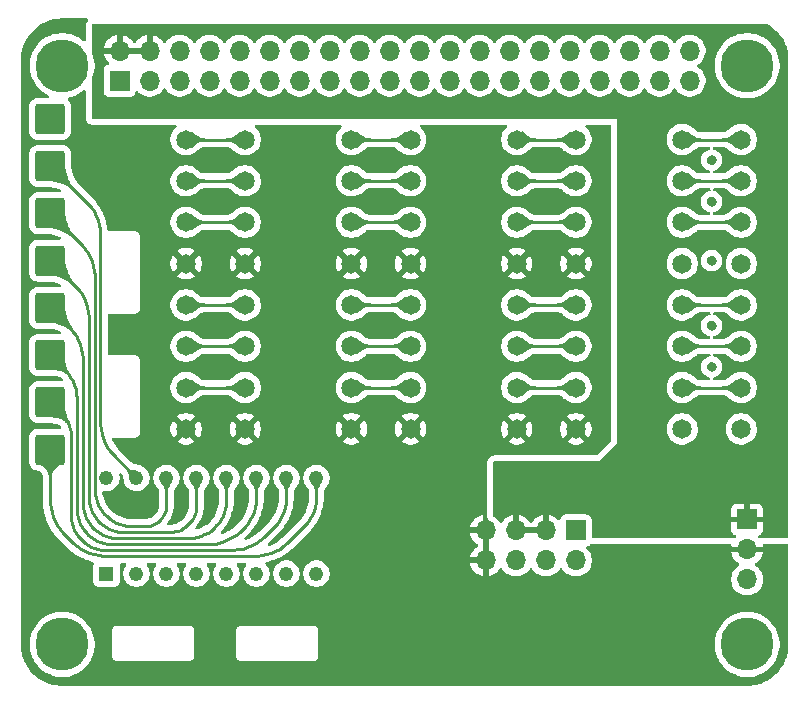
<source format=gbr>
%TF.GenerationSoftware,KiCad,Pcbnew,9.0.2*%
%TF.CreationDate,2025-05-28T21:37:55-04:00*%
%TF.ProjectId,DAQHat Rev A,44415148-6174-4205-9265-7620412e6b69,rev?*%
%TF.SameCoordinates,Original*%
%TF.FileFunction,Copper,L1,Top*%
%TF.FilePolarity,Positive*%
%FSLAX46Y46*%
G04 Gerber Fmt 4.6, Leading zero omitted, Abs format (unit mm)*
G04 Created by KiCad (PCBNEW 9.0.2) date 2025-05-28 21:37:55*
%MOMM*%
%LPD*%
G01*
G04 APERTURE LIST*
G04 Aperture macros list*
%AMRoundRect*
0 Rectangle with rounded corners*
0 $1 Rounding radius*
0 $2 $3 $4 $5 $6 $7 $8 $9 X,Y pos of 4 corners*
0 Add a 4 corners polygon primitive as box body*
4,1,4,$2,$3,$4,$5,$6,$7,$8,$9,$2,$3,0*
0 Add four circle primitives for the rounded corners*
1,1,$1+$1,$2,$3*
1,1,$1+$1,$4,$5*
1,1,$1+$1,$6,$7*
1,1,$1+$1,$8,$9*
0 Add four rect primitives between the rounded corners*
20,1,$1+$1,$2,$3,$4,$5,0*
20,1,$1+$1,$4,$5,$6,$7,0*
20,1,$1+$1,$6,$7,$8,$9,0*
20,1,$1+$1,$8,$9,$2,$3,0*%
G04 Aperture macros list end*
%TA.AperFunction,ComponentPad*%
%ADD10C,4.500000*%
%TD*%
%TA.AperFunction,ComponentPad*%
%ADD11R,1.700000X1.700000*%
%TD*%
%TA.AperFunction,ComponentPad*%
%ADD12O,1.700000X1.700000*%
%TD*%
%TA.AperFunction,ComponentPad*%
%ADD13RoundRect,0.249999X-1.025001X-1.025001X1.025001X-1.025001X1.025001X1.025001X-1.025001X1.025001X0*%
%TD*%
%TA.AperFunction,ComponentPad*%
%ADD14C,1.650000*%
%TD*%
%TA.AperFunction,ComponentPad*%
%ADD15R,1.220000X1.220000*%
%TD*%
%TA.AperFunction,ComponentPad*%
%ADD16C,1.220000*%
%TD*%
%TA.AperFunction,ViaPad*%
%ADD17C,0.800000*%
%TD*%
%TA.AperFunction,Conductor*%
%ADD18C,0.250000*%
%TD*%
G04 APERTURE END LIST*
D10*
%TO.P,H1,1*%
%TO.N,N/C*%
X178500000Y-73450000D03*
%TD*%
%TO.P,H2,1*%
%TO.N,N/C*%
X178500000Y-122450000D03*
%TD*%
%TO.P,H3,1*%
%TO.N,N/C*%
X120500000Y-122450000D03*
%TD*%
%TO.P,H4,1*%
%TO.N,N/C*%
X120500000Y-73450000D03*
%TD*%
D11*
%TO.P,J1,1,Pin_1*%
%TO.N,+5V*%
X178500000Y-111870000D03*
D12*
%TO.P,J1,2,Pin_2*%
%TO.N,GND*%
X178500000Y-114410000D03*
%TO.P,J1,3,Pin_3*%
%TO.N,+12V*%
X178500000Y-116950000D03*
%TD*%
D11*
%TO.P,J2,1,Pin_1*%
%TO.N,+3V3*%
X125370000Y-74720000D03*
D12*
%TO.P,J2,2,Pin_2*%
%TO.N,+5V*%
X125370000Y-72180000D03*
%TO.P,J2,3,Pin_3*%
%TO.N,unconnected-(J2-Pin_3-Pad3)*%
X127910000Y-74720000D03*
%TO.P,J2,4,Pin_4*%
%TO.N,+5V*%
X127910000Y-72180000D03*
%TO.P,J2,5,Pin_5*%
%TO.N,unconnected-(J2-Pin_5-Pad5)*%
X130450000Y-74720000D03*
%TO.P,J2,6,Pin_6*%
%TO.N,GND*%
X130450000Y-72180000D03*
%TO.P,J2,7,Pin_7*%
%TO.N,unconnected-(J2-Pin_7-Pad7)*%
X132990000Y-74720000D03*
%TO.P,J2,8,Pin_8*%
%TO.N,unconnected-(J2-Pin_8-Pad8)*%
X132990000Y-72180000D03*
%TO.P,J2,9,Pin_9*%
%TO.N,GND*%
X135530000Y-74720000D03*
%TO.P,J2,10,Pin_10*%
%TO.N,unconnected-(J2-Pin_10-Pad10)*%
X135530000Y-72180000D03*
%TO.P,J2,11,Pin_11*%
%TO.N,unconnected-(J2-Pin_11-Pad11)*%
X138070000Y-74720000D03*
%TO.P,J2,12,Pin_12*%
%TO.N,unconnected-(J2-Pin_12-Pad12)*%
X138070000Y-72180000D03*
%TO.P,J2,13,Pin_13*%
%TO.N,unconnected-(J2-Pin_13-Pad13)*%
X140610000Y-74720000D03*
%TO.P,J2,14,Pin_14*%
%TO.N,GND*%
X140610000Y-72180000D03*
%TO.P,J2,15,Pin_15*%
%TO.N,unconnected-(J2-Pin_15-Pad15)*%
X143150000Y-74720000D03*
%TO.P,J2,16,Pin_16*%
%TO.N,unconnected-(J2-Pin_16-Pad16)*%
X143150000Y-72180000D03*
%TO.P,J2,17,Pin_17*%
%TO.N,unconnected-(J2-Pin_17-Pad17)*%
X145690000Y-74720000D03*
%TO.P,J2,18,Pin_18*%
%TO.N,unconnected-(J2-Pin_18-Pad18)*%
X145690000Y-72180000D03*
%TO.P,J2,19,Pin_19*%
%TO.N,unconnected-(J2-Pin_19-Pad19)*%
X148230000Y-74720000D03*
%TO.P,J2,20,Pin_20*%
%TO.N,GND*%
X148230000Y-72180000D03*
%TO.P,J2,21,Pin_21*%
%TO.N,unconnected-(J2-Pin_21-Pad21)*%
X150770000Y-74720000D03*
%TO.P,J2,22,Pin_22*%
%TO.N,unconnected-(J2-Pin_22-Pad22)*%
X150770000Y-72180000D03*
%TO.P,J2,23,Pin_23*%
%TO.N,unconnected-(J2-Pin_23-Pad23)*%
X153310000Y-74720000D03*
%TO.P,J2,24,Pin_24*%
%TO.N,unconnected-(J2-Pin_24-Pad24)*%
X153310000Y-72180000D03*
%TO.P,J2,25,Pin_25*%
%TO.N,GND*%
X155850000Y-74720000D03*
%TO.P,J2,26,Pin_26*%
%TO.N,unconnected-(J2-Pin_26-Pad26)*%
X155850000Y-72180000D03*
%TO.P,J2,27,Pin_27*%
%TO.N,unconnected-(J2-Pin_27-Pad27)*%
X158390000Y-74720000D03*
%TO.P,J2,28,Pin_28*%
%TO.N,unconnected-(J2-Pin_28-Pad28)*%
X158390000Y-72180000D03*
%TO.P,J2,29,Pin_29*%
%TO.N,unconnected-(J2-Pin_29-Pad29)*%
X160930000Y-74720000D03*
%TO.P,J2,30,Pin_30*%
%TO.N,GND*%
X160930000Y-72180000D03*
%TO.P,J2,31,Pin_31*%
%TO.N,unconnected-(J2-Pin_31-Pad31)*%
X163470000Y-74720000D03*
%TO.P,J2,32,Pin_32*%
%TO.N,unconnected-(J2-Pin_32-Pad32)*%
X163470000Y-72180000D03*
%TO.P,J2,33,Pin_33*%
%TO.N,unconnected-(J2-Pin_33-Pad33)*%
X166010000Y-74720000D03*
%TO.P,J2,34,Pin_34*%
%TO.N,GND*%
X166010000Y-72180000D03*
%TO.P,J2,35,Pin_35*%
%TO.N,unconnected-(J2-Pin_35-Pad35)*%
X168550000Y-74720000D03*
%TO.P,J2,36,Pin_36*%
%TO.N,unconnected-(J2-Pin_36-Pad36)*%
X168550000Y-72180000D03*
%TO.P,J2,37,Pin_37*%
%TO.N,unconnected-(J2-Pin_37-Pad37)*%
X171090000Y-74720000D03*
%TO.P,J2,38,Pin_38*%
%TO.N,unconnected-(J2-Pin_38-Pad38)*%
X171090000Y-72180000D03*
%TO.P,J2,39,Pin_39*%
%TO.N,GND*%
X173630000Y-74720000D03*
%TO.P,J2,40,Pin_40*%
%TO.N,unconnected-(J2-Pin_40-Pad40)*%
X173630000Y-72180000D03*
%TD*%
D13*
%TO.P,J3,1,Pin_1*%
%TO.N,/CH0*%
X119500000Y-77950000D03*
%TD*%
D11*
%TO.P,J4,1,Pin_1*%
%TO.N,GND*%
X164000000Y-112800000D03*
D12*
%TO.P,J4,2,Pin_2*%
%TO.N,/SCL*%
X164000000Y-115340000D03*
%TO.P,J4,3,Pin_3*%
%TO.N,+5V*%
X161460000Y-112800000D03*
%TO.P,J4,4,Pin_4*%
%TO.N,/SDA*%
X161460000Y-115340000D03*
%TO.P,J4,5,Pin_5*%
%TO.N,+5V*%
X158920000Y-112800000D03*
%TO.P,J4,6,Pin_6*%
%TO.N,/3V3*%
X158920000Y-115340000D03*
%TO.P,J4,7,Pin_7*%
%TO.N,GND*%
X156380000Y-112800000D03*
%TO.P,J4,8,Pin_8*%
X156380000Y-115340000D03*
%TD*%
D13*
%TO.P,J5,1,Pin_1*%
%TO.N,/CH1*%
X119500000Y-81950000D03*
%TD*%
%TO.P,J6,1,Pin_1*%
%TO.N,/CH2*%
X119500000Y-85950000D03*
%TD*%
%TO.P,J7,1,Pin_1*%
%TO.N,/CH3*%
X119500000Y-89950000D03*
%TD*%
%TO.P,J8,1,Pin_1*%
%TO.N,/CH4*%
X119500000Y-93950000D03*
%TD*%
%TO.P,J9,1,Pin_1*%
%TO.N,/CH5*%
X119500000Y-97950000D03*
%TD*%
%TO.P,J10,1,Pin_1*%
%TO.N,/CH6*%
X119500000Y-101950000D03*
%TD*%
D14*
%TO.P,J11,1_1,1_1*%
%TO.N,+12V*%
X136000000Y-79700000D03*
%TO.P,J11,1_2,1_2*%
X131000000Y-79700000D03*
%TO.P,J11,2_1,2_1*%
%TO.N,/CH0_Vin*%
X136000000Y-83200000D03*
%TO.P,J11,2_2,2_2*%
X131000000Y-83200000D03*
%TO.P,J11,3_1,3_1*%
%TO.N,/CH0*%
X136000000Y-86700000D03*
%TO.P,J11,3_2,3_2*%
X131000000Y-86700000D03*
%TO.P,J11,4_1,4_1*%
%TO.N,GND*%
X136000000Y-90200000D03*
%TO.P,J11,4_2,4_2*%
X131000000Y-90200000D03*
%TO.P,J11,5_1,5_1*%
%TO.N,+12V*%
X136000000Y-93700000D03*
%TO.P,J11,5_2,5_2*%
X131000000Y-93700000D03*
%TO.P,J11,6_1,6_1*%
%TO.N,/CH1_Vin*%
X136000000Y-97200000D03*
%TO.P,J11,6_2,6_2*%
X131000000Y-97200000D03*
%TO.P,J11,7_1,7_1*%
%TO.N,/CH1*%
X136000000Y-100700000D03*
%TO.P,J11,7_2,7_2*%
X131000000Y-100700000D03*
%TO.P,J11,8_1,8_1*%
%TO.N,GND*%
X136000000Y-104200000D03*
%TO.P,J11,8_2,8_2*%
X131000000Y-104200000D03*
%TD*%
D13*
%TO.P,J15,1,Pin_1*%
%TO.N,/CH7*%
X119500000Y-105950000D03*
%TD*%
D15*
%TO.P,S1,1*%
%TO.N,Net-(R1-Pad1)*%
X124260000Y-116450000D03*
D16*
%TO.P,S1,1-1*%
%TO.N,/CH0*%
X124260000Y-108350000D03*
%TO.P,S1,2*%
%TO.N,Net-(R2-Pad1)*%
X126800000Y-116450000D03*
%TO.P,S1,2-1*%
%TO.N,/CH1*%
X126800000Y-108350000D03*
%TO.P,S1,3*%
%TO.N,Net-(R3-Pad1)*%
X129340000Y-116450000D03*
%TO.P,S1,3-1*%
%TO.N,/CH2*%
X129340000Y-108350000D03*
%TO.P,S1,4*%
%TO.N,Net-(R4-Pad1)*%
X131880000Y-116450000D03*
%TO.P,S1,4-1*%
%TO.N,/CH3*%
X131880000Y-108350000D03*
%TO.P,S1,5*%
%TO.N,Net-(R5-Pad1)*%
X134420000Y-116450000D03*
%TO.P,S1,5-1*%
%TO.N,/CH4*%
X134420000Y-108350000D03*
%TO.P,S1,6*%
%TO.N,Net-(R6-Pad1)*%
X136960000Y-116450000D03*
%TO.P,S1,6-1*%
%TO.N,/CH5*%
X136960000Y-108350000D03*
%TO.P,S1,7*%
%TO.N,Net-(R9-Pad1)*%
X139500000Y-116450000D03*
%TO.P,S1,7-1*%
%TO.N,/CH6*%
X139500000Y-108350000D03*
%TO.P,S1,8*%
%TO.N,Net-(R16-Pad1)*%
X142040000Y-116450000D03*
%TO.P,S1,8-1*%
%TO.N,/CH7*%
X142040000Y-108350000D03*
%TD*%
D14*
%TO.P,J14,8_2,8_2*%
%TO.N,GND*%
X173000000Y-104200000D03*
%TO.P,J14,8_1,8_1*%
X178000000Y-104200000D03*
%TO.P,J14,7_2,7_2*%
%TO.N,/CH7*%
X173000000Y-100700000D03*
%TO.P,J14,7_1,7_1*%
X178000000Y-100700000D03*
%TO.P,J14,6_2,6_2*%
%TO.N,/CH7_Vin*%
X173000000Y-97200000D03*
%TO.P,J14,6_1,6_1*%
X178000000Y-97200000D03*
%TO.P,J14,5_2,5_2*%
%TO.N,+12V*%
X173000000Y-93700000D03*
%TO.P,J14,5_1,5_1*%
X178000000Y-93700000D03*
%TO.P,J14,4_2,4_2*%
%TO.N,GND*%
X173000000Y-90200000D03*
%TO.P,J14,4_1,4_1*%
X178000000Y-90200000D03*
%TO.P,J14,3_2,3_2*%
%TO.N,/CH6*%
X173000000Y-86700000D03*
%TO.P,J14,3_1,3_1*%
X178000000Y-86700000D03*
%TO.P,J14,2_2,2_2*%
%TO.N,/CH6_Vin*%
X173000000Y-83200000D03*
%TO.P,J14,2_1,2_1*%
X178000000Y-83200000D03*
%TO.P,J14,1_2,1_2*%
%TO.N,+12V*%
X173000000Y-79700000D03*
%TO.P,J14,1_1,1_1*%
X178000000Y-79700000D03*
%TD*%
%TO.P,J13,8_2,8_2*%
%TO.N,GND*%
X159000000Y-104200000D03*
%TO.P,J13,8_1,8_1*%
X164000000Y-104200000D03*
%TO.P,J13,7_2,7_2*%
%TO.N,/CH5*%
X159000000Y-100700000D03*
%TO.P,J13,7_1,7_1*%
X164000000Y-100700000D03*
%TO.P,J13,6_2,6_2*%
%TO.N,/CH5_Vin*%
X159000000Y-97200000D03*
%TO.P,J13,6_1,6_1*%
X164000000Y-97200000D03*
%TO.P,J13,5_2,5_2*%
%TO.N,+12V*%
X159000000Y-93700000D03*
%TO.P,J13,5_1,5_1*%
X164000000Y-93700000D03*
%TO.P,J13,4_2,4_2*%
%TO.N,GND*%
X159000000Y-90200000D03*
%TO.P,J13,4_1,4_1*%
X164000000Y-90200000D03*
%TO.P,J13,3_2,3_2*%
%TO.N,/CH4*%
X159000000Y-86700000D03*
%TO.P,J13,3_1,3_1*%
X164000000Y-86700000D03*
%TO.P,J13,2_2,2_2*%
%TO.N,/CH4_Vin*%
X159000000Y-83200000D03*
%TO.P,J13,2_1,2_1*%
X164000000Y-83200000D03*
%TO.P,J13,1_2,1_2*%
%TO.N,+12V*%
X159000000Y-79700000D03*
%TO.P,J13,1_1,1_1*%
X164000000Y-79700000D03*
%TD*%
%TO.P,J12,8_2,8_2*%
%TO.N,GND*%
X145000000Y-104200000D03*
%TO.P,J12,8_1,8_1*%
X150000000Y-104200000D03*
%TO.P,J12,7_2,7_2*%
%TO.N,/CH3*%
X145000000Y-100700000D03*
%TO.P,J12,7_1,7_1*%
X150000000Y-100700000D03*
%TO.P,J12,6_2,6_2*%
%TO.N,/CH3_Vin*%
X145000000Y-97200000D03*
%TO.P,J12,6_1,6_1*%
X150000000Y-97200000D03*
%TO.P,J12,5_2,5_2*%
%TO.N,+12V*%
X145000000Y-93700000D03*
%TO.P,J12,5_1,5_1*%
X150000000Y-93700000D03*
%TO.P,J12,4_2,4_2*%
%TO.N,GND*%
X145000000Y-90200000D03*
%TO.P,J12,4_1,4_1*%
X150000000Y-90200000D03*
%TO.P,J12,3_2,3_2*%
%TO.N,/CH2*%
X145000000Y-86700000D03*
%TO.P,J12,3_1,3_1*%
X150000000Y-86700000D03*
%TO.P,J12,2_2,2_2*%
%TO.N,/CH2_Vin*%
X145000000Y-83200000D03*
%TO.P,J12,2_1,2_1*%
X150000000Y-83200000D03*
%TO.P,J12,1_2,1_2*%
%TO.N,+12V*%
X145000000Y-79700000D03*
%TO.P,J12,1_1,1_1*%
X150000000Y-79700000D03*
%TD*%
D17*
%TO.N,GND*%
X133500000Y-81450000D03*
X119000000Y-117950000D03*
X147500000Y-81450000D03*
X133000000Y-110450000D03*
X175500000Y-89950000D03*
X133500000Y-95450000D03*
X167000000Y-122950000D03*
X175500000Y-98950000D03*
X147500000Y-89950000D03*
X147500000Y-98950000D03*
X123000000Y-118950000D03*
X133500000Y-98950000D03*
X147500000Y-95450000D03*
X153000000Y-116450000D03*
X175500000Y-84950000D03*
X135500000Y-110450000D03*
X171000000Y-122950000D03*
X133500000Y-91950000D03*
X143500000Y-122450000D03*
X133500000Y-84950000D03*
X130500000Y-110450000D03*
X147500000Y-84950000D03*
X147500000Y-121950000D03*
X127000000Y-110450000D03*
X133500000Y-122450000D03*
X161500000Y-89950000D03*
X175500000Y-81450000D03*
X175500000Y-95450000D03*
X174500000Y-122950000D03*
X161500000Y-98950000D03*
X133500000Y-88450000D03*
X126000000Y-85950000D03*
X161500000Y-95450000D03*
X153000000Y-114450000D03*
X143000000Y-110450000D03*
X140500000Y-110450000D03*
X126000000Y-95950000D03*
X125500000Y-109950000D03*
X138000000Y-110450000D03*
%TD*%
D18*
%TO.N,/CH7_Vin*%
X173000000Y-97200000D02*
X178000000Y-97200000D01*
%TO.N,/CH6_Vin*%
X173000000Y-83200000D02*
X178000000Y-83200000D01*
%TO.N,/CH5_Vin*%
X159000000Y-97200000D02*
X164000000Y-97200000D01*
%TO.N,/CH4_Vin*%
X159000000Y-83200000D02*
X164000000Y-83200000D01*
%TO.N,/CH3_Vin*%
X145000000Y-97200000D02*
X150000000Y-97200000D01*
%TO.N,/CH2_Vin*%
X145000000Y-83200000D02*
X150000000Y-83200000D01*
%TO.N,/CH1_Vin*%
X131000000Y-97200000D02*
X136000000Y-97200000D01*
%TO.N,/CH0_Vin*%
X131000000Y-83200000D02*
X136000000Y-83200000D01*
%TO.N,+12V*%
X173000000Y-79700000D02*
X178000000Y-79700000D01*
X131000000Y-93700000D02*
X136000000Y-93700000D01*
X145000000Y-79700000D02*
X150000000Y-79700000D01*
X159000000Y-79700000D02*
X164000000Y-79700000D01*
X145000000Y-93700000D02*
X150000000Y-93700000D01*
X131000000Y-79700000D02*
X136000000Y-79700000D01*
X173000000Y-93700000D02*
X178000000Y-93700000D01*
X159000000Y-93700000D02*
X164000000Y-93700000D01*
%TO.N,/CH7*%
X119500000Y-110460022D02*
X119500000Y-105950000D01*
X173000000Y-100700000D02*
X178000000Y-100700000D01*
X141086439Y-112363558D02*
X139553572Y-113896425D01*
X120553572Y-113003572D02*
X121446425Y-113896425D01*
X137010021Y-114950000D02*
X123989977Y-114950000D01*
X142040000Y-110061460D02*
X142040000Y-108350000D01*
%TO.N,/CH6*%
X173000000Y-86700000D02*
X178000000Y-86700000D01*
%TO.N,/CH5*%
X159000000Y-100700000D02*
X164000000Y-100700000D01*
%TO.N,/CH4*%
X159000000Y-86700000D02*
X164000000Y-86700000D01*
%TO.N,/CH3*%
X150000000Y-100700000D02*
X145000000Y-100700000D01*
%TO.N,/CH2*%
X150000000Y-86700000D02*
X145000000Y-86700000D01*
%TO.N,/CH1*%
X131000000Y-100700000D02*
X136000000Y-100700000D01*
%TO.N,/CH0*%
X131000000Y-86700000D02*
X136000000Y-86700000D01*
%TO.N,/CH1*%
X124803572Y-106353572D02*
X126800000Y-108350000D01*
X123750000Y-103810022D02*
X123750000Y-87689977D01*
X122696425Y-85146425D02*
X119500000Y-81950000D01*
%TO.N,/CH2*%
X128859637Y-111840360D02*
X128730360Y-111969637D01*
X129340000Y-110680666D02*
X129340000Y-108350000D01*
X124305062Y-111618666D02*
X124081331Y-111394935D01*
X126312076Y-112450000D02*
X127570666Y-112450000D01*
X123250000Y-109387921D02*
X123250000Y-91189977D01*
X122196425Y-88646425D02*
X119500000Y-85950000D01*
%TO.N,/CH3*%
X123728776Y-112178776D02*
X123521221Y-111971221D01*
X131880000Y-110709924D02*
X131880000Y-108350000D01*
X131108162Y-112341834D02*
X131271834Y-112178162D01*
X121696425Y-92146425D02*
X119500000Y-89950000D01*
X129639924Y-112950000D02*
X125590672Y-112950000D01*
X122750000Y-94689977D02*
X122750000Y-110109325D01*
%TO.N,/CH4*%
X121196425Y-95646425D02*
X119500000Y-93950000D01*
X134420000Y-110333374D02*
X134420000Y-108350000D01*
X131303374Y-113450000D02*
X125090672Y-113450000D01*
X133573857Y-112376139D02*
X133346140Y-112603857D01*
X123228776Y-112678776D02*
X123021221Y-112471221D01*
X122250000Y-110609325D02*
X122250000Y-98189977D01*
%TO.N,/CH5*%
X122728776Y-113178776D02*
X122521221Y-112971221D01*
X136960000Y-110106204D02*
X136960000Y-108350000D01*
X135981508Y-112468489D02*
X135553572Y-112896425D01*
X120758427Y-99208427D02*
X119500000Y-97950000D01*
X133010021Y-113950000D02*
X124590672Y-113950000D01*
X121750000Y-101602292D02*
X121750000Y-111109325D01*
%TO.N,/CH6*%
X139500000Y-110083833D02*
X139500000Y-108350000D01*
X120478775Y-102928775D02*
X119500000Y-101950000D01*
X137553571Y-113396425D02*
X138533973Y-112416024D01*
X124090672Y-114450000D02*
X135010021Y-114450000D01*
X122228776Y-113678776D02*
X122021221Y-113471221D01*
X121250000Y-111609325D02*
X121250000Y-104790672D01*
%TO.N,/CH7*%
X119500000Y-110460022D02*
X119539303Y-110859080D01*
X141933622Y-110778588D02*
X141828271Y-111125885D01*
X122089805Y-114373588D02*
X122443446Y-114562613D01*
X141316675Y-112083014D02*
X141086439Y-112363558D01*
X119887384Y-112006552D02*
X120076409Y-112360192D01*
X119617532Y-111252364D02*
X119733933Y-111636086D01*
X142040000Y-110061460D02*
X142004426Y-110422637D01*
X120299187Y-112693603D02*
X120553572Y-113003572D01*
X137409079Y-114910695D02*
X137010021Y-114950000D01*
X141689386Y-111461183D02*
X141518305Y-111781254D01*
X138910192Y-114373588D02*
X138556551Y-114562612D01*
X123590919Y-114910695D02*
X123989977Y-114950000D01*
X122813911Y-114716065D02*
X123197634Y-114832466D01*
X138186086Y-114716064D02*
X137802364Y-114832466D01*
X121446425Y-113896425D02*
X121756394Y-114150810D01*
X139553572Y-113896425D02*
X139243603Y-114150810D01*
%TO.N,/CH6*%
X123229784Y-114278757D02*
X123510671Y-114363964D01*
X121078757Y-103929784D02*
X121163964Y-104210671D01*
X139144803Y-111501853D02*
X138971485Y-111826107D01*
X139392232Y-110810334D02*
X139285504Y-111162171D01*
X123798559Y-114421229D02*
X124090672Y-114450000D01*
X136186086Y-114216065D02*
X135802364Y-114332466D01*
X136910192Y-113873588D02*
X136556552Y-114062613D01*
X120478775Y-102928775D02*
X120664987Y-103155674D01*
X137553571Y-113396425D02*
X137243603Y-113650810D01*
X120828062Y-103399734D02*
X120966429Y-103658601D01*
X121250000Y-111609325D02*
X121278770Y-111901439D01*
X121336034Y-112189326D02*
X121421240Y-112470213D01*
X138767220Y-112131812D02*
X138533973Y-112416024D01*
X139500000Y-110083833D02*
X139463961Y-110449731D01*
X121221229Y-104498559D02*
X121250000Y-104790672D01*
X122228776Y-113678776D02*
X122455675Y-113864987D01*
X122699733Y-114028062D02*
X122958600Y-114166429D01*
X121835010Y-113244322D02*
X122021221Y-113471221D01*
X135409079Y-114410696D02*
X135010021Y-114450000D01*
X121533568Y-112741397D02*
X121671935Y-113000264D01*
%TO.N,/CH5*%
X121713008Y-101226718D02*
X121750000Y-101602292D01*
X121750000Y-111109325D02*
X121778770Y-111401439D01*
X136960000Y-110106204D02*
X136923496Y-110476824D01*
X121836034Y-111689326D02*
X121921240Y-111970213D01*
X123199733Y-113528062D02*
X123458600Y-113666429D01*
X133409079Y-113910695D02*
X133010021Y-113950000D01*
X121207509Y-99813944D02*
X121385409Y-100146773D01*
X136600219Y-111542522D02*
X136424665Y-111870960D01*
X121529831Y-100495438D02*
X121639383Y-100856579D01*
X122728776Y-113178776D02*
X122955675Y-113364987D01*
X123729784Y-113778758D02*
X124010671Y-113863964D01*
X136850842Y-110842080D02*
X136742736Y-111198457D01*
X134910192Y-113373588D02*
X134556551Y-113562613D01*
X120758427Y-99208427D02*
X120997841Y-99500154D01*
X136217764Y-112180610D02*
X135981508Y-112468489D01*
X134186086Y-113716065D02*
X133802364Y-113832466D01*
X135553572Y-112896425D02*
X135243603Y-113150810D01*
X122335010Y-112744322D02*
X122521221Y-112971221D01*
X122033568Y-112241397D02*
X122171935Y-112500264D01*
X124298559Y-113921229D02*
X124590672Y-113950000D01*
%TO.N,/CH4*%
X121196425Y-95646425D02*
X121450810Y-95956394D01*
X122250000Y-110609325D02*
X122278770Y-110901439D01*
X122016065Y-97013911D02*
X122132466Y-97397634D01*
X122336034Y-111189326D02*
X122421240Y-111470213D01*
X134108882Y-111575417D02*
X133957073Y-111859431D01*
X123699733Y-113028062D02*
X123958600Y-113166429D01*
X123228776Y-112678776D02*
X123455675Y-112864987D01*
X133778157Y-112127198D02*
X133573857Y-112376139D01*
X131623864Y-113418433D02*
X131303374Y-113450000D01*
X132829432Y-112987074D02*
X132545417Y-113138883D01*
X133346140Y-112603857D02*
X133097199Y-112808158D01*
X134420000Y-110333374D02*
X134388433Y-110653864D01*
X122835010Y-112244322D02*
X123021221Y-112471221D01*
X122533568Y-111741397D02*
X122671935Y-112000264D01*
X122210696Y-97790919D02*
X122250000Y-98189977D01*
X132247891Y-113262123D02*
X131939717Y-113355606D01*
X124229784Y-113278758D02*
X124510671Y-113363964D01*
X121673588Y-96289805D02*
X121862613Y-96643446D01*
X124798559Y-113421229D02*
X125090672Y-113450000D01*
X134325606Y-110969717D02*
X134232122Y-111277891D01*
%TO.N,/CH3*%
X131812154Y-111167296D02*
X131744963Y-111388795D01*
X122836034Y-110689326D02*
X122921240Y-110970213D01*
X122710695Y-94290919D02*
X122750000Y-94689977D01*
X130318796Y-112814963D02*
X130097296Y-112882154D01*
X122173588Y-92789805D02*
X122362613Y-93143446D01*
X123728776Y-112178776D02*
X123955675Y-112364987D01*
X129870276Y-112927312D02*
X129639924Y-112950000D01*
X124199733Y-112528062D02*
X124458600Y-112666429D01*
X131108162Y-112341834D02*
X130929236Y-112488675D01*
X121696425Y-92146425D02*
X121950810Y-92456394D01*
X124729784Y-112778758D02*
X125010671Y-112863964D01*
X123335010Y-111744322D02*
X123521221Y-111971221D01*
X123033568Y-111241397D02*
X123171935Y-111500264D01*
X131418675Y-111999236D02*
X131271834Y-112178162D01*
X131656384Y-111602643D02*
X131547271Y-111806779D01*
X122516065Y-93513911D02*
X122632466Y-93897634D01*
X125298559Y-112921229D02*
X125590672Y-112950000D01*
X131880000Y-110709924D02*
X131857312Y-110940276D01*
X130736779Y-112617271D02*
X130532644Y-112726384D01*
X122750000Y-110109325D02*
X122778770Y-110401438D01*
%TO.N,/CH2*%
X129163376Y-111385783D02*
X129077192Y-111547020D01*
X122196425Y-88646425D02*
X122450810Y-88956394D01*
X125997195Y-112418986D02*
X126312076Y-112450000D01*
X123250000Y-109387921D02*
X123281012Y-109702802D01*
X128975620Y-111699034D02*
X128859637Y-111840360D01*
X127752610Y-112432079D02*
X127570666Y-112450000D01*
X125384091Y-112265411D02*
X125686871Y-112357259D01*
X128106875Y-112343340D02*
X127931923Y-112396412D01*
X123016065Y-90013911D02*
X123132466Y-90397634D01*
X123555669Y-110608227D02*
X123704821Y-110887270D01*
X124305062Y-111618666D02*
X124549646Y-111819391D01*
X128437020Y-112187193D02*
X128275783Y-112273376D01*
X129286411Y-111041922D02*
X129233340Y-111216874D01*
X123342740Y-110013126D02*
X123434587Y-110315906D01*
X124812727Y-111995176D02*
X125091770Y-112144328D01*
X123880606Y-111150351D02*
X124081331Y-111394935D01*
X123210696Y-90790919D02*
X123250000Y-91189977D01*
X129340000Y-110680666D02*
X129322079Y-110862610D01*
X128730360Y-111969637D02*
X128589034Y-112085620D01*
X122673588Y-89289805D02*
X122862613Y-89643446D01*
%TO.N,/CH1*%
X124137384Y-105356552D02*
X124326409Y-105710192D01*
X123516065Y-86513911D02*
X123632466Y-86897634D01*
X123750000Y-103810022D02*
X123789303Y-104209080D01*
X123173588Y-85789805D02*
X123362613Y-86143446D01*
X123710696Y-87290919D02*
X123750000Y-87689977D01*
X124549187Y-106043603D02*
X124803572Y-106353572D01*
X123867532Y-104602364D02*
X123983933Y-104986086D01*
X122696425Y-85146425D02*
X122950810Y-85456394D01*
%TO.N,/CH7*%
X119539303Y-110859080D02*
X119617532Y-111252364D01*
X141933622Y-110778588D02*
X142004426Y-110422637D01*
X123590919Y-114910695D02*
X123197634Y-114832466D01*
X137409079Y-114910695D02*
X137802364Y-114832466D01*
X138910192Y-114373588D02*
X139243603Y-114150810D01*
X122089805Y-114373588D02*
X121756394Y-114150810D01*
X141316675Y-112083014D02*
X141518305Y-111781254D01*
X120076409Y-112360192D02*
X120299187Y-112693603D01*
%TO.N,/CH6*%
X120664987Y-103155674D02*
X120828062Y-103399734D01*
X122455675Y-113864987D02*
X122699733Y-114028062D01*
X139392232Y-110810334D02*
X139463961Y-110449731D01*
X121835010Y-113244322D02*
X121671935Y-113000264D01*
X121163964Y-104210671D02*
X121221229Y-104498559D01*
X123510671Y-114363964D02*
X123798559Y-114421229D01*
X138971485Y-111826107D02*
X138767220Y-112131812D01*
X121278770Y-111901439D02*
X121336034Y-112189326D01*
X136910192Y-113873588D02*
X137243603Y-113650810D01*
X135802364Y-114332466D02*
X135409079Y-114410696D01*
%TO.N,/CH5*%
X124010671Y-113863964D02*
X124298559Y-113921229D01*
X121207509Y-99813944D02*
X120997841Y-99500154D01*
X136424665Y-111870960D02*
X136217764Y-112180610D01*
X122335010Y-112744322D02*
X122171935Y-112500264D01*
X136923496Y-110476824D02*
X136850842Y-110842080D01*
X121713008Y-101226718D02*
X121639383Y-100856579D01*
X134910192Y-113373588D02*
X135243603Y-113150810D01*
X121778770Y-111401439D02*
X121836034Y-111689326D01*
X133409079Y-113910695D02*
X133802364Y-113832466D01*
X123199733Y-113528062D02*
X122955675Y-113364987D01*
%TO.N,/CH4*%
X124510671Y-113363964D02*
X124798559Y-113421229D01*
X121450810Y-95956394D02*
X121673588Y-96289805D01*
X133957073Y-111859431D02*
X133778157Y-112127198D01*
X131623864Y-113418433D02*
X131939717Y-113355606D01*
X122278770Y-110901439D02*
X122336034Y-111189326D01*
X132829432Y-112987074D02*
X133097199Y-112808158D01*
X122132466Y-97397634D02*
X122210696Y-97790919D01*
X123699733Y-113028062D02*
X123455675Y-112864987D01*
X122835010Y-112244322D02*
X122671935Y-112000264D01*
X134388433Y-110653864D02*
X134325606Y-110969717D01*
%TO.N,/CH3*%
X131812154Y-111167296D02*
X131857312Y-110940276D01*
X123955675Y-112364987D02*
X124199733Y-112528062D01*
X130097296Y-112882154D02*
X129870276Y-112927312D01*
X122173588Y-92789805D02*
X121950810Y-92456394D01*
X123335010Y-111744322D02*
X123171935Y-111500264D01*
X122710695Y-94290919D02*
X122632466Y-93897634D01*
X122836034Y-110689326D02*
X122778770Y-110401438D01*
X131418675Y-111999236D02*
X131547271Y-111806779D01*
X130929236Y-112488675D02*
X130736779Y-112617271D01*
X125010671Y-112863964D02*
X125298559Y-112921229D01*
%TO.N,/CH2*%
X123281012Y-109702802D02*
X123342740Y-110013126D01*
X125997195Y-112418986D02*
X125686871Y-112357259D01*
X129286411Y-111041922D02*
X129322079Y-110862610D01*
X128437020Y-112187193D02*
X128589034Y-112085620D01*
X129077192Y-111547020D02*
X128975620Y-111699034D01*
X123132466Y-90397634D02*
X123210696Y-90790919D01*
X124549646Y-111819391D02*
X124812727Y-111995176D01*
X123704821Y-110887270D02*
X123880606Y-111150351D01*
X127752610Y-112432079D02*
X127931923Y-112396412D01*
X122450810Y-88956394D02*
X122673588Y-89289805D01*
%TO.N,/CH1*%
X123173588Y-85789805D02*
X122950810Y-85456394D01*
X124326409Y-105710192D02*
X124549187Y-106043603D01*
X123789303Y-104209080D02*
X123867532Y-104602364D01*
X123632466Y-86897634D02*
X123710696Y-87290919D01*
%TO.N,/CH7*%
X119887384Y-112006552D02*
X119733933Y-111636086D01*
X141828271Y-111125885D02*
X141689386Y-111461183D01*
X138556551Y-114562612D02*
X138186086Y-114716064D01*
X122443446Y-114562613D02*
X122813911Y-114716065D01*
%TO.N,/CH6*%
X121078757Y-103929784D02*
X120966429Y-103658601D01*
X123229784Y-114278757D02*
X122958600Y-114166429D01*
X139144803Y-111501853D02*
X139285504Y-111162171D01*
X121421240Y-112470213D02*
X121533568Y-112741397D01*
X136186086Y-114216065D02*
X136556552Y-114062613D01*
%TO.N,/CH5*%
X123458600Y-113666429D02*
X123729784Y-113778758D01*
X136600219Y-111542522D02*
X136742736Y-111198457D01*
X121921240Y-111970213D02*
X122033568Y-112241397D01*
X134556551Y-113562613D02*
X134186086Y-113716065D01*
X121385409Y-100146773D02*
X121529831Y-100495438D01*
%TO.N,/CH4*%
X122421240Y-111470213D02*
X122533568Y-111741397D01*
X134108882Y-111575417D02*
X134232122Y-111277891D01*
X123958600Y-113166429D02*
X124229784Y-113278758D01*
X122016065Y-97013911D02*
X121862613Y-96643446D01*
X132545417Y-113138883D02*
X132247891Y-113262123D01*
%TO.N,/CH3*%
X122362613Y-93143446D02*
X122516065Y-93513911D01*
X131744963Y-111388795D02*
X131656384Y-111602643D01*
X122921240Y-110970213D02*
X123033568Y-111241397D01*
X124458600Y-112666429D02*
X124729784Y-112778758D01*
X130318796Y-112814963D02*
X130532644Y-112726384D01*
%TO.N,/CH2*%
X128106875Y-112343340D02*
X128275783Y-112273376D01*
X129163376Y-111385783D02*
X129233340Y-111216874D01*
X123555669Y-110608227D02*
X123434587Y-110315906D01*
X125384091Y-112265411D02*
X125091770Y-112144328D01*
X123016065Y-90013911D02*
X122862613Y-89643446D01*
%TO.N,/CH1*%
X124137384Y-105356552D02*
X123983933Y-104986086D01*
X123516065Y-86513911D02*
X123362613Y-86143446D01*
%TD*%
%TA.AperFunction,Conductor*%
%TO.N,+5V*%
G36*
X127444075Y-71987007D02*
G01*
X127410000Y-72114174D01*
X127410000Y-72245826D01*
X127444075Y-72372993D01*
X127476988Y-72430000D01*
X125803012Y-72430000D01*
X125835925Y-72372993D01*
X125870000Y-72245826D01*
X125870000Y-72114174D01*
X125835925Y-71987007D01*
X125803012Y-71930000D01*
X127476988Y-71930000D01*
X127444075Y-71987007D01*
G37*
%TD.AperFunction*%
%TA.AperFunction,Conductor*%
G36*
X180323041Y-69967642D02*
G01*
X180438987Y-70037137D01*
X180449106Y-70043897D01*
X180715170Y-70241224D01*
X180724576Y-70248944D01*
X180970013Y-70471395D01*
X180978604Y-70479986D01*
X181084091Y-70596373D01*
X181201055Y-70725423D01*
X181208775Y-70734829D01*
X181406102Y-71000893D01*
X181412862Y-71011011D01*
X181583144Y-71295110D01*
X181588881Y-71305842D01*
X181719468Y-71581945D01*
X181720652Y-71584525D01*
X181734349Y-71615288D01*
X181737821Y-71623950D01*
X181834185Y-71893267D01*
X181835365Y-71896725D01*
X181851827Y-71947391D01*
X181854180Y-71955578D01*
X181920926Y-72222042D01*
X181921932Y-72226391D01*
X181935229Y-72288948D01*
X181936597Y-72296535D01*
X181975970Y-72561968D01*
X181976633Y-72567201D01*
X181983896Y-72636305D01*
X181984426Y-72643181D01*
X181999351Y-72946967D01*
X181999500Y-72953052D01*
X181999500Y-113326000D01*
X181979815Y-113393039D01*
X181927011Y-113438794D01*
X181875500Y-113450000D01*
X179510844Y-113450000D01*
X179443805Y-113430315D01*
X179398050Y-113377511D01*
X179388106Y-113308353D01*
X179417131Y-113244797D01*
X179467511Y-113209818D01*
X179592086Y-113163354D01*
X179592093Y-113163350D01*
X179707187Y-113077190D01*
X179707190Y-113077187D01*
X179793350Y-112962093D01*
X179793354Y-112962086D01*
X179843596Y-112827379D01*
X179843598Y-112827372D01*
X179849999Y-112767844D01*
X179850000Y-112767827D01*
X179850000Y-112120000D01*
X178933012Y-112120000D01*
X178965925Y-112062993D01*
X179000000Y-111935826D01*
X179000000Y-111804174D01*
X178965925Y-111677007D01*
X178933012Y-111620000D01*
X179850000Y-111620000D01*
X179850000Y-110972172D01*
X179849999Y-110972155D01*
X179843598Y-110912627D01*
X179843596Y-110912620D01*
X179793354Y-110777913D01*
X179793350Y-110777906D01*
X179707190Y-110662812D01*
X179707187Y-110662809D01*
X179592093Y-110576649D01*
X179592086Y-110576645D01*
X179457379Y-110526403D01*
X179457372Y-110526401D01*
X179397844Y-110520000D01*
X178750000Y-110520000D01*
X178750000Y-111436988D01*
X178692993Y-111404075D01*
X178565826Y-111370000D01*
X178434174Y-111370000D01*
X178307007Y-111404075D01*
X178250000Y-111436988D01*
X178250000Y-110520000D01*
X177602155Y-110520000D01*
X177542627Y-110526401D01*
X177542620Y-110526403D01*
X177407913Y-110576645D01*
X177407906Y-110576649D01*
X177292812Y-110662809D01*
X177292809Y-110662812D01*
X177206649Y-110777906D01*
X177206645Y-110777913D01*
X177156403Y-110912620D01*
X177156401Y-110912627D01*
X177150000Y-110972155D01*
X177150000Y-111620000D01*
X178066988Y-111620000D01*
X178034075Y-111677007D01*
X178000000Y-111804174D01*
X178000000Y-111935826D01*
X178034075Y-112062993D01*
X178066988Y-112120000D01*
X177150000Y-112120000D01*
X177150000Y-112767844D01*
X177156401Y-112827372D01*
X177156403Y-112827379D01*
X177206645Y-112962086D01*
X177206649Y-112962093D01*
X177292809Y-113077187D01*
X177292812Y-113077190D01*
X177407906Y-113163350D01*
X177407913Y-113163354D01*
X177532489Y-113209818D01*
X177588423Y-113251689D01*
X177612840Y-113317153D01*
X177597988Y-113385426D01*
X177548583Y-113434832D01*
X177489156Y-113450000D01*
X165474500Y-113450000D01*
X165407461Y-113430315D01*
X165361706Y-113377511D01*
X165350500Y-113326000D01*
X165350499Y-111902129D01*
X165350498Y-111902123D01*
X165347087Y-111870393D01*
X165344091Y-111842517D01*
X165343002Y-111839598D01*
X165293797Y-111707671D01*
X165293793Y-111707664D01*
X165207547Y-111592455D01*
X165207544Y-111592452D01*
X165092335Y-111506206D01*
X165092328Y-111506202D01*
X164957482Y-111455908D01*
X164957483Y-111455908D01*
X164897883Y-111449501D01*
X164897881Y-111449500D01*
X164897873Y-111449500D01*
X164897864Y-111449500D01*
X163102129Y-111449500D01*
X163102123Y-111449501D01*
X163042516Y-111455908D01*
X162907671Y-111506202D01*
X162907664Y-111506206D01*
X162792455Y-111592452D01*
X162792452Y-111592455D01*
X162706206Y-111707664D01*
X162706202Y-111707671D01*
X162656997Y-111839598D01*
X162615126Y-111895532D01*
X162549661Y-111919949D01*
X162481388Y-111905097D01*
X162453134Y-111883946D01*
X162339464Y-111770276D01*
X162339459Y-111770272D01*
X162167557Y-111645379D01*
X161978215Y-111548903D01*
X161776124Y-111483241D01*
X161710000Y-111472768D01*
X161710000Y-112366988D01*
X161652993Y-112334075D01*
X161525826Y-112300000D01*
X161394174Y-112300000D01*
X161267007Y-112334075D01*
X161210000Y-112366988D01*
X161210000Y-111472768D01*
X161209999Y-111472768D01*
X161143875Y-111483241D01*
X160941784Y-111548903D01*
X160752442Y-111645379D01*
X160580540Y-111770272D01*
X160580535Y-111770276D01*
X160430276Y-111920535D01*
X160430272Y-111920540D01*
X160305377Y-112092444D01*
X160300484Y-112102048D01*
X160252509Y-112152844D01*
X160184688Y-112169638D01*
X160118553Y-112147100D01*
X160079516Y-112102048D01*
X160074622Y-112092444D01*
X159949727Y-111920540D01*
X159949723Y-111920535D01*
X159799464Y-111770276D01*
X159799459Y-111770272D01*
X159627557Y-111645379D01*
X159438215Y-111548903D01*
X159236124Y-111483241D01*
X159170000Y-111472768D01*
X159170000Y-112366988D01*
X159112993Y-112334075D01*
X158985826Y-112300000D01*
X158854174Y-112300000D01*
X158727007Y-112334075D01*
X158670000Y-112366988D01*
X158670000Y-111472768D01*
X158669999Y-111472768D01*
X158603875Y-111483241D01*
X158401784Y-111548903D01*
X158212442Y-111645379D01*
X158040540Y-111770272D01*
X158040535Y-111770276D01*
X157890276Y-111920535D01*
X157890272Y-111920540D01*
X157765378Y-112092443D01*
X157760762Y-112101502D01*
X157712784Y-112152295D01*
X157644963Y-112169087D01*
X157578829Y-112146546D01*
X157539794Y-112101493D01*
X157535051Y-112092184D01*
X157535049Y-112092181D01*
X157535048Y-112092179D01*
X157410109Y-111920213D01*
X157259786Y-111769890D01*
X157087819Y-111644950D01*
X157067701Y-111634699D01*
X157016907Y-111586723D01*
X157000000Y-111524216D01*
X157000000Y-107074000D01*
X157019685Y-107006961D01*
X157072489Y-106961206D01*
X157124000Y-106950000D01*
X166000000Y-106950000D01*
X167500000Y-105450000D01*
X167500000Y-104095675D01*
X171674500Y-104095675D01*
X171674500Y-104304324D01*
X171707137Y-104510389D01*
X171771612Y-104708820D01*
X171857033Y-104876467D01*
X171866330Y-104894714D01*
X171988965Y-105063505D01*
X172136495Y-105211035D01*
X172305286Y-105333670D01*
X172393116Y-105378421D01*
X172491179Y-105428387D01*
X172491181Y-105428387D01*
X172491184Y-105428389D01*
X172557696Y-105450000D01*
X172689610Y-105492862D01*
X172895676Y-105525500D01*
X172895681Y-105525500D01*
X173104324Y-105525500D01*
X173310389Y-105492862D01*
X173508816Y-105428389D01*
X173694714Y-105333670D01*
X173863505Y-105211035D01*
X174011035Y-105063505D01*
X174133670Y-104894714D01*
X174228389Y-104708816D01*
X174292862Y-104510389D01*
X174302506Y-104449500D01*
X174325500Y-104304324D01*
X174325500Y-104095675D01*
X176674500Y-104095675D01*
X176674500Y-104304324D01*
X176707137Y-104510389D01*
X176771612Y-104708820D01*
X176857033Y-104876467D01*
X176866330Y-104894714D01*
X176988965Y-105063505D01*
X177136495Y-105211035D01*
X177305286Y-105333670D01*
X177393116Y-105378421D01*
X177491179Y-105428387D01*
X177491181Y-105428387D01*
X177491184Y-105428389D01*
X177557696Y-105450000D01*
X177689610Y-105492862D01*
X177895676Y-105525500D01*
X177895681Y-105525500D01*
X178104324Y-105525500D01*
X178310389Y-105492862D01*
X178508816Y-105428389D01*
X178694714Y-105333670D01*
X178863505Y-105211035D01*
X179011035Y-105063505D01*
X179133670Y-104894714D01*
X179228389Y-104708816D01*
X179292862Y-104510389D01*
X179302506Y-104449500D01*
X179325500Y-104304324D01*
X179325500Y-104095675D01*
X179292862Y-103889610D01*
X179228387Y-103691179D01*
X179133669Y-103505285D01*
X179011035Y-103336495D01*
X178863505Y-103188965D01*
X178694714Y-103066330D01*
X178508820Y-102971612D01*
X178310389Y-102907137D01*
X178104324Y-102874500D01*
X178104319Y-102874500D01*
X177895681Y-102874500D01*
X177895676Y-102874500D01*
X177689610Y-102907137D01*
X177491179Y-102971612D01*
X177305285Y-103066330D01*
X177136493Y-103188966D01*
X176988966Y-103336493D01*
X176866330Y-103505285D01*
X176771612Y-103691179D01*
X176707137Y-103889610D01*
X176674500Y-104095675D01*
X174325500Y-104095675D01*
X174292862Y-103889610D01*
X174228387Y-103691179D01*
X174133669Y-103505285D01*
X174011035Y-103336495D01*
X173863505Y-103188965D01*
X173694714Y-103066330D01*
X173508820Y-102971612D01*
X173310389Y-102907137D01*
X173104324Y-102874500D01*
X173104319Y-102874500D01*
X172895681Y-102874500D01*
X172895676Y-102874500D01*
X172689610Y-102907137D01*
X172491179Y-102971612D01*
X172305285Y-103066330D01*
X172136493Y-103188966D01*
X171988966Y-103336493D01*
X171866330Y-103505285D01*
X171771612Y-103691179D01*
X171707137Y-103889610D01*
X171674500Y-104095675D01*
X167500000Y-104095675D01*
X167500000Y-93595675D01*
X171674500Y-93595675D01*
X171674500Y-93804324D01*
X171707137Y-94010389D01*
X171771612Y-94208820D01*
X171846409Y-94355617D01*
X171866330Y-94394714D01*
X171988965Y-94563505D01*
X172136495Y-94711035D01*
X172305286Y-94833670D01*
X172388287Y-94875961D01*
X172491179Y-94928387D01*
X172491181Y-94928387D01*
X172491184Y-94928389D01*
X172597545Y-94962948D01*
X172689610Y-94992862D01*
X172895676Y-95025500D01*
X172895681Y-95025500D01*
X173104324Y-95025500D01*
X173310389Y-94992862D01*
X173508816Y-94928389D01*
X173694714Y-94833670D01*
X173733197Y-94805708D01*
X173747572Y-94796700D01*
X173753200Y-94793688D01*
X173767731Y-94785911D01*
X174019994Y-94600345D01*
X174030153Y-94592673D01*
X174030620Y-94592311D01*
X174040625Y-94584351D01*
X174128256Y-94512801D01*
X174129966Y-94511431D01*
X174262111Y-94407426D01*
X174271772Y-94400546D01*
X174294834Y-94385737D01*
X174306911Y-94378907D01*
X174322775Y-94371076D01*
X174337488Y-94364957D01*
X174357591Y-94358077D01*
X174372205Y-94354054D01*
X174414556Y-94345144D01*
X174426930Y-94343188D01*
X174504138Y-94334956D01*
X174513548Y-94334315D01*
X174637845Y-94330614D01*
X174660431Y-94328896D01*
X174690168Y-94326636D01*
X174690172Y-94326689D01*
X174704095Y-94325500D01*
X175278440Y-94325500D01*
X175345479Y-94345185D01*
X175391234Y-94397989D01*
X175401178Y-94467147D01*
X175372153Y-94530703D01*
X175313375Y-94568477D01*
X175302631Y-94571117D01*
X175237341Y-94584103D01*
X175237332Y-94584106D01*
X175073459Y-94651983D01*
X175073446Y-94651990D01*
X174925965Y-94750535D01*
X174925961Y-94750538D01*
X174800538Y-94875961D01*
X174800535Y-94875965D01*
X174701990Y-95023446D01*
X174701983Y-95023459D01*
X174634106Y-95187332D01*
X174634103Y-95187341D01*
X174599500Y-95361304D01*
X174599500Y-95538695D01*
X174634103Y-95712658D01*
X174634106Y-95712667D01*
X174701983Y-95876540D01*
X174701990Y-95876553D01*
X174800535Y-96024034D01*
X174800538Y-96024038D01*
X174925961Y-96149461D01*
X174925965Y-96149464D01*
X175073446Y-96248009D01*
X175073459Y-96248016D01*
X175196363Y-96298923D01*
X175237334Y-96315894D01*
X175237336Y-96315894D01*
X175237341Y-96315896D01*
X175302631Y-96328883D01*
X175364542Y-96361268D01*
X175399116Y-96421984D01*
X175395377Y-96491753D01*
X175354510Y-96548425D01*
X175289492Y-96574006D01*
X175278440Y-96574500D01*
X174678196Y-96574500D01*
X174671418Y-96574315D01*
X174664069Y-96573912D01*
X174638221Y-96569388D01*
X174509864Y-96565471D01*
X174508395Y-96565391D01*
X174508104Y-96565288D01*
X174501659Y-96564837D01*
X174482579Y-96562745D01*
X174421791Y-96556078D01*
X174409870Y-96554179D01*
X174373834Y-96546625D01*
X174360813Y-96543148D01*
X174357374Y-96542026D01*
X174338220Y-96533943D01*
X174286714Y-96506917D01*
X174268636Y-96495332D01*
X174126758Y-96385990D01*
X174124696Y-96384366D01*
X173976084Y-96264737D01*
X173965138Y-96256173D01*
X173964658Y-96255807D01*
X173954123Y-96248013D01*
X173953892Y-96247842D01*
X173767996Y-96114085D01*
X173763439Y-96110806D01*
X173756662Y-96106013D01*
X173756423Y-96105847D01*
X173756415Y-96105841D01*
X173756401Y-96105832D01*
X173745594Y-96099277D01*
X173716511Y-96081637D01*
X173707931Y-96075932D01*
X173694726Y-96066338D01*
X173694715Y-96066331D01*
X173694716Y-96066331D01*
X173694714Y-96066330D01*
X173611703Y-96024034D01*
X173508820Y-95971612D01*
X173310389Y-95907137D01*
X173104324Y-95874500D01*
X173104319Y-95874500D01*
X172895681Y-95874500D01*
X172895676Y-95874500D01*
X172689610Y-95907137D01*
X172491179Y-95971612D01*
X172305285Y-96066330D01*
X172136493Y-96188966D01*
X171988966Y-96336493D01*
X171866330Y-96505285D01*
X171771612Y-96691179D01*
X171707137Y-96889610D01*
X171674500Y-97095675D01*
X171674500Y-97304324D01*
X171707137Y-97510389D01*
X171771612Y-97708820D01*
X171846409Y-97855617D01*
X171866330Y-97894714D01*
X171988965Y-98063505D01*
X172136495Y-98211035D01*
X172305286Y-98333670D01*
X172388287Y-98375961D01*
X172491179Y-98428387D01*
X172491181Y-98428387D01*
X172491184Y-98428389D01*
X172597545Y-98462948D01*
X172689610Y-98492862D01*
X172895676Y-98525500D01*
X172895681Y-98525500D01*
X173104324Y-98525500D01*
X173310389Y-98492862D01*
X173508816Y-98428389D01*
X173694714Y-98333670D01*
X173733197Y-98305708D01*
X173747572Y-98296700D01*
X173753200Y-98293688D01*
X173767731Y-98285911D01*
X174019994Y-98100345D01*
X174030153Y-98092673D01*
X174030620Y-98092311D01*
X174040625Y-98084351D01*
X174128256Y-98012801D01*
X174129966Y-98011431D01*
X174262111Y-97907426D01*
X174271772Y-97900546D01*
X174294834Y-97885737D01*
X174306911Y-97878907D01*
X174322775Y-97871076D01*
X174337488Y-97864957D01*
X174357591Y-97858077D01*
X174372205Y-97854054D01*
X174414556Y-97845144D01*
X174426930Y-97843188D01*
X174504138Y-97834956D01*
X174513548Y-97834315D01*
X174637845Y-97830614D01*
X174660431Y-97828896D01*
X174690168Y-97826636D01*
X174690172Y-97826689D01*
X174704095Y-97825500D01*
X175278440Y-97825500D01*
X175345479Y-97845185D01*
X175391234Y-97897989D01*
X175401178Y-97967147D01*
X175372153Y-98030703D01*
X175313375Y-98068477D01*
X175302631Y-98071117D01*
X175237341Y-98084103D01*
X175237332Y-98084106D01*
X175073459Y-98151983D01*
X175073446Y-98151990D01*
X174925965Y-98250535D01*
X174925961Y-98250538D01*
X174800538Y-98375961D01*
X174800535Y-98375965D01*
X174701990Y-98523446D01*
X174701983Y-98523459D01*
X174634106Y-98687332D01*
X174634103Y-98687341D01*
X174599500Y-98861304D01*
X174599500Y-99038695D01*
X174634103Y-99212658D01*
X174634106Y-99212667D01*
X174701983Y-99376540D01*
X174701990Y-99376553D01*
X174800535Y-99524034D01*
X174800538Y-99524038D01*
X174925961Y-99649461D01*
X174925965Y-99649464D01*
X175073446Y-99748009D01*
X175073459Y-99748016D01*
X175196363Y-99798923D01*
X175237334Y-99815894D01*
X175237336Y-99815894D01*
X175237341Y-99815896D01*
X175302631Y-99828883D01*
X175364542Y-99861268D01*
X175399116Y-99921984D01*
X175395377Y-99991753D01*
X175354510Y-100048425D01*
X175289492Y-100074006D01*
X175278440Y-100074500D01*
X174678196Y-100074500D01*
X174671418Y-100074315D01*
X174664069Y-100073912D01*
X174638221Y-100069388D01*
X174509864Y-100065471D01*
X174508395Y-100065391D01*
X174508104Y-100065288D01*
X174501659Y-100064837D01*
X174482579Y-100062745D01*
X174421791Y-100056078D01*
X174409870Y-100054179D01*
X174373834Y-100046625D01*
X174360813Y-100043148D01*
X174357374Y-100042026D01*
X174338220Y-100033943D01*
X174286714Y-100006917D01*
X174268636Y-99995332D01*
X174126758Y-99885990D01*
X174124696Y-99884366D01*
X173976084Y-99764737D01*
X173965138Y-99756173D01*
X173964658Y-99755807D01*
X173954123Y-99748013D01*
X173953892Y-99747842D01*
X173767996Y-99614085D01*
X173763439Y-99610806D01*
X173756662Y-99606013D01*
X173756423Y-99605847D01*
X173756415Y-99605841D01*
X173756401Y-99605832D01*
X173745594Y-99599277D01*
X173716511Y-99581637D01*
X173707931Y-99575932D01*
X173694726Y-99566338D01*
X173694715Y-99566331D01*
X173694716Y-99566331D01*
X173694714Y-99566330D01*
X173611703Y-99524034D01*
X173508820Y-99471612D01*
X173310389Y-99407137D01*
X173104324Y-99374500D01*
X173104319Y-99374500D01*
X172895681Y-99374500D01*
X172895676Y-99374500D01*
X172689610Y-99407137D01*
X172491179Y-99471612D01*
X172305285Y-99566330D01*
X172136493Y-99688966D01*
X171988966Y-99836493D01*
X171866330Y-100005285D01*
X171771612Y-100191179D01*
X171707137Y-100389610D01*
X171674500Y-100595675D01*
X171674500Y-100804324D01*
X171707137Y-101010389D01*
X171771612Y-101208820D01*
X171846409Y-101355617D01*
X171866330Y-101394714D01*
X171988965Y-101563505D01*
X172136495Y-101711035D01*
X172305286Y-101833670D01*
X172393116Y-101878421D01*
X172491179Y-101928387D01*
X172491181Y-101928387D01*
X172491184Y-101928389D01*
X172597545Y-101962948D01*
X172689610Y-101992862D01*
X172895676Y-102025500D01*
X172895681Y-102025500D01*
X173104324Y-102025500D01*
X173310389Y-101992862D01*
X173508816Y-101928389D01*
X173694714Y-101833670D01*
X173733197Y-101805708D01*
X173747572Y-101796700D01*
X173753200Y-101793688D01*
X173767731Y-101785911D01*
X174019994Y-101600345D01*
X174030153Y-101592673D01*
X174030620Y-101592311D01*
X174040625Y-101584351D01*
X174128256Y-101512801D01*
X174129966Y-101511431D01*
X174262111Y-101407426D01*
X174271772Y-101400546D01*
X174294834Y-101385737D01*
X174306911Y-101378907D01*
X174322775Y-101371076D01*
X174337488Y-101364957D01*
X174357591Y-101358077D01*
X174372205Y-101354054D01*
X174414556Y-101345144D01*
X174426930Y-101343188D01*
X174504138Y-101334956D01*
X174513548Y-101334315D01*
X174637845Y-101330614D01*
X174660431Y-101328896D01*
X174690168Y-101326636D01*
X174690172Y-101326689D01*
X174704095Y-101325500D01*
X176321812Y-101325500D01*
X176328587Y-101325685D01*
X176335939Y-101326087D01*
X176361781Y-101330611D01*
X176490159Y-101334526D01*
X176491594Y-101334605D01*
X176491884Y-101334707D01*
X176498310Y-101335156D01*
X176578214Y-101343920D01*
X176590110Y-101345814D01*
X176626190Y-101353378D01*
X176639209Y-101356857D01*
X176642640Y-101357977D01*
X176661772Y-101366051D01*
X176699309Y-101385747D01*
X176713275Y-101393075D01*
X176731355Y-101404662D01*
X176873259Y-101514025D01*
X176875320Y-101515648D01*
X176934772Y-101563505D01*
X177023877Y-101635233D01*
X177035006Y-101643937D01*
X177035510Y-101644320D01*
X177046123Y-101652169D01*
X177236596Y-101789218D01*
X177242896Y-101793678D01*
X177243219Y-101793903D01*
X177283455Y-101818332D01*
X177291986Y-101824007D01*
X177305286Y-101833670D01*
X177391283Y-101877487D01*
X177491179Y-101928387D01*
X177491181Y-101928387D01*
X177491184Y-101928389D01*
X177597545Y-101962948D01*
X177689610Y-101992862D01*
X177895676Y-102025500D01*
X177895681Y-102025500D01*
X178104324Y-102025500D01*
X178310389Y-101992862D01*
X178508816Y-101928389D01*
X178694714Y-101833670D01*
X178863505Y-101711035D01*
X179011035Y-101563505D01*
X179133670Y-101394714D01*
X179228389Y-101208816D01*
X179292862Y-101010389D01*
X179325500Y-100804324D01*
X179325500Y-100595675D01*
X179292862Y-100389610D01*
X179228387Y-100191179D01*
X179166330Y-100069386D01*
X179133670Y-100005286D01*
X179011035Y-99836495D01*
X178863505Y-99688965D01*
X178694714Y-99566330D01*
X178508820Y-99471612D01*
X178310389Y-99407137D01*
X178104324Y-99374500D01*
X178104319Y-99374500D01*
X177895681Y-99374500D01*
X177895676Y-99374500D01*
X177689610Y-99407137D01*
X177491179Y-99471612D01*
X177305283Y-99566331D01*
X177266815Y-99594280D01*
X177252447Y-99603285D01*
X177232276Y-99614081D01*
X177232270Y-99614085D01*
X176979966Y-99799681D01*
X176970161Y-99807080D01*
X176969748Y-99807399D01*
X176959377Y-99815644D01*
X176871809Y-99887141D01*
X176870076Y-99888530D01*
X176737886Y-99992570D01*
X176728196Y-99999471D01*
X176705188Y-100014245D01*
X176693072Y-100021096D01*
X176677229Y-100028916D01*
X176662497Y-100035043D01*
X176642409Y-100041918D01*
X176627789Y-100045942D01*
X176585444Y-100054852D01*
X176573060Y-100056810D01*
X176495868Y-100065041D01*
X176486412Y-100065685D01*
X176362154Y-100069386D01*
X176315659Y-100072922D01*
X176315656Y-100072922D01*
X176309814Y-100073367D01*
X176309809Y-100073312D01*
X176295899Y-100074500D01*
X175721560Y-100074500D01*
X175654521Y-100054815D01*
X175608766Y-100002011D01*
X175598822Y-99932853D01*
X175627847Y-99869297D01*
X175686625Y-99831523D01*
X175697369Y-99828883D01*
X175762658Y-99815896D01*
X175762661Y-99815894D01*
X175762666Y-99815894D01*
X175926547Y-99748013D01*
X176074035Y-99649464D01*
X176199464Y-99524035D01*
X176298013Y-99376547D01*
X176365894Y-99212666D01*
X176400500Y-99038691D01*
X176400500Y-98861309D01*
X176400500Y-98861306D01*
X176400499Y-98861304D01*
X176365896Y-98687341D01*
X176365893Y-98687332D01*
X176298016Y-98523459D01*
X176298009Y-98523446D01*
X176199464Y-98375965D01*
X176199461Y-98375961D01*
X176074038Y-98250538D01*
X176074034Y-98250535D01*
X175926553Y-98151990D01*
X175926540Y-98151983D01*
X175762667Y-98084106D01*
X175762658Y-98084103D01*
X175697369Y-98071117D01*
X175635458Y-98038732D01*
X175600884Y-97978016D01*
X175604623Y-97908247D01*
X175645490Y-97851575D01*
X175710508Y-97825994D01*
X175721560Y-97825500D01*
X176321812Y-97825500D01*
X176328587Y-97825685D01*
X176335939Y-97826087D01*
X176361781Y-97830611D01*
X176490159Y-97834526D01*
X176491594Y-97834605D01*
X176491884Y-97834707D01*
X176498310Y-97835156D01*
X176578214Y-97843920D01*
X176590110Y-97845814D01*
X176626190Y-97853378D01*
X176639209Y-97856857D01*
X176642640Y-97857977D01*
X176661772Y-97866051D01*
X176699309Y-97885747D01*
X176713275Y-97893075D01*
X176731355Y-97904662D01*
X176873259Y-98014025D01*
X176875320Y-98015648D01*
X176903997Y-98038732D01*
X177023877Y-98135233D01*
X177035006Y-98143937D01*
X177035510Y-98144320D01*
X177046123Y-98152169D01*
X177236596Y-98289218D01*
X177242896Y-98293678D01*
X177243219Y-98293903D01*
X177283455Y-98318332D01*
X177291986Y-98324007D01*
X177305286Y-98333670D01*
X177388287Y-98375961D01*
X177491179Y-98428387D01*
X177491181Y-98428387D01*
X177491184Y-98428389D01*
X177597545Y-98462948D01*
X177689610Y-98492862D01*
X177895676Y-98525500D01*
X177895681Y-98525500D01*
X178104324Y-98525500D01*
X178310389Y-98492862D01*
X178508816Y-98428389D01*
X178694714Y-98333670D01*
X178863505Y-98211035D01*
X179011035Y-98063505D01*
X179133670Y-97894714D01*
X179228389Y-97708816D01*
X179292862Y-97510389D01*
X179325500Y-97304324D01*
X179325500Y-97095675D01*
X179292862Y-96889610D01*
X179228387Y-96691179D01*
X179166330Y-96569386D01*
X179133670Y-96505286D01*
X179011035Y-96336495D01*
X178863505Y-96188965D01*
X178694714Y-96066330D01*
X178508820Y-95971612D01*
X178310389Y-95907137D01*
X178104324Y-95874500D01*
X178104319Y-95874500D01*
X177895681Y-95874500D01*
X177895676Y-95874500D01*
X177689610Y-95907137D01*
X177491179Y-95971612D01*
X177305283Y-96066331D01*
X177266815Y-96094280D01*
X177252447Y-96103285D01*
X177232276Y-96114081D01*
X177232270Y-96114085D01*
X176979966Y-96299681D01*
X176970161Y-96307080D01*
X176969748Y-96307399D01*
X176959377Y-96315644D01*
X176871809Y-96387141D01*
X176870076Y-96388530D01*
X176737886Y-96492570D01*
X176728196Y-96499471D01*
X176705188Y-96514245D01*
X176693072Y-96521096D01*
X176677229Y-96528916D01*
X176662497Y-96535043D01*
X176642409Y-96541918D01*
X176627789Y-96545942D01*
X176585444Y-96554852D01*
X176573060Y-96556810D01*
X176495868Y-96565041D01*
X176486412Y-96565685D01*
X176362154Y-96569386D01*
X176315659Y-96572922D01*
X176315656Y-96572922D01*
X176309814Y-96573367D01*
X176309809Y-96573312D01*
X176295899Y-96574500D01*
X175721560Y-96574500D01*
X175654521Y-96554815D01*
X175608766Y-96502011D01*
X175598822Y-96432853D01*
X175627847Y-96369297D01*
X175686625Y-96331523D01*
X175697369Y-96328883D01*
X175762658Y-96315896D01*
X175762661Y-96315894D01*
X175762666Y-96315894D01*
X175926547Y-96248013D01*
X176074035Y-96149464D01*
X176199464Y-96024035D01*
X176298013Y-95876547D01*
X176365894Y-95712666D01*
X176400500Y-95538691D01*
X176400500Y-95361309D01*
X176400500Y-95361306D01*
X176400499Y-95361304D01*
X176365896Y-95187341D01*
X176365893Y-95187332D01*
X176298016Y-95023459D01*
X176298009Y-95023446D01*
X176199464Y-94875965D01*
X176199461Y-94875961D01*
X176074038Y-94750538D01*
X176074034Y-94750535D01*
X175926553Y-94651990D01*
X175926540Y-94651983D01*
X175762667Y-94584106D01*
X175762658Y-94584103D01*
X175697369Y-94571117D01*
X175635458Y-94538732D01*
X175600884Y-94478016D01*
X175604623Y-94408247D01*
X175645490Y-94351575D01*
X175710508Y-94325994D01*
X175721560Y-94325500D01*
X176321812Y-94325500D01*
X176328587Y-94325685D01*
X176335939Y-94326087D01*
X176361781Y-94330611D01*
X176490159Y-94334526D01*
X176491594Y-94334605D01*
X176491884Y-94334707D01*
X176498310Y-94335156D01*
X176578214Y-94343920D01*
X176590110Y-94345814D01*
X176626190Y-94353378D01*
X176639209Y-94356857D01*
X176642640Y-94357977D01*
X176661772Y-94366051D01*
X176693727Y-94382818D01*
X176713275Y-94393075D01*
X176731355Y-94404662D01*
X176873259Y-94514025D01*
X176875320Y-94515648D01*
X176903997Y-94538732D01*
X177023877Y-94635233D01*
X177035006Y-94643937D01*
X177035510Y-94644320D01*
X177046123Y-94652169D01*
X177236596Y-94789218D01*
X177242896Y-94793678D01*
X177243219Y-94793903D01*
X177283455Y-94818332D01*
X177291986Y-94824007D01*
X177305286Y-94833670D01*
X177388287Y-94875961D01*
X177491179Y-94928387D01*
X177491181Y-94928387D01*
X177491184Y-94928389D01*
X177597545Y-94962948D01*
X177689610Y-94992862D01*
X177895676Y-95025500D01*
X177895681Y-95025500D01*
X178104324Y-95025500D01*
X178310389Y-94992862D01*
X178508816Y-94928389D01*
X178694714Y-94833670D01*
X178863505Y-94711035D01*
X179011035Y-94563505D01*
X179133670Y-94394714D01*
X179228389Y-94208816D01*
X179292862Y-94010389D01*
X179302506Y-93949500D01*
X179325500Y-93804324D01*
X179325500Y-93595675D01*
X179292862Y-93389610D01*
X179228387Y-93191179D01*
X179166330Y-93069386D01*
X179133670Y-93005286D01*
X179011035Y-92836495D01*
X178863505Y-92688965D01*
X178694714Y-92566330D01*
X178646930Y-92541983D01*
X178508820Y-92471612D01*
X178310389Y-92407137D01*
X178104324Y-92374500D01*
X178104319Y-92374500D01*
X177895681Y-92374500D01*
X177895676Y-92374500D01*
X177689610Y-92407137D01*
X177491179Y-92471612D01*
X177305283Y-92566331D01*
X177266815Y-92594280D01*
X177252447Y-92603285D01*
X177232276Y-92614081D01*
X177232270Y-92614085D01*
X176979966Y-92799681D01*
X176970161Y-92807080D01*
X176969748Y-92807399D01*
X176959377Y-92815644D01*
X176871809Y-92887141D01*
X176870076Y-92888530D01*
X176737886Y-92992570D01*
X176728196Y-92999471D01*
X176705188Y-93014245D01*
X176693072Y-93021096D01*
X176677229Y-93028916D01*
X176662497Y-93035043D01*
X176642409Y-93041918D01*
X176627789Y-93045942D01*
X176585444Y-93054852D01*
X176573060Y-93056810D01*
X176495868Y-93065041D01*
X176486412Y-93065685D01*
X176362154Y-93069386D01*
X176315659Y-93072922D01*
X176315656Y-93072922D01*
X176309814Y-93073367D01*
X176309809Y-93073312D01*
X176295899Y-93074500D01*
X174678196Y-93074500D01*
X174671418Y-93074315D01*
X174664069Y-93073912D01*
X174638221Y-93069388D01*
X174509864Y-93065471D01*
X174508395Y-93065391D01*
X174508104Y-93065288D01*
X174501659Y-93064837D01*
X174482579Y-93062745D01*
X174421791Y-93056078D01*
X174409870Y-93054179D01*
X174373834Y-93046625D01*
X174360813Y-93043148D01*
X174357374Y-93042026D01*
X174338220Y-93033943D01*
X174286714Y-93006917D01*
X174268636Y-92995332D01*
X174126758Y-92885990D01*
X174124696Y-92884366D01*
X173976084Y-92764737D01*
X173965138Y-92756173D01*
X173964658Y-92755807D01*
X173954123Y-92748013D01*
X173953892Y-92747842D01*
X173767996Y-92614085D01*
X173763439Y-92610806D01*
X173756662Y-92606013D01*
X173756423Y-92605847D01*
X173756415Y-92605841D01*
X173756401Y-92605832D01*
X173745594Y-92599277D01*
X173716511Y-92581637D01*
X173707931Y-92575932D01*
X173694726Y-92566338D01*
X173694715Y-92566331D01*
X173694716Y-92566331D01*
X173694714Y-92566330D01*
X173611705Y-92524035D01*
X173508820Y-92471612D01*
X173310389Y-92407137D01*
X173104324Y-92374500D01*
X173104319Y-92374500D01*
X172895681Y-92374500D01*
X172895676Y-92374500D01*
X172689610Y-92407137D01*
X172491179Y-92471612D01*
X172305285Y-92566330D01*
X172136493Y-92688966D01*
X171988966Y-92836493D01*
X171866330Y-93005285D01*
X171771612Y-93191179D01*
X171707137Y-93389610D01*
X171674500Y-93595675D01*
X167500000Y-93595675D01*
X167500000Y-90095675D01*
X171674500Y-90095675D01*
X171674500Y-90304324D01*
X171707137Y-90510389D01*
X171771612Y-90708820D01*
X171843802Y-90850500D01*
X171866330Y-90894714D01*
X171988965Y-91063505D01*
X172136495Y-91211035D01*
X172305286Y-91333670D01*
X172388295Y-91375965D01*
X172491179Y-91428387D01*
X172491181Y-91428387D01*
X172491184Y-91428389D01*
X172597545Y-91462948D01*
X172689610Y-91492862D01*
X172895676Y-91525500D01*
X172895681Y-91525500D01*
X173104324Y-91525500D01*
X173310389Y-91492862D01*
X173508816Y-91428389D01*
X173694714Y-91333670D01*
X173863505Y-91211035D01*
X174011035Y-91063505D01*
X174133670Y-90894714D01*
X174228389Y-90708816D01*
X174292862Y-90510389D01*
X174325500Y-90304324D01*
X174325500Y-90095675D01*
X174296282Y-89911205D01*
X174292862Y-89889611D01*
X174292861Y-89889607D01*
X174292861Y-89889606D01*
X174283665Y-89861304D01*
X174599500Y-89861304D01*
X174599500Y-90038695D01*
X174634103Y-90212658D01*
X174634106Y-90212667D01*
X174701983Y-90376540D01*
X174701990Y-90376553D01*
X174800535Y-90524034D01*
X174800538Y-90524038D01*
X174925961Y-90649461D01*
X174925965Y-90649464D01*
X175073446Y-90748009D01*
X175073459Y-90748016D01*
X175196363Y-90798923D01*
X175237334Y-90815894D01*
X175237336Y-90815894D01*
X175237341Y-90815896D01*
X175411304Y-90850499D01*
X175411307Y-90850500D01*
X175411309Y-90850500D01*
X175588693Y-90850500D01*
X175588694Y-90850499D01*
X175646682Y-90838964D01*
X175762658Y-90815896D01*
X175762661Y-90815894D01*
X175762666Y-90815894D01*
X175926547Y-90748013D01*
X176074035Y-90649464D01*
X176199464Y-90524035D01*
X176298013Y-90376547D01*
X176365894Y-90212666D01*
X176389165Y-90095675D01*
X176674500Y-90095675D01*
X176674500Y-90304324D01*
X176707137Y-90510389D01*
X176771612Y-90708820D01*
X176843802Y-90850500D01*
X176866330Y-90894714D01*
X176988965Y-91063505D01*
X177136495Y-91211035D01*
X177305286Y-91333670D01*
X177388295Y-91375965D01*
X177491179Y-91428387D01*
X177491181Y-91428387D01*
X177491184Y-91428389D01*
X177597545Y-91462948D01*
X177689610Y-91492862D01*
X177895676Y-91525500D01*
X177895681Y-91525500D01*
X178104324Y-91525500D01*
X178310389Y-91492862D01*
X178508816Y-91428389D01*
X178694714Y-91333670D01*
X178863505Y-91211035D01*
X179011035Y-91063505D01*
X179133670Y-90894714D01*
X179228389Y-90708816D01*
X179292862Y-90510389D01*
X179325500Y-90304324D01*
X179325500Y-90095675D01*
X179292862Y-89889610D01*
X179228387Y-89691179D01*
X179178421Y-89593116D01*
X179133670Y-89505286D01*
X179011035Y-89336495D01*
X178863505Y-89188965D01*
X178694714Y-89066330D01*
X178661683Y-89049500D01*
X178508820Y-88971612D01*
X178310389Y-88907137D01*
X178104324Y-88874500D01*
X178104319Y-88874500D01*
X177895681Y-88874500D01*
X177895676Y-88874500D01*
X177689610Y-88907137D01*
X177491179Y-88971612D01*
X177305285Y-89066330D01*
X177136493Y-89188966D01*
X176988966Y-89336493D01*
X176866330Y-89505285D01*
X176771612Y-89691179D01*
X176707137Y-89889610D01*
X176674500Y-90095675D01*
X176389165Y-90095675D01*
X176400500Y-90038691D01*
X176400500Y-89861309D01*
X176400500Y-89861306D01*
X176400499Y-89861304D01*
X176365896Y-89687341D01*
X176365893Y-89687332D01*
X176298016Y-89523459D01*
X176298009Y-89523446D01*
X176199464Y-89375965D01*
X176199461Y-89375961D01*
X176074038Y-89250538D01*
X176074034Y-89250535D01*
X175926553Y-89151990D01*
X175926540Y-89151983D01*
X175762667Y-89084106D01*
X175762658Y-89084103D01*
X175588694Y-89049500D01*
X175588691Y-89049500D01*
X175411309Y-89049500D01*
X175411306Y-89049500D01*
X175237341Y-89084103D01*
X175237332Y-89084106D01*
X175073459Y-89151983D01*
X175073446Y-89151990D01*
X174925965Y-89250535D01*
X174925961Y-89250538D01*
X174800538Y-89375961D01*
X174800535Y-89375965D01*
X174701990Y-89523446D01*
X174701983Y-89523459D01*
X174634106Y-89687332D01*
X174634103Y-89687341D01*
X174599500Y-89861304D01*
X174283665Y-89861304D01*
X174228387Y-89691179D01*
X174178421Y-89593116D01*
X174133670Y-89505286D01*
X174011035Y-89336495D01*
X173863505Y-89188965D01*
X173694714Y-89066330D01*
X173661683Y-89049500D01*
X173508820Y-88971612D01*
X173310389Y-88907137D01*
X173104324Y-88874500D01*
X173104319Y-88874500D01*
X172895681Y-88874500D01*
X172895676Y-88874500D01*
X172689610Y-88907137D01*
X172491179Y-88971612D01*
X172305285Y-89066330D01*
X172136493Y-89188966D01*
X171988966Y-89336493D01*
X171866330Y-89505285D01*
X171771612Y-89691179D01*
X171707137Y-89889610D01*
X171674500Y-90095675D01*
X167500000Y-90095675D01*
X167500000Y-79595675D01*
X171674500Y-79595675D01*
X171674500Y-79804324D01*
X171707137Y-80010389D01*
X171771612Y-80208820D01*
X171846409Y-80355617D01*
X171866330Y-80394714D01*
X171988965Y-80563505D01*
X172136495Y-80711035D01*
X172305286Y-80833670D01*
X172388287Y-80875961D01*
X172491179Y-80928387D01*
X172491181Y-80928387D01*
X172491184Y-80928389D01*
X172597545Y-80962948D01*
X172689610Y-80992862D01*
X172895676Y-81025500D01*
X172895681Y-81025500D01*
X173104324Y-81025500D01*
X173310389Y-80992862D01*
X173508816Y-80928389D01*
X173694714Y-80833670D01*
X173733197Y-80805708D01*
X173747572Y-80796700D01*
X173753200Y-80793688D01*
X173767731Y-80785911D01*
X174019994Y-80600345D01*
X174030153Y-80592673D01*
X174030620Y-80592311D01*
X174040625Y-80584351D01*
X174128256Y-80512801D01*
X174129966Y-80511431D01*
X174262111Y-80407426D01*
X174271772Y-80400546D01*
X174294834Y-80385737D01*
X174306911Y-80378907D01*
X174322775Y-80371076D01*
X174337488Y-80364957D01*
X174357591Y-80358077D01*
X174372205Y-80354054D01*
X174414556Y-80345144D01*
X174426930Y-80343188D01*
X174504138Y-80334956D01*
X174513548Y-80334315D01*
X174637845Y-80330614D01*
X174660431Y-80328896D01*
X174690168Y-80326636D01*
X174690172Y-80326689D01*
X174704095Y-80325500D01*
X175278440Y-80325500D01*
X175345479Y-80345185D01*
X175391234Y-80397989D01*
X175401178Y-80467147D01*
X175372153Y-80530703D01*
X175313375Y-80568477D01*
X175302631Y-80571117D01*
X175237341Y-80584103D01*
X175237332Y-80584106D01*
X175073459Y-80651983D01*
X175073446Y-80651990D01*
X174925965Y-80750535D01*
X174925961Y-80750538D01*
X174800538Y-80875961D01*
X174800535Y-80875965D01*
X174701990Y-81023446D01*
X174701983Y-81023459D01*
X174634106Y-81187332D01*
X174634103Y-81187341D01*
X174599500Y-81361304D01*
X174599500Y-81538695D01*
X174634103Y-81712658D01*
X174634106Y-81712667D01*
X174701983Y-81876540D01*
X174701990Y-81876553D01*
X174800535Y-82024034D01*
X174800538Y-82024038D01*
X174925961Y-82149461D01*
X174925965Y-82149464D01*
X175073446Y-82248009D01*
X175073459Y-82248016D01*
X175196363Y-82298923D01*
X175237334Y-82315894D01*
X175237336Y-82315894D01*
X175237341Y-82315896D01*
X175302631Y-82328883D01*
X175364542Y-82361268D01*
X175399116Y-82421984D01*
X175395377Y-82491753D01*
X175354510Y-82548425D01*
X175289492Y-82574006D01*
X175278440Y-82574500D01*
X174678196Y-82574500D01*
X174671418Y-82574315D01*
X174664069Y-82573912D01*
X174638221Y-82569388D01*
X174509864Y-82565471D01*
X174508395Y-82565391D01*
X174508104Y-82565288D01*
X174501659Y-82564837D01*
X174482579Y-82562745D01*
X174421791Y-82556078D01*
X174409870Y-82554179D01*
X174373834Y-82546625D01*
X174360813Y-82543148D01*
X174357374Y-82542026D01*
X174338220Y-82533943D01*
X174286714Y-82506917D01*
X174268636Y-82495332D01*
X174126758Y-82385990D01*
X174124696Y-82384366D01*
X173976084Y-82264737D01*
X173965138Y-82256173D01*
X173964658Y-82255807D01*
X173954123Y-82248013D01*
X173953892Y-82247842D01*
X173767996Y-82114085D01*
X173763439Y-82110806D01*
X173756662Y-82106013D01*
X173756423Y-82105847D01*
X173756415Y-82105841D01*
X173756401Y-82105832D01*
X173745594Y-82099277D01*
X173716511Y-82081637D01*
X173707931Y-82075932D01*
X173694726Y-82066338D01*
X173694715Y-82066331D01*
X173694716Y-82066331D01*
X173694714Y-82066330D01*
X173611703Y-82024034D01*
X173508820Y-81971612D01*
X173310389Y-81907137D01*
X173104324Y-81874500D01*
X173104319Y-81874500D01*
X172895681Y-81874500D01*
X172895676Y-81874500D01*
X172689610Y-81907137D01*
X172491179Y-81971612D01*
X172305285Y-82066330D01*
X172136493Y-82188966D01*
X171988966Y-82336493D01*
X171866330Y-82505285D01*
X171771612Y-82691179D01*
X171707137Y-82889610D01*
X171674500Y-83095675D01*
X171674500Y-83304324D01*
X171707137Y-83510389D01*
X171771612Y-83708820D01*
X171846409Y-83855617D01*
X171866330Y-83894714D01*
X171988965Y-84063505D01*
X172136495Y-84211035D01*
X172305286Y-84333670D01*
X172388287Y-84375961D01*
X172491179Y-84428387D01*
X172491181Y-84428387D01*
X172491184Y-84428389D01*
X172597545Y-84462948D01*
X172689610Y-84492862D01*
X172895676Y-84525500D01*
X172895681Y-84525500D01*
X173104324Y-84525500D01*
X173310389Y-84492862D01*
X173508816Y-84428389D01*
X173694714Y-84333670D01*
X173733197Y-84305708D01*
X173747572Y-84296700D01*
X173753200Y-84293688D01*
X173767731Y-84285911D01*
X174019994Y-84100345D01*
X174030153Y-84092673D01*
X174030620Y-84092311D01*
X174040625Y-84084351D01*
X174128256Y-84012801D01*
X174129966Y-84011431D01*
X174262111Y-83907426D01*
X174271772Y-83900546D01*
X174294834Y-83885737D01*
X174306911Y-83878907D01*
X174322775Y-83871076D01*
X174337488Y-83864957D01*
X174357591Y-83858077D01*
X174372205Y-83854054D01*
X174414556Y-83845144D01*
X174426930Y-83843188D01*
X174504138Y-83834956D01*
X174513548Y-83834315D01*
X174637845Y-83830614D01*
X174660431Y-83828896D01*
X174690168Y-83826636D01*
X174690172Y-83826689D01*
X174704095Y-83825500D01*
X175278440Y-83825500D01*
X175345479Y-83845185D01*
X175391234Y-83897989D01*
X175401178Y-83967147D01*
X175372153Y-84030703D01*
X175313375Y-84068477D01*
X175302631Y-84071117D01*
X175237341Y-84084103D01*
X175237332Y-84084106D01*
X175073459Y-84151983D01*
X175073446Y-84151990D01*
X174925965Y-84250535D01*
X174925961Y-84250538D01*
X174800538Y-84375961D01*
X174800535Y-84375965D01*
X174701990Y-84523446D01*
X174701983Y-84523459D01*
X174634106Y-84687332D01*
X174634103Y-84687341D01*
X174599500Y-84861304D01*
X174599500Y-85038695D01*
X174634103Y-85212658D01*
X174634106Y-85212667D01*
X174701983Y-85376540D01*
X174701990Y-85376553D01*
X174800535Y-85524034D01*
X174800538Y-85524038D01*
X174925961Y-85649461D01*
X174925965Y-85649464D01*
X175073446Y-85748009D01*
X175073459Y-85748016D01*
X175196363Y-85798923D01*
X175237334Y-85815894D01*
X175237336Y-85815894D01*
X175237341Y-85815896D01*
X175302631Y-85828883D01*
X175364542Y-85861268D01*
X175399116Y-85921984D01*
X175395377Y-85991753D01*
X175354510Y-86048425D01*
X175289492Y-86074006D01*
X175278440Y-86074500D01*
X174678196Y-86074500D01*
X174671418Y-86074315D01*
X174664069Y-86073912D01*
X174638221Y-86069388D01*
X174509864Y-86065471D01*
X174508395Y-86065391D01*
X174508104Y-86065288D01*
X174501659Y-86064837D01*
X174482579Y-86062745D01*
X174421791Y-86056078D01*
X174409870Y-86054179D01*
X174373834Y-86046625D01*
X174360813Y-86043148D01*
X174357374Y-86042026D01*
X174338220Y-86033943D01*
X174286714Y-86006917D01*
X174268636Y-85995332D01*
X174126758Y-85885990D01*
X174124696Y-85884366D01*
X173976084Y-85764737D01*
X173965138Y-85756173D01*
X173964658Y-85755807D01*
X173954123Y-85748013D01*
X173953892Y-85747842D01*
X173767996Y-85614085D01*
X173763439Y-85610806D01*
X173756662Y-85606013D01*
X173756423Y-85605847D01*
X173756415Y-85605841D01*
X173756401Y-85605832D01*
X173745594Y-85599277D01*
X173716511Y-85581637D01*
X173707931Y-85575932D01*
X173694726Y-85566338D01*
X173694715Y-85566331D01*
X173694716Y-85566331D01*
X173694714Y-85566330D01*
X173611703Y-85524034D01*
X173508820Y-85471612D01*
X173310389Y-85407137D01*
X173104324Y-85374500D01*
X173104319Y-85374500D01*
X172895681Y-85374500D01*
X172895676Y-85374500D01*
X172689610Y-85407137D01*
X172491179Y-85471612D01*
X172305285Y-85566330D01*
X172136493Y-85688966D01*
X171988966Y-85836493D01*
X171866330Y-86005285D01*
X171771612Y-86191179D01*
X171707137Y-86389610D01*
X171674500Y-86595675D01*
X171674500Y-86804324D01*
X171707137Y-87010389D01*
X171771612Y-87208820D01*
X171846409Y-87355617D01*
X171866330Y-87394714D01*
X171988965Y-87563505D01*
X172136495Y-87711035D01*
X172305286Y-87833670D01*
X172388295Y-87875965D01*
X172491179Y-87928387D01*
X172491181Y-87928387D01*
X172491184Y-87928389D01*
X172597545Y-87962948D01*
X172689610Y-87992862D01*
X172895676Y-88025500D01*
X172895681Y-88025500D01*
X173104324Y-88025500D01*
X173310389Y-87992862D01*
X173508816Y-87928389D01*
X173694714Y-87833670D01*
X173733197Y-87805708D01*
X173747572Y-87796700D01*
X173753200Y-87793688D01*
X173767731Y-87785911D01*
X174019994Y-87600345D01*
X174030153Y-87592673D01*
X174030620Y-87592311D01*
X174040625Y-87584351D01*
X174128256Y-87512801D01*
X174129966Y-87511431D01*
X174262111Y-87407426D01*
X174271772Y-87400546D01*
X174294834Y-87385737D01*
X174306911Y-87378907D01*
X174322775Y-87371076D01*
X174337488Y-87364957D01*
X174357591Y-87358077D01*
X174372205Y-87354054D01*
X174414556Y-87345144D01*
X174426930Y-87343188D01*
X174504138Y-87334956D01*
X174513548Y-87334315D01*
X174637845Y-87330614D01*
X174660431Y-87328896D01*
X174690168Y-87326636D01*
X174690172Y-87326689D01*
X174704095Y-87325500D01*
X176321812Y-87325500D01*
X176328587Y-87325685D01*
X176335939Y-87326087D01*
X176361781Y-87330611D01*
X176490159Y-87334526D01*
X176491594Y-87334605D01*
X176491884Y-87334707D01*
X176498310Y-87335156D01*
X176578214Y-87343920D01*
X176590110Y-87345814D01*
X176626190Y-87353378D01*
X176639209Y-87356857D01*
X176642640Y-87357977D01*
X176661772Y-87366051D01*
X176699309Y-87385747D01*
X176713275Y-87393075D01*
X176731355Y-87404662D01*
X176873259Y-87514025D01*
X176875320Y-87515648D01*
X176917374Y-87549500D01*
X177023877Y-87635233D01*
X177035006Y-87643937D01*
X177035510Y-87644320D01*
X177046123Y-87652169D01*
X177236596Y-87789218D01*
X177242896Y-87793678D01*
X177243219Y-87793903D01*
X177283455Y-87818332D01*
X177291986Y-87824007D01*
X177305286Y-87833670D01*
X177388295Y-87875965D01*
X177491179Y-87928387D01*
X177491181Y-87928387D01*
X177491184Y-87928389D01*
X177597545Y-87962948D01*
X177689610Y-87992862D01*
X177895676Y-88025500D01*
X177895681Y-88025500D01*
X178104324Y-88025500D01*
X178310389Y-87992862D01*
X178508816Y-87928389D01*
X178694714Y-87833670D01*
X178863505Y-87711035D01*
X179011035Y-87563505D01*
X179133670Y-87394714D01*
X179228389Y-87208816D01*
X179292862Y-87010389D01*
X179323667Y-86815894D01*
X179325500Y-86804324D01*
X179325500Y-86595675D01*
X179292862Y-86389610D01*
X179255098Y-86273385D01*
X179228389Y-86191184D01*
X179228387Y-86191181D01*
X179228387Y-86191179D01*
X179166330Y-86069386D01*
X179133670Y-86005286D01*
X179011035Y-85836495D01*
X178863505Y-85688965D01*
X178694714Y-85566330D01*
X178508820Y-85471612D01*
X178310389Y-85407137D01*
X178104324Y-85374500D01*
X178104319Y-85374500D01*
X177895681Y-85374500D01*
X177895676Y-85374500D01*
X177689610Y-85407137D01*
X177491179Y-85471612D01*
X177305283Y-85566331D01*
X177266815Y-85594280D01*
X177252447Y-85603285D01*
X177232276Y-85614081D01*
X177232270Y-85614085D01*
X176979966Y-85799681D01*
X176970161Y-85807080D01*
X176969748Y-85807399D01*
X176959377Y-85815644D01*
X176871809Y-85887141D01*
X176870076Y-85888530D01*
X176737886Y-85992570D01*
X176728196Y-85999471D01*
X176705188Y-86014245D01*
X176693072Y-86021096D01*
X176677229Y-86028916D01*
X176662497Y-86035043D01*
X176642409Y-86041918D01*
X176627789Y-86045942D01*
X176585444Y-86054852D01*
X176573060Y-86056810D01*
X176495868Y-86065041D01*
X176486412Y-86065685D01*
X176362154Y-86069386D01*
X176315659Y-86072922D01*
X176315656Y-86072922D01*
X176309814Y-86073367D01*
X176309809Y-86073312D01*
X176295899Y-86074500D01*
X175721560Y-86074500D01*
X175654521Y-86054815D01*
X175608766Y-86002011D01*
X175598822Y-85932853D01*
X175627847Y-85869297D01*
X175686625Y-85831523D01*
X175697369Y-85828883D01*
X175762658Y-85815896D01*
X175762661Y-85815894D01*
X175762666Y-85815894D01*
X175926547Y-85748013D01*
X176074035Y-85649464D01*
X176199464Y-85524035D01*
X176298013Y-85376547D01*
X176365894Y-85212666D01*
X176400500Y-85038691D01*
X176400500Y-84861309D01*
X176400500Y-84861306D01*
X176400499Y-84861304D01*
X176365896Y-84687341D01*
X176365893Y-84687332D01*
X176298016Y-84523459D01*
X176298009Y-84523446D01*
X176199464Y-84375965D01*
X176199461Y-84375961D01*
X176074038Y-84250538D01*
X176074034Y-84250535D01*
X175926553Y-84151990D01*
X175926540Y-84151983D01*
X175762667Y-84084106D01*
X175762658Y-84084103D01*
X175697369Y-84071117D01*
X175635458Y-84038732D01*
X175600884Y-83978016D01*
X175604623Y-83908247D01*
X175645490Y-83851575D01*
X175710508Y-83825994D01*
X175721560Y-83825500D01*
X176321812Y-83825500D01*
X176328587Y-83825685D01*
X176335939Y-83826087D01*
X176361781Y-83830611D01*
X176490159Y-83834526D01*
X176491594Y-83834605D01*
X176491884Y-83834707D01*
X176498310Y-83835156D01*
X176578214Y-83843920D01*
X176590110Y-83845814D01*
X176626190Y-83853378D01*
X176639209Y-83856857D01*
X176642640Y-83857977D01*
X176661772Y-83866051D01*
X176699309Y-83885747D01*
X176713275Y-83893075D01*
X176731355Y-83904662D01*
X176873259Y-84014025D01*
X176875320Y-84015648D01*
X176903997Y-84038732D01*
X177023877Y-84135233D01*
X177035006Y-84143937D01*
X177035510Y-84144320D01*
X177046123Y-84152169D01*
X177236596Y-84289218D01*
X177242896Y-84293678D01*
X177243219Y-84293903D01*
X177283455Y-84318332D01*
X177291986Y-84324007D01*
X177305286Y-84333670D01*
X177388287Y-84375961D01*
X177491179Y-84428387D01*
X177491181Y-84428387D01*
X177491184Y-84428389D01*
X177597545Y-84462948D01*
X177689610Y-84492862D01*
X177895676Y-84525500D01*
X177895681Y-84525500D01*
X178104324Y-84525500D01*
X178310389Y-84492862D01*
X178508816Y-84428389D01*
X178694714Y-84333670D01*
X178863505Y-84211035D01*
X179011035Y-84063505D01*
X179133670Y-83894714D01*
X179228389Y-83708816D01*
X179292862Y-83510389D01*
X179325500Y-83304324D01*
X179325500Y-83095675D01*
X179292862Y-82889610D01*
X179228387Y-82691179D01*
X179166330Y-82569386D01*
X179133670Y-82505286D01*
X179011035Y-82336495D01*
X178863505Y-82188965D01*
X178694714Y-82066330D01*
X178508820Y-81971612D01*
X178310389Y-81907137D01*
X178104324Y-81874500D01*
X178104319Y-81874500D01*
X177895681Y-81874500D01*
X177895676Y-81874500D01*
X177689610Y-81907137D01*
X177491179Y-81971612D01*
X177305283Y-82066331D01*
X177266815Y-82094280D01*
X177252447Y-82103285D01*
X177232276Y-82114081D01*
X177232270Y-82114085D01*
X176979966Y-82299681D01*
X176970161Y-82307080D01*
X176969748Y-82307399D01*
X176959377Y-82315644D01*
X176871809Y-82387141D01*
X176870076Y-82388530D01*
X176737886Y-82492570D01*
X176728196Y-82499471D01*
X176705188Y-82514245D01*
X176693072Y-82521096D01*
X176677229Y-82528916D01*
X176662497Y-82535043D01*
X176642409Y-82541918D01*
X176627789Y-82545942D01*
X176585444Y-82554852D01*
X176573060Y-82556810D01*
X176495868Y-82565041D01*
X176486412Y-82565685D01*
X176362154Y-82569386D01*
X176315659Y-82572922D01*
X176315656Y-82572922D01*
X176309814Y-82573367D01*
X176309809Y-82573312D01*
X176295899Y-82574500D01*
X175721560Y-82574500D01*
X175654521Y-82554815D01*
X175608766Y-82502011D01*
X175598822Y-82432853D01*
X175627847Y-82369297D01*
X175686625Y-82331523D01*
X175697369Y-82328883D01*
X175762658Y-82315896D01*
X175762661Y-82315894D01*
X175762666Y-82315894D01*
X175926547Y-82248013D01*
X176074035Y-82149464D01*
X176199464Y-82024035D01*
X176298013Y-81876547D01*
X176365894Y-81712666D01*
X176377621Y-81653714D01*
X176400499Y-81538695D01*
X176400500Y-81538693D01*
X176400500Y-81361306D01*
X176400499Y-81361304D01*
X176365896Y-81187341D01*
X176365893Y-81187332D01*
X176298016Y-81023459D01*
X176298009Y-81023446D01*
X176199464Y-80875965D01*
X176199461Y-80875961D01*
X176074038Y-80750538D01*
X176074034Y-80750535D01*
X175926553Y-80651990D01*
X175926540Y-80651983D01*
X175762667Y-80584106D01*
X175762658Y-80584103D01*
X175697369Y-80571117D01*
X175635458Y-80538732D01*
X175600884Y-80478016D01*
X175604623Y-80408247D01*
X175645490Y-80351575D01*
X175710508Y-80325994D01*
X175721560Y-80325500D01*
X176321812Y-80325500D01*
X176328587Y-80325685D01*
X176335939Y-80326087D01*
X176361781Y-80330611D01*
X176490159Y-80334526D01*
X176491594Y-80334605D01*
X176491884Y-80334707D01*
X176498310Y-80335156D01*
X176578214Y-80343920D01*
X176590110Y-80345814D01*
X176626190Y-80353378D01*
X176639209Y-80356857D01*
X176642640Y-80357977D01*
X176661772Y-80366051D01*
X176699309Y-80385747D01*
X176713275Y-80393075D01*
X176731355Y-80404662D01*
X176873259Y-80514025D01*
X176875320Y-80515648D01*
X176903997Y-80538732D01*
X177023877Y-80635233D01*
X177035006Y-80643937D01*
X177035510Y-80644320D01*
X177046123Y-80652169D01*
X177236596Y-80789218D01*
X177242896Y-80793678D01*
X177243219Y-80793903D01*
X177283455Y-80818332D01*
X177291986Y-80824007D01*
X177305286Y-80833670D01*
X177388287Y-80875961D01*
X177491179Y-80928387D01*
X177491181Y-80928387D01*
X177491184Y-80928389D01*
X177597545Y-80962948D01*
X177689610Y-80992862D01*
X177895676Y-81025500D01*
X177895681Y-81025500D01*
X178104324Y-81025500D01*
X178310389Y-80992862D01*
X178508816Y-80928389D01*
X178694714Y-80833670D01*
X178863505Y-80711035D01*
X179011035Y-80563505D01*
X179133670Y-80394714D01*
X179228389Y-80208816D01*
X179292862Y-80010389D01*
X179325500Y-79804324D01*
X179325500Y-79595675D01*
X179292862Y-79389610D01*
X179228387Y-79191179D01*
X179166330Y-79069386D01*
X179133670Y-79005286D01*
X179011035Y-78836495D01*
X178863505Y-78688965D01*
X178694714Y-78566330D01*
X178508820Y-78471612D01*
X178310389Y-78407137D01*
X178104324Y-78374500D01*
X178104319Y-78374500D01*
X177895681Y-78374500D01*
X177895676Y-78374500D01*
X177689610Y-78407137D01*
X177491179Y-78471612D01*
X177305283Y-78566331D01*
X177266815Y-78594280D01*
X177252447Y-78603285D01*
X177232276Y-78614081D01*
X177232270Y-78614085D01*
X176979966Y-78799681D01*
X176970161Y-78807080D01*
X176969748Y-78807399D01*
X176959377Y-78815644D01*
X176871809Y-78887141D01*
X176870076Y-78888530D01*
X176737886Y-78992570D01*
X176728196Y-78999471D01*
X176705188Y-79014245D01*
X176693072Y-79021096D01*
X176677229Y-79028916D01*
X176662497Y-79035043D01*
X176642409Y-79041918D01*
X176627789Y-79045942D01*
X176585444Y-79054852D01*
X176573060Y-79056810D01*
X176495868Y-79065041D01*
X176486412Y-79065685D01*
X176362154Y-79069386D01*
X176315659Y-79072922D01*
X176315656Y-79072922D01*
X176309814Y-79073367D01*
X176309809Y-79073312D01*
X176295899Y-79074500D01*
X174678196Y-79074500D01*
X174671418Y-79074315D01*
X174664069Y-79073912D01*
X174638221Y-79069388D01*
X174509864Y-79065471D01*
X174508395Y-79065391D01*
X174508104Y-79065288D01*
X174501659Y-79064837D01*
X174482579Y-79062745D01*
X174421791Y-79056078D01*
X174409870Y-79054179D01*
X174373834Y-79046625D01*
X174360813Y-79043148D01*
X174357374Y-79042026D01*
X174338220Y-79033943D01*
X174286714Y-79006917D01*
X174268636Y-78995332D01*
X174126758Y-78885990D01*
X174124696Y-78884366D01*
X173976084Y-78764737D01*
X173965138Y-78756173D01*
X173964658Y-78755807D01*
X173959009Y-78751628D01*
X173953892Y-78747842D01*
X173767996Y-78614085D01*
X173763439Y-78610806D01*
X173756662Y-78606013D01*
X173756423Y-78605847D01*
X173756415Y-78605841D01*
X173756401Y-78605832D01*
X173745594Y-78599277D01*
X173716511Y-78581637D01*
X173707931Y-78575932D01*
X173694726Y-78566338D01*
X173694715Y-78566331D01*
X173694716Y-78566331D01*
X173694714Y-78566330D01*
X173635065Y-78535938D01*
X173508820Y-78471612D01*
X173310389Y-78407137D01*
X173104324Y-78374500D01*
X173104319Y-78374500D01*
X172895681Y-78374500D01*
X172895676Y-78374500D01*
X172689610Y-78407137D01*
X172491179Y-78471612D01*
X172305285Y-78566330D01*
X172136493Y-78688966D01*
X171988966Y-78836493D01*
X171866330Y-79005285D01*
X171771612Y-79191179D01*
X171707137Y-79389610D01*
X171674500Y-79595675D01*
X167500000Y-79595675D01*
X167500000Y-77950000D01*
X123124000Y-77950000D01*
X123056961Y-77930315D01*
X123011206Y-77877511D01*
X123000000Y-77826000D01*
X123000000Y-74626254D01*
X123012279Y-74572454D01*
X123045135Y-74504229D01*
X123147168Y-74212636D01*
X123215911Y-73911452D01*
X123225975Y-73822135D01*
X124019500Y-73822135D01*
X124019500Y-75617870D01*
X124019501Y-75617876D01*
X124025908Y-75677483D01*
X124076202Y-75812328D01*
X124076206Y-75812335D01*
X124162452Y-75927544D01*
X124162455Y-75927547D01*
X124277664Y-76013793D01*
X124277671Y-76013797D01*
X124412517Y-76064091D01*
X124412516Y-76064091D01*
X124419444Y-76064835D01*
X124472127Y-76070500D01*
X126267872Y-76070499D01*
X126327483Y-76064091D01*
X126462331Y-76013796D01*
X126577546Y-75927546D01*
X126663796Y-75812331D01*
X126712810Y-75680916D01*
X126754681Y-75624984D01*
X126820145Y-75600566D01*
X126888418Y-75615417D01*
X126916673Y-75636569D01*
X127030213Y-75750109D01*
X127202179Y-75875048D01*
X127202181Y-75875049D01*
X127202184Y-75875051D01*
X127391588Y-75971557D01*
X127593757Y-76037246D01*
X127803713Y-76070500D01*
X127803714Y-76070500D01*
X128016286Y-76070500D01*
X128016287Y-76070500D01*
X128226243Y-76037246D01*
X128428412Y-75971557D01*
X128617816Y-75875051D01*
X128704138Y-75812335D01*
X128789786Y-75750109D01*
X128789788Y-75750106D01*
X128789792Y-75750104D01*
X128940104Y-75599792D01*
X128940106Y-75599788D01*
X128940109Y-75599786D01*
X129065048Y-75427820D01*
X129065047Y-75427820D01*
X129065051Y-75427816D01*
X129069514Y-75419054D01*
X129117488Y-75368259D01*
X129185308Y-75351463D01*
X129251444Y-75373999D01*
X129290486Y-75419056D01*
X129294951Y-75427820D01*
X129419890Y-75599786D01*
X129570213Y-75750109D01*
X129742179Y-75875048D01*
X129742181Y-75875049D01*
X129742184Y-75875051D01*
X129931588Y-75971557D01*
X130133757Y-76037246D01*
X130343713Y-76070500D01*
X130343714Y-76070500D01*
X130556286Y-76070500D01*
X130556287Y-76070500D01*
X130766243Y-76037246D01*
X130968412Y-75971557D01*
X131157816Y-75875051D01*
X131244138Y-75812335D01*
X131329786Y-75750109D01*
X131329788Y-75750106D01*
X131329792Y-75750104D01*
X131480104Y-75599792D01*
X131480106Y-75599788D01*
X131480109Y-75599786D01*
X131605048Y-75427820D01*
X131605047Y-75427820D01*
X131605051Y-75427816D01*
X131609514Y-75419054D01*
X131657488Y-75368259D01*
X131725308Y-75351463D01*
X131791444Y-75373999D01*
X131830486Y-75419056D01*
X131834951Y-75427820D01*
X131959890Y-75599786D01*
X132110213Y-75750109D01*
X132282179Y-75875048D01*
X132282181Y-75875049D01*
X132282184Y-75875051D01*
X132471588Y-75971557D01*
X132673757Y-76037246D01*
X132883713Y-76070500D01*
X132883714Y-76070500D01*
X133096286Y-76070500D01*
X133096287Y-76070500D01*
X133306243Y-76037246D01*
X133508412Y-75971557D01*
X133697816Y-75875051D01*
X133784138Y-75812335D01*
X133869786Y-75750109D01*
X133869788Y-75750106D01*
X133869792Y-75750104D01*
X134020104Y-75599792D01*
X134020106Y-75599788D01*
X134020109Y-75599786D01*
X134145048Y-75427820D01*
X134145047Y-75427820D01*
X134145051Y-75427816D01*
X134149514Y-75419054D01*
X134197488Y-75368259D01*
X134265308Y-75351463D01*
X134331444Y-75373999D01*
X134370486Y-75419056D01*
X134374951Y-75427820D01*
X134499890Y-75599786D01*
X134650213Y-75750109D01*
X134822179Y-75875048D01*
X134822181Y-75875049D01*
X134822184Y-75875051D01*
X135011588Y-75971557D01*
X135213757Y-76037246D01*
X135423713Y-76070500D01*
X135423714Y-76070500D01*
X135636286Y-76070500D01*
X135636287Y-76070500D01*
X135846243Y-76037246D01*
X136048412Y-75971557D01*
X136237816Y-75875051D01*
X136324138Y-75812335D01*
X136409786Y-75750109D01*
X136409788Y-75750106D01*
X136409792Y-75750104D01*
X136560104Y-75599792D01*
X136560106Y-75599788D01*
X136560109Y-75599786D01*
X136685048Y-75427820D01*
X136685047Y-75427820D01*
X136685051Y-75427816D01*
X136689514Y-75419054D01*
X136737488Y-75368259D01*
X136805308Y-75351463D01*
X136871444Y-75373999D01*
X136910486Y-75419056D01*
X136914951Y-75427820D01*
X137039890Y-75599786D01*
X137190213Y-75750109D01*
X137362179Y-75875048D01*
X137362181Y-75875049D01*
X137362184Y-75875051D01*
X137551588Y-75971557D01*
X137753757Y-76037246D01*
X137963713Y-76070500D01*
X137963714Y-76070500D01*
X138176286Y-76070500D01*
X138176287Y-76070500D01*
X138386243Y-76037246D01*
X138588412Y-75971557D01*
X138777816Y-75875051D01*
X138864138Y-75812335D01*
X138949786Y-75750109D01*
X138949788Y-75750106D01*
X138949792Y-75750104D01*
X139100104Y-75599792D01*
X139100106Y-75599788D01*
X139100109Y-75599786D01*
X139225048Y-75427820D01*
X139225047Y-75427820D01*
X139225051Y-75427816D01*
X139229514Y-75419054D01*
X139277488Y-75368259D01*
X139345308Y-75351463D01*
X139411444Y-75373999D01*
X139450486Y-75419056D01*
X139454951Y-75427820D01*
X139579890Y-75599786D01*
X139730213Y-75750109D01*
X139902179Y-75875048D01*
X139902181Y-75875049D01*
X139902184Y-75875051D01*
X140091588Y-75971557D01*
X140293757Y-76037246D01*
X140503713Y-76070500D01*
X140503714Y-76070500D01*
X140716286Y-76070500D01*
X140716287Y-76070500D01*
X140926243Y-76037246D01*
X141128412Y-75971557D01*
X141317816Y-75875051D01*
X141404138Y-75812335D01*
X141489786Y-75750109D01*
X141489788Y-75750106D01*
X141489792Y-75750104D01*
X141640104Y-75599792D01*
X141640106Y-75599788D01*
X141640109Y-75599786D01*
X141765048Y-75427820D01*
X141765047Y-75427820D01*
X141765051Y-75427816D01*
X141769514Y-75419054D01*
X141817488Y-75368259D01*
X141885308Y-75351463D01*
X141951444Y-75373999D01*
X141990486Y-75419056D01*
X141994951Y-75427820D01*
X142119890Y-75599786D01*
X142270213Y-75750109D01*
X142442179Y-75875048D01*
X142442181Y-75875049D01*
X142442184Y-75875051D01*
X142631588Y-75971557D01*
X142833757Y-76037246D01*
X143043713Y-76070500D01*
X143043714Y-76070500D01*
X143256286Y-76070500D01*
X143256287Y-76070500D01*
X143466243Y-76037246D01*
X143668412Y-75971557D01*
X143857816Y-75875051D01*
X143944138Y-75812335D01*
X144029786Y-75750109D01*
X144029788Y-75750106D01*
X144029792Y-75750104D01*
X144180104Y-75599792D01*
X144180106Y-75599788D01*
X144180109Y-75599786D01*
X144305048Y-75427820D01*
X144305047Y-75427820D01*
X144305051Y-75427816D01*
X144309514Y-75419054D01*
X144357488Y-75368259D01*
X144425308Y-75351463D01*
X144491444Y-75373999D01*
X144530486Y-75419056D01*
X144534951Y-75427820D01*
X144659890Y-75599786D01*
X144810213Y-75750109D01*
X144982179Y-75875048D01*
X144982181Y-75875049D01*
X144982184Y-75875051D01*
X145171588Y-75971557D01*
X145373757Y-76037246D01*
X145583713Y-76070500D01*
X145583714Y-76070500D01*
X145796286Y-76070500D01*
X145796287Y-76070500D01*
X146006243Y-76037246D01*
X146208412Y-75971557D01*
X146397816Y-75875051D01*
X146484138Y-75812335D01*
X146569786Y-75750109D01*
X146569788Y-75750106D01*
X146569792Y-75750104D01*
X146720104Y-75599792D01*
X146720106Y-75599788D01*
X146720109Y-75599786D01*
X146845048Y-75427820D01*
X146845047Y-75427820D01*
X146845051Y-75427816D01*
X146849514Y-75419054D01*
X146897488Y-75368259D01*
X146965308Y-75351463D01*
X147031444Y-75373999D01*
X147070486Y-75419056D01*
X147074951Y-75427820D01*
X147199890Y-75599786D01*
X147350213Y-75750109D01*
X147522179Y-75875048D01*
X147522181Y-75875049D01*
X147522184Y-75875051D01*
X147711588Y-75971557D01*
X147913757Y-76037246D01*
X148123713Y-76070500D01*
X148123714Y-76070500D01*
X148336286Y-76070500D01*
X148336287Y-76070500D01*
X148546243Y-76037246D01*
X148748412Y-75971557D01*
X148937816Y-75875051D01*
X149024138Y-75812335D01*
X149109786Y-75750109D01*
X149109788Y-75750106D01*
X149109792Y-75750104D01*
X149260104Y-75599792D01*
X149260106Y-75599788D01*
X149260109Y-75599786D01*
X149385048Y-75427820D01*
X149385047Y-75427820D01*
X149385051Y-75427816D01*
X149389514Y-75419054D01*
X149437488Y-75368259D01*
X149505308Y-75351463D01*
X149571444Y-75373999D01*
X149610486Y-75419056D01*
X149614951Y-75427820D01*
X149739890Y-75599786D01*
X149890213Y-75750109D01*
X150062179Y-75875048D01*
X150062181Y-75875049D01*
X150062184Y-75875051D01*
X150251588Y-75971557D01*
X150453757Y-76037246D01*
X150663713Y-76070500D01*
X150663714Y-76070500D01*
X150876286Y-76070500D01*
X150876287Y-76070500D01*
X151086243Y-76037246D01*
X151288412Y-75971557D01*
X151477816Y-75875051D01*
X151564138Y-75812335D01*
X151649786Y-75750109D01*
X151649788Y-75750106D01*
X151649792Y-75750104D01*
X151800104Y-75599792D01*
X151800106Y-75599788D01*
X151800109Y-75599786D01*
X151925048Y-75427820D01*
X151925047Y-75427820D01*
X151925051Y-75427816D01*
X151929514Y-75419054D01*
X151977488Y-75368259D01*
X152045308Y-75351463D01*
X152111444Y-75373999D01*
X152150486Y-75419056D01*
X152154951Y-75427820D01*
X152279890Y-75599786D01*
X152430213Y-75750109D01*
X152602179Y-75875048D01*
X152602181Y-75875049D01*
X152602184Y-75875051D01*
X152791588Y-75971557D01*
X152993757Y-76037246D01*
X153203713Y-76070500D01*
X153203714Y-76070500D01*
X153416286Y-76070500D01*
X153416287Y-76070500D01*
X153626243Y-76037246D01*
X153828412Y-75971557D01*
X154017816Y-75875051D01*
X154104138Y-75812335D01*
X154189786Y-75750109D01*
X154189788Y-75750106D01*
X154189792Y-75750104D01*
X154340104Y-75599792D01*
X154340106Y-75599788D01*
X154340109Y-75599786D01*
X154465048Y-75427820D01*
X154465047Y-75427820D01*
X154465051Y-75427816D01*
X154469514Y-75419054D01*
X154517488Y-75368259D01*
X154585308Y-75351463D01*
X154651444Y-75373999D01*
X154690486Y-75419056D01*
X154694951Y-75427820D01*
X154819890Y-75599786D01*
X154970213Y-75750109D01*
X155142179Y-75875048D01*
X155142181Y-75875049D01*
X155142184Y-75875051D01*
X155331588Y-75971557D01*
X155533757Y-76037246D01*
X155743713Y-76070500D01*
X155743714Y-76070500D01*
X155956286Y-76070500D01*
X155956287Y-76070500D01*
X156166243Y-76037246D01*
X156368412Y-75971557D01*
X156557816Y-75875051D01*
X156644138Y-75812335D01*
X156729786Y-75750109D01*
X156729788Y-75750106D01*
X156729792Y-75750104D01*
X156880104Y-75599792D01*
X156880106Y-75599788D01*
X156880109Y-75599786D01*
X157005048Y-75427820D01*
X157005047Y-75427820D01*
X157005051Y-75427816D01*
X157009514Y-75419054D01*
X157057488Y-75368259D01*
X157125308Y-75351463D01*
X157191444Y-75373999D01*
X157230486Y-75419056D01*
X157234951Y-75427820D01*
X157359890Y-75599786D01*
X157510213Y-75750109D01*
X157682179Y-75875048D01*
X157682181Y-75875049D01*
X157682184Y-75875051D01*
X157871588Y-75971557D01*
X158073757Y-76037246D01*
X158283713Y-76070500D01*
X158283714Y-76070500D01*
X158496286Y-76070500D01*
X158496287Y-76070500D01*
X158706243Y-76037246D01*
X158908412Y-75971557D01*
X159097816Y-75875051D01*
X159184138Y-75812335D01*
X159269786Y-75750109D01*
X159269788Y-75750106D01*
X159269792Y-75750104D01*
X159420104Y-75599792D01*
X159420106Y-75599788D01*
X159420109Y-75599786D01*
X159545048Y-75427820D01*
X159545047Y-75427820D01*
X159545051Y-75427816D01*
X159549514Y-75419054D01*
X159597488Y-75368259D01*
X159665308Y-75351463D01*
X159731444Y-75373999D01*
X159770486Y-75419056D01*
X159774951Y-75427820D01*
X159899890Y-75599786D01*
X160050213Y-75750109D01*
X160222179Y-75875048D01*
X160222181Y-75875049D01*
X160222184Y-75875051D01*
X160411588Y-75971557D01*
X160613757Y-76037246D01*
X160823713Y-76070500D01*
X160823714Y-76070500D01*
X161036286Y-76070500D01*
X161036287Y-76070500D01*
X161246243Y-76037246D01*
X161448412Y-75971557D01*
X161637816Y-75875051D01*
X161724138Y-75812335D01*
X161809786Y-75750109D01*
X161809788Y-75750106D01*
X161809792Y-75750104D01*
X161960104Y-75599792D01*
X161960106Y-75599788D01*
X161960109Y-75599786D01*
X162085048Y-75427820D01*
X162085047Y-75427820D01*
X162085051Y-75427816D01*
X162089514Y-75419054D01*
X162137488Y-75368259D01*
X162205308Y-75351463D01*
X162271444Y-75373999D01*
X162310486Y-75419056D01*
X162314951Y-75427820D01*
X162439890Y-75599786D01*
X162590213Y-75750109D01*
X162762179Y-75875048D01*
X162762181Y-75875049D01*
X162762184Y-75875051D01*
X162951588Y-75971557D01*
X163153757Y-76037246D01*
X163363713Y-76070500D01*
X163363714Y-76070500D01*
X163576286Y-76070500D01*
X163576287Y-76070500D01*
X163786243Y-76037246D01*
X163988412Y-75971557D01*
X164177816Y-75875051D01*
X164264138Y-75812335D01*
X164349786Y-75750109D01*
X164349788Y-75750106D01*
X164349792Y-75750104D01*
X164500104Y-75599792D01*
X164500106Y-75599788D01*
X164500109Y-75599786D01*
X164625048Y-75427820D01*
X164625047Y-75427820D01*
X164625051Y-75427816D01*
X164629514Y-75419054D01*
X164677488Y-75368259D01*
X164745308Y-75351463D01*
X164811444Y-75373999D01*
X164850486Y-75419056D01*
X164854951Y-75427820D01*
X164979890Y-75599786D01*
X165130213Y-75750109D01*
X165302179Y-75875048D01*
X165302181Y-75875049D01*
X165302184Y-75875051D01*
X165491588Y-75971557D01*
X165693757Y-76037246D01*
X165903713Y-76070500D01*
X165903714Y-76070500D01*
X166116286Y-76070500D01*
X166116287Y-76070500D01*
X166326243Y-76037246D01*
X166528412Y-75971557D01*
X166717816Y-75875051D01*
X166804138Y-75812335D01*
X166889786Y-75750109D01*
X166889788Y-75750106D01*
X166889792Y-75750104D01*
X167040104Y-75599792D01*
X167040106Y-75599788D01*
X167040109Y-75599786D01*
X167165048Y-75427820D01*
X167165047Y-75427820D01*
X167165051Y-75427816D01*
X167169514Y-75419054D01*
X167217488Y-75368259D01*
X167285308Y-75351463D01*
X167351444Y-75373999D01*
X167390486Y-75419056D01*
X167394951Y-75427820D01*
X167519890Y-75599786D01*
X167670213Y-75750109D01*
X167842179Y-75875048D01*
X167842181Y-75875049D01*
X167842184Y-75875051D01*
X168031588Y-75971557D01*
X168233757Y-76037246D01*
X168443713Y-76070500D01*
X168443714Y-76070500D01*
X168656286Y-76070500D01*
X168656287Y-76070500D01*
X168866243Y-76037246D01*
X169068412Y-75971557D01*
X169257816Y-75875051D01*
X169344138Y-75812335D01*
X169429786Y-75750109D01*
X169429788Y-75750106D01*
X169429792Y-75750104D01*
X169580104Y-75599792D01*
X169580106Y-75599788D01*
X169580109Y-75599786D01*
X169705048Y-75427820D01*
X169705047Y-75427820D01*
X169705051Y-75427816D01*
X169709514Y-75419054D01*
X169757488Y-75368259D01*
X169825308Y-75351463D01*
X169891444Y-75373999D01*
X169930486Y-75419056D01*
X169934951Y-75427820D01*
X170059890Y-75599786D01*
X170210213Y-75750109D01*
X170382179Y-75875048D01*
X170382181Y-75875049D01*
X170382184Y-75875051D01*
X170571588Y-75971557D01*
X170773757Y-76037246D01*
X170983713Y-76070500D01*
X170983714Y-76070500D01*
X171196286Y-76070500D01*
X171196287Y-76070500D01*
X171406243Y-76037246D01*
X171608412Y-75971557D01*
X171797816Y-75875051D01*
X171884138Y-75812335D01*
X171969786Y-75750109D01*
X171969788Y-75750106D01*
X171969792Y-75750104D01*
X172120104Y-75599792D01*
X172120106Y-75599788D01*
X172120109Y-75599786D01*
X172245048Y-75427820D01*
X172245047Y-75427820D01*
X172245051Y-75427816D01*
X172249514Y-75419054D01*
X172297488Y-75368259D01*
X172365308Y-75351463D01*
X172431444Y-75373999D01*
X172470486Y-75419056D01*
X172474951Y-75427820D01*
X172599890Y-75599786D01*
X172750213Y-75750109D01*
X172922179Y-75875048D01*
X172922181Y-75875049D01*
X172922184Y-75875051D01*
X173111588Y-75971557D01*
X173313757Y-76037246D01*
X173523713Y-76070500D01*
X173523714Y-76070500D01*
X173736286Y-76070500D01*
X173736287Y-76070500D01*
X173946243Y-76037246D01*
X174148412Y-75971557D01*
X174337816Y-75875051D01*
X174424138Y-75812335D01*
X174509786Y-75750109D01*
X174509788Y-75750106D01*
X174509792Y-75750104D01*
X174660104Y-75599792D01*
X174660106Y-75599788D01*
X174660109Y-75599786D01*
X174785048Y-75427820D01*
X174785047Y-75427820D01*
X174785051Y-75427816D01*
X174881557Y-75238412D01*
X174947246Y-75036243D01*
X174980500Y-74826287D01*
X174980500Y-74613713D01*
X174947246Y-74403757D01*
X174881557Y-74201588D01*
X174785051Y-74012184D01*
X174785049Y-74012181D01*
X174785048Y-74012179D01*
X174660109Y-73840213D01*
X174509786Y-73689890D01*
X174337820Y-73564951D01*
X174337115Y-73564591D01*
X174329054Y-73560485D01*
X174278259Y-73512512D01*
X174261463Y-73444692D01*
X174283999Y-73378556D01*
X174329054Y-73339515D01*
X174337816Y-73335051D01*
X174380349Y-73304149D01*
X174392215Y-73295528D01*
X175749500Y-73295528D01*
X175749500Y-73604471D01*
X175784086Y-73911437D01*
X175784089Y-73911455D01*
X175852831Y-74212635D01*
X175852835Y-74212647D01*
X175954862Y-74504222D01*
X175954868Y-74504236D01*
X176088903Y-74782562D01*
X176088905Y-74782565D01*
X176253265Y-75044143D01*
X176445880Y-75285674D01*
X176664326Y-75504120D01*
X176905857Y-75696735D01*
X177167435Y-75861095D01*
X177445771Y-75995135D01*
X177499101Y-76013796D01*
X177737352Y-76097164D01*
X177737364Y-76097168D01*
X178038548Y-76165911D01*
X178038554Y-76165911D01*
X178038562Y-76165913D01*
X178243206Y-76188970D01*
X178345529Y-76200499D01*
X178345532Y-76200500D01*
X178345535Y-76200500D01*
X178654468Y-76200500D01*
X178654469Y-76200499D01*
X178811356Y-76182822D01*
X178961437Y-76165913D01*
X178961442Y-76165912D01*
X178961452Y-76165911D01*
X179262636Y-76097168D01*
X179554229Y-75995135D01*
X179832565Y-75861095D01*
X180094143Y-75696735D01*
X180335674Y-75504120D01*
X180554120Y-75285674D01*
X180746735Y-75044143D01*
X180911095Y-74782565D01*
X181045135Y-74504229D01*
X181147168Y-74212636D01*
X181215911Y-73911452D01*
X181225976Y-73822127D01*
X181247885Y-73627671D01*
X181250500Y-73604465D01*
X181250500Y-73295535D01*
X181236709Y-73173133D01*
X181215913Y-72988562D01*
X181215910Y-72988544D01*
X181147168Y-72687364D01*
X181147164Y-72687352D01*
X181045137Y-72395777D01*
X181045135Y-72395771D01*
X180911095Y-72117435D01*
X180746735Y-71855857D01*
X180554120Y-71614326D01*
X180335674Y-71395880D01*
X180094143Y-71203265D01*
X179832565Y-71038905D01*
X179832562Y-71038903D01*
X179554236Y-70904868D01*
X179554222Y-70904862D01*
X179262647Y-70802835D01*
X179262635Y-70802831D01*
X178961455Y-70734089D01*
X178961437Y-70734086D01*
X178654471Y-70699500D01*
X178654465Y-70699500D01*
X178345535Y-70699500D01*
X178345528Y-70699500D01*
X178038562Y-70734086D01*
X178038544Y-70734089D01*
X177737364Y-70802831D01*
X177737352Y-70802835D01*
X177445777Y-70904862D01*
X177445763Y-70904868D01*
X177167437Y-71038903D01*
X176905858Y-71203264D01*
X176664326Y-71395879D01*
X176445879Y-71614326D01*
X176253264Y-71855858D01*
X176088903Y-72117437D01*
X175954868Y-72395763D01*
X175954862Y-72395777D01*
X175852835Y-72687352D01*
X175852831Y-72687364D01*
X175784089Y-72988544D01*
X175784086Y-72988562D01*
X175749500Y-73295528D01*
X174392215Y-73295528D01*
X174509786Y-73210109D01*
X174509788Y-73210106D01*
X174509792Y-73210104D01*
X174660104Y-73059792D01*
X174660106Y-73059788D01*
X174660109Y-73059786D01*
X174785048Y-72887820D01*
X174785050Y-72887817D01*
X174785051Y-72887816D01*
X174881557Y-72698412D01*
X174947246Y-72496243D01*
X174980500Y-72286287D01*
X174980500Y-72073713D01*
X174947246Y-71863757D01*
X174881557Y-71661588D01*
X174785051Y-71472184D01*
X174785049Y-71472181D01*
X174785048Y-71472179D01*
X174660109Y-71300213D01*
X174509786Y-71149890D01*
X174337820Y-71024951D01*
X174148414Y-70928444D01*
X174148413Y-70928443D01*
X174148412Y-70928443D01*
X173946243Y-70862754D01*
X173946241Y-70862753D01*
X173946240Y-70862753D01*
X173784957Y-70837208D01*
X173736287Y-70829500D01*
X173523713Y-70829500D01*
X173475042Y-70837208D01*
X173313760Y-70862753D01*
X173111585Y-70928444D01*
X172922179Y-71024951D01*
X172750213Y-71149890D01*
X172599890Y-71300213D01*
X172474949Y-71472182D01*
X172470484Y-71480946D01*
X172422509Y-71531742D01*
X172354688Y-71548536D01*
X172288553Y-71525998D01*
X172249516Y-71480946D01*
X172245050Y-71472182D01*
X172120109Y-71300213D01*
X171969786Y-71149890D01*
X171797820Y-71024951D01*
X171608414Y-70928444D01*
X171608413Y-70928443D01*
X171608412Y-70928443D01*
X171406243Y-70862754D01*
X171406241Y-70862753D01*
X171406240Y-70862753D01*
X171244957Y-70837208D01*
X171196287Y-70829500D01*
X170983713Y-70829500D01*
X170935042Y-70837208D01*
X170773760Y-70862753D01*
X170571585Y-70928444D01*
X170382179Y-71024951D01*
X170210213Y-71149890D01*
X170059890Y-71300213D01*
X169934949Y-71472182D01*
X169930484Y-71480946D01*
X169882509Y-71531742D01*
X169814688Y-71548536D01*
X169748553Y-71525998D01*
X169709516Y-71480946D01*
X169705050Y-71472182D01*
X169580109Y-71300213D01*
X169429786Y-71149890D01*
X169257820Y-71024951D01*
X169068414Y-70928444D01*
X169068413Y-70928443D01*
X169068412Y-70928443D01*
X168866243Y-70862754D01*
X168866241Y-70862753D01*
X168866240Y-70862753D01*
X168704957Y-70837208D01*
X168656287Y-70829500D01*
X168443713Y-70829500D01*
X168395042Y-70837208D01*
X168233760Y-70862753D01*
X168031585Y-70928444D01*
X167842179Y-71024951D01*
X167670213Y-71149890D01*
X167519890Y-71300213D01*
X167394949Y-71472182D01*
X167390484Y-71480946D01*
X167342509Y-71531742D01*
X167274688Y-71548536D01*
X167208553Y-71525998D01*
X167169516Y-71480946D01*
X167165050Y-71472182D01*
X167040109Y-71300213D01*
X166889786Y-71149890D01*
X166717820Y-71024951D01*
X166528414Y-70928444D01*
X166528413Y-70928443D01*
X166528412Y-70928443D01*
X166326243Y-70862754D01*
X166326241Y-70862753D01*
X166326240Y-70862753D01*
X166164957Y-70837208D01*
X166116287Y-70829500D01*
X165903713Y-70829500D01*
X165855042Y-70837208D01*
X165693760Y-70862753D01*
X165491585Y-70928444D01*
X165302179Y-71024951D01*
X165130213Y-71149890D01*
X164979890Y-71300213D01*
X164854949Y-71472182D01*
X164850484Y-71480946D01*
X164802509Y-71531742D01*
X164734688Y-71548536D01*
X164668553Y-71525998D01*
X164629516Y-71480946D01*
X164625050Y-71472182D01*
X164500109Y-71300213D01*
X164349786Y-71149890D01*
X164177820Y-71024951D01*
X163988414Y-70928444D01*
X163988413Y-70928443D01*
X163988412Y-70928443D01*
X163786243Y-70862754D01*
X163786241Y-70862753D01*
X163786240Y-70862753D01*
X163624957Y-70837208D01*
X163576287Y-70829500D01*
X163363713Y-70829500D01*
X163315042Y-70837208D01*
X163153760Y-70862753D01*
X162951585Y-70928444D01*
X162762179Y-71024951D01*
X162590213Y-71149890D01*
X162439890Y-71300213D01*
X162314949Y-71472182D01*
X162310484Y-71480946D01*
X162262509Y-71531742D01*
X162194688Y-71548536D01*
X162128553Y-71525998D01*
X162089516Y-71480946D01*
X162085050Y-71472182D01*
X161960109Y-71300213D01*
X161809786Y-71149890D01*
X161637820Y-71024951D01*
X161448414Y-70928444D01*
X161448413Y-70928443D01*
X161448412Y-70928443D01*
X161246243Y-70862754D01*
X161246241Y-70862753D01*
X161246240Y-70862753D01*
X161084957Y-70837208D01*
X161036287Y-70829500D01*
X160823713Y-70829500D01*
X160775042Y-70837208D01*
X160613760Y-70862753D01*
X160411585Y-70928444D01*
X160222179Y-71024951D01*
X160050213Y-71149890D01*
X159899890Y-71300213D01*
X159774949Y-71472182D01*
X159770484Y-71480946D01*
X159722509Y-71531742D01*
X159654688Y-71548536D01*
X159588553Y-71525998D01*
X159549516Y-71480946D01*
X159545050Y-71472182D01*
X159420109Y-71300213D01*
X159269786Y-71149890D01*
X159097820Y-71024951D01*
X158908414Y-70928444D01*
X158908413Y-70928443D01*
X158908412Y-70928443D01*
X158706243Y-70862754D01*
X158706241Y-70862753D01*
X158706240Y-70862753D01*
X158544957Y-70837208D01*
X158496287Y-70829500D01*
X158283713Y-70829500D01*
X158235042Y-70837208D01*
X158073760Y-70862753D01*
X157871585Y-70928444D01*
X157682179Y-71024951D01*
X157510213Y-71149890D01*
X157359890Y-71300213D01*
X157234949Y-71472182D01*
X157230484Y-71480946D01*
X157182509Y-71531742D01*
X157114688Y-71548536D01*
X157048553Y-71525998D01*
X157009516Y-71480946D01*
X157005050Y-71472182D01*
X156880109Y-71300213D01*
X156729786Y-71149890D01*
X156557820Y-71024951D01*
X156368414Y-70928444D01*
X156368413Y-70928443D01*
X156368412Y-70928443D01*
X156166243Y-70862754D01*
X156166241Y-70862753D01*
X156166240Y-70862753D01*
X156004957Y-70837208D01*
X155956287Y-70829500D01*
X155743713Y-70829500D01*
X155695042Y-70837208D01*
X155533760Y-70862753D01*
X155331585Y-70928444D01*
X155142179Y-71024951D01*
X154970213Y-71149890D01*
X154819890Y-71300213D01*
X154694949Y-71472182D01*
X154690484Y-71480946D01*
X154642509Y-71531742D01*
X154574688Y-71548536D01*
X154508553Y-71525998D01*
X154469516Y-71480946D01*
X154465050Y-71472182D01*
X154340109Y-71300213D01*
X154189786Y-71149890D01*
X154017820Y-71024951D01*
X153828414Y-70928444D01*
X153828413Y-70928443D01*
X153828412Y-70928443D01*
X153626243Y-70862754D01*
X153626241Y-70862753D01*
X153626240Y-70862753D01*
X153464957Y-70837208D01*
X153416287Y-70829500D01*
X153203713Y-70829500D01*
X153155042Y-70837208D01*
X152993760Y-70862753D01*
X152791585Y-70928444D01*
X152602179Y-71024951D01*
X152430213Y-71149890D01*
X152279890Y-71300213D01*
X152154949Y-71472182D01*
X152150484Y-71480946D01*
X152102509Y-71531742D01*
X152034688Y-71548536D01*
X151968553Y-71525998D01*
X151929516Y-71480946D01*
X151925050Y-71472182D01*
X151800109Y-71300213D01*
X151649786Y-71149890D01*
X151477820Y-71024951D01*
X151288414Y-70928444D01*
X151288413Y-70928443D01*
X151288412Y-70928443D01*
X151086243Y-70862754D01*
X151086241Y-70862753D01*
X151086240Y-70862753D01*
X150924957Y-70837208D01*
X150876287Y-70829500D01*
X150663713Y-70829500D01*
X150615042Y-70837208D01*
X150453760Y-70862753D01*
X150251585Y-70928444D01*
X150062179Y-71024951D01*
X149890213Y-71149890D01*
X149739890Y-71300213D01*
X149614949Y-71472182D01*
X149610484Y-71480946D01*
X149562509Y-71531742D01*
X149494688Y-71548536D01*
X149428553Y-71525998D01*
X149389516Y-71480946D01*
X149385050Y-71472182D01*
X149260109Y-71300213D01*
X149109786Y-71149890D01*
X148937820Y-71024951D01*
X148748414Y-70928444D01*
X148748413Y-70928443D01*
X148748412Y-70928443D01*
X148546243Y-70862754D01*
X148546241Y-70862753D01*
X148546240Y-70862753D01*
X148384957Y-70837208D01*
X148336287Y-70829500D01*
X148123713Y-70829500D01*
X148075042Y-70837208D01*
X147913760Y-70862753D01*
X147711585Y-70928444D01*
X147522179Y-71024951D01*
X147350213Y-71149890D01*
X147199890Y-71300213D01*
X147074949Y-71472182D01*
X147070484Y-71480946D01*
X147022509Y-71531742D01*
X146954688Y-71548536D01*
X146888553Y-71525998D01*
X146849516Y-71480946D01*
X146845050Y-71472182D01*
X146720109Y-71300213D01*
X146569786Y-71149890D01*
X146397820Y-71024951D01*
X146208414Y-70928444D01*
X146208413Y-70928443D01*
X146208412Y-70928443D01*
X146006243Y-70862754D01*
X146006241Y-70862753D01*
X146006240Y-70862753D01*
X145844957Y-70837208D01*
X145796287Y-70829500D01*
X145583713Y-70829500D01*
X145535042Y-70837208D01*
X145373760Y-70862753D01*
X145171585Y-70928444D01*
X144982179Y-71024951D01*
X144810213Y-71149890D01*
X144659890Y-71300213D01*
X144534949Y-71472182D01*
X144530484Y-71480946D01*
X144482509Y-71531742D01*
X144414688Y-71548536D01*
X144348553Y-71525998D01*
X144309516Y-71480946D01*
X144305050Y-71472182D01*
X144180109Y-71300213D01*
X144029786Y-71149890D01*
X143857820Y-71024951D01*
X143668414Y-70928444D01*
X143668413Y-70928443D01*
X143668412Y-70928443D01*
X143466243Y-70862754D01*
X143466241Y-70862753D01*
X143466240Y-70862753D01*
X143304957Y-70837208D01*
X143256287Y-70829500D01*
X143043713Y-70829500D01*
X142995042Y-70837208D01*
X142833760Y-70862753D01*
X142631585Y-70928444D01*
X142442179Y-71024951D01*
X142270213Y-71149890D01*
X142119890Y-71300213D01*
X141994949Y-71472182D01*
X141990484Y-71480946D01*
X141942509Y-71531742D01*
X141874688Y-71548536D01*
X141808553Y-71525998D01*
X141769516Y-71480946D01*
X141765050Y-71472182D01*
X141640109Y-71300213D01*
X141489786Y-71149890D01*
X141317820Y-71024951D01*
X141128414Y-70928444D01*
X141128413Y-70928443D01*
X141128412Y-70928443D01*
X140926243Y-70862754D01*
X140926241Y-70862753D01*
X140926240Y-70862753D01*
X140764957Y-70837208D01*
X140716287Y-70829500D01*
X140503713Y-70829500D01*
X140455042Y-70837208D01*
X140293760Y-70862753D01*
X140091585Y-70928444D01*
X139902179Y-71024951D01*
X139730213Y-71149890D01*
X139579890Y-71300213D01*
X139454949Y-71472182D01*
X139450484Y-71480946D01*
X139402509Y-71531742D01*
X139334688Y-71548536D01*
X139268553Y-71525998D01*
X139229516Y-71480946D01*
X139225050Y-71472182D01*
X139100109Y-71300213D01*
X138949786Y-71149890D01*
X138777820Y-71024951D01*
X138588414Y-70928444D01*
X138588413Y-70928443D01*
X138588412Y-70928443D01*
X138386243Y-70862754D01*
X138386241Y-70862753D01*
X138386240Y-70862753D01*
X138224957Y-70837208D01*
X138176287Y-70829500D01*
X137963713Y-70829500D01*
X137915042Y-70837208D01*
X137753760Y-70862753D01*
X137551585Y-70928444D01*
X137362179Y-71024951D01*
X137190213Y-71149890D01*
X137039890Y-71300213D01*
X136914949Y-71472182D01*
X136910484Y-71480946D01*
X136862509Y-71531742D01*
X136794688Y-71548536D01*
X136728553Y-71525998D01*
X136689516Y-71480946D01*
X136685050Y-71472182D01*
X136560109Y-71300213D01*
X136409786Y-71149890D01*
X136237820Y-71024951D01*
X136048414Y-70928444D01*
X136048413Y-70928443D01*
X136048412Y-70928443D01*
X135846243Y-70862754D01*
X135846241Y-70862753D01*
X135846240Y-70862753D01*
X135684957Y-70837208D01*
X135636287Y-70829500D01*
X135423713Y-70829500D01*
X135375042Y-70837208D01*
X135213760Y-70862753D01*
X135011585Y-70928444D01*
X134822179Y-71024951D01*
X134650213Y-71149890D01*
X134499890Y-71300213D01*
X134374949Y-71472182D01*
X134370484Y-71480946D01*
X134322509Y-71531742D01*
X134254688Y-71548536D01*
X134188553Y-71525998D01*
X134149516Y-71480946D01*
X134145050Y-71472182D01*
X134020109Y-71300213D01*
X133869786Y-71149890D01*
X133697820Y-71024951D01*
X133508414Y-70928444D01*
X133508413Y-70928443D01*
X133508412Y-70928443D01*
X133306243Y-70862754D01*
X133306241Y-70862753D01*
X133306240Y-70862753D01*
X133144957Y-70837208D01*
X133096287Y-70829500D01*
X132883713Y-70829500D01*
X132835042Y-70837208D01*
X132673760Y-70862753D01*
X132471585Y-70928444D01*
X132282179Y-71024951D01*
X132110213Y-71149890D01*
X131959890Y-71300213D01*
X131834949Y-71472182D01*
X131830484Y-71480946D01*
X131782509Y-71531742D01*
X131714688Y-71548536D01*
X131648553Y-71525998D01*
X131609516Y-71480946D01*
X131605050Y-71472182D01*
X131480109Y-71300213D01*
X131329786Y-71149890D01*
X131157820Y-71024951D01*
X130968414Y-70928444D01*
X130968413Y-70928443D01*
X130968412Y-70928443D01*
X130766243Y-70862754D01*
X130766241Y-70862753D01*
X130766240Y-70862753D01*
X130604957Y-70837208D01*
X130556287Y-70829500D01*
X130343713Y-70829500D01*
X130295042Y-70837208D01*
X130133760Y-70862753D01*
X129931585Y-70928444D01*
X129742179Y-71024951D01*
X129570213Y-71149890D01*
X129419890Y-71300213D01*
X129294949Y-71472182D01*
X129290202Y-71481499D01*
X129242227Y-71532293D01*
X129174405Y-71549087D01*
X129108271Y-71526548D01*
X129069234Y-71481495D01*
X129064622Y-71472444D01*
X128939727Y-71300540D01*
X128939723Y-71300535D01*
X128789464Y-71150276D01*
X128789459Y-71150272D01*
X128617557Y-71025379D01*
X128428215Y-70928903D01*
X128226124Y-70863241D01*
X128160000Y-70852768D01*
X128160000Y-71746988D01*
X128102993Y-71714075D01*
X127975826Y-71680000D01*
X127844174Y-71680000D01*
X127717007Y-71714075D01*
X127660000Y-71746988D01*
X127660000Y-70852768D01*
X127659999Y-70852768D01*
X127593875Y-70863241D01*
X127391784Y-70928903D01*
X127202442Y-71025379D01*
X127030540Y-71150272D01*
X127030535Y-71150276D01*
X126880276Y-71300535D01*
X126880272Y-71300540D01*
X126755377Y-71472444D01*
X126750484Y-71482048D01*
X126702509Y-71532844D01*
X126634688Y-71549638D01*
X126568553Y-71527100D01*
X126529516Y-71482048D01*
X126524622Y-71472444D01*
X126399727Y-71300540D01*
X126399723Y-71300535D01*
X126249464Y-71150276D01*
X126249459Y-71150272D01*
X126077557Y-71025379D01*
X125888215Y-70928903D01*
X125686124Y-70863241D01*
X125620000Y-70852768D01*
X125620000Y-71746988D01*
X125562993Y-71714075D01*
X125435826Y-71680000D01*
X125304174Y-71680000D01*
X125177007Y-71714075D01*
X125120000Y-71746988D01*
X125120000Y-70852768D01*
X125119999Y-70852768D01*
X125053875Y-70863241D01*
X124851784Y-70928903D01*
X124662442Y-71025379D01*
X124490540Y-71150272D01*
X124490535Y-71150276D01*
X124340276Y-71300535D01*
X124340272Y-71300540D01*
X124215379Y-71472442D01*
X124118904Y-71661782D01*
X124053242Y-71863870D01*
X124053242Y-71863873D01*
X124042769Y-71930000D01*
X124936988Y-71930000D01*
X124904075Y-71987007D01*
X124870000Y-72114174D01*
X124870000Y-72245826D01*
X124904075Y-72372993D01*
X124936988Y-72430000D01*
X124042769Y-72430000D01*
X124053242Y-72496126D01*
X124053242Y-72496129D01*
X124118904Y-72698217D01*
X124215379Y-72887557D01*
X124340272Y-73059459D01*
X124340276Y-73059464D01*
X124453946Y-73173134D01*
X124487431Y-73234457D01*
X124482447Y-73304149D01*
X124440575Y-73360082D01*
X124409598Y-73376997D01*
X124277671Y-73426202D01*
X124277664Y-73426206D01*
X124162455Y-73512452D01*
X124162452Y-73512455D01*
X124076206Y-73627664D01*
X124076202Y-73627671D01*
X124025908Y-73762517D01*
X124019501Y-73822116D01*
X124019500Y-73822135D01*
X123225975Y-73822135D01*
X123225976Y-73822128D01*
X123227914Y-73804923D01*
X123227914Y-73804922D01*
X123247885Y-73627671D01*
X123250500Y-73604465D01*
X123250500Y-73295535D01*
X123236709Y-73173133D01*
X123215913Y-72988562D01*
X123215910Y-72988544D01*
X123147168Y-72687364D01*
X123147164Y-72687352D01*
X123121763Y-72614762D01*
X123045135Y-72395771D01*
X123012280Y-72327547D01*
X123000000Y-72273745D01*
X123000000Y-70074000D01*
X123019685Y-70006961D01*
X123072489Y-69961206D01*
X123124000Y-69950000D01*
X180259293Y-69950000D01*
X180323041Y-69967642D01*
G37*
%TD.AperFunction*%
%TA.AperFunction,Conductor*%
G36*
X160994075Y-112607007D02*
G01*
X160960000Y-112734174D01*
X160960000Y-112865826D01*
X160994075Y-112992993D01*
X161026988Y-113050000D01*
X159353012Y-113050000D01*
X159385925Y-112992993D01*
X159420000Y-112865826D01*
X159420000Y-112734174D01*
X159385925Y-112607007D01*
X159353012Y-112550000D01*
X161026988Y-112550000D01*
X160994075Y-112607007D01*
G37*
%TD.AperFunction*%
%TD*%
%TA.AperFunction,Conductor*%
%TO.N,GND*%
G36*
X122635314Y-69470185D02*
G01*
X122681069Y-69522989D01*
X122691013Y-69592147D01*
X122661988Y-69655703D01*
X122661987Y-69655703D01*
X122594435Y-69733660D01*
X122594430Y-69733668D01*
X122534664Y-69864534D01*
X122514976Y-69931582D01*
X122494500Y-70074001D01*
X122494500Y-71265050D01*
X122474815Y-71332089D01*
X122422011Y-71377844D01*
X122352853Y-71387788D01*
X122293187Y-71361997D01*
X122171619Y-71265050D01*
X122094143Y-71203265D01*
X121832565Y-71038905D01*
X121832562Y-71038903D01*
X121554236Y-70904868D01*
X121554222Y-70904862D01*
X121262647Y-70802835D01*
X121262635Y-70802831D01*
X120961455Y-70734089D01*
X120961437Y-70734086D01*
X120654471Y-70699500D01*
X120654465Y-70699500D01*
X120345535Y-70699500D01*
X120345528Y-70699500D01*
X120038562Y-70734086D01*
X120038544Y-70734089D01*
X119737364Y-70802831D01*
X119737352Y-70802835D01*
X119445777Y-70904862D01*
X119445763Y-70904868D01*
X119167437Y-71038903D01*
X118905858Y-71203264D01*
X118664326Y-71395879D01*
X118445879Y-71614326D01*
X118253264Y-71855858D01*
X118088903Y-72117437D01*
X117954868Y-72395763D01*
X117954862Y-72395777D01*
X117852835Y-72687352D01*
X117852831Y-72687364D01*
X117784089Y-72988544D01*
X117784086Y-72988562D01*
X117749500Y-73295528D01*
X117749500Y-73604471D01*
X117784086Y-73911437D01*
X117784089Y-73911455D01*
X117852831Y-74212635D01*
X117852835Y-74212647D01*
X117954862Y-74504222D01*
X117954868Y-74504236D01*
X118088903Y-74782562D01*
X118088905Y-74782565D01*
X118253265Y-75044143D01*
X118366333Y-75185925D01*
X118433765Y-75270483D01*
X118445880Y-75285674D01*
X118664326Y-75504120D01*
X118905857Y-75696735D01*
X119167435Y-75861095D01*
X119167437Y-75861096D01*
X119328748Y-75938780D01*
X119380607Y-75985603D01*
X119398920Y-76053030D01*
X119377872Y-76119654D01*
X119324146Y-76164322D01*
X119274946Y-76174500D01*
X118424982Y-76174500D01*
X118322203Y-76185000D01*
X118322202Y-76185001D01*
X118239669Y-76212349D01*
X118155667Y-76240185D01*
X118155662Y-76240187D01*
X118006342Y-76332289D01*
X117882289Y-76456342D01*
X117790187Y-76605662D01*
X117790186Y-76605665D01*
X117735001Y-76772202D01*
X117735001Y-76772203D01*
X117735000Y-76772203D01*
X117724500Y-76874982D01*
X117724500Y-79025017D01*
X117735000Y-79127796D01*
X117735001Y-79127798D01*
X117790186Y-79294335D01*
X117882288Y-79443656D01*
X118006344Y-79567712D01*
X118155665Y-79659814D01*
X118322202Y-79714999D01*
X118424990Y-79725500D01*
X118424995Y-79725500D01*
X120575005Y-79725500D01*
X120575010Y-79725500D01*
X120677798Y-79714999D01*
X120844335Y-79659814D01*
X120993656Y-79567712D01*
X121117712Y-79443656D01*
X121209814Y-79294335D01*
X121264999Y-79127798D01*
X121275500Y-79025010D01*
X121275500Y-76874990D01*
X121264999Y-76772202D01*
X121209814Y-76605665D01*
X121117712Y-76456344D01*
X121010859Y-76349491D01*
X120977374Y-76288168D01*
X120982358Y-76218476D01*
X121024230Y-76162543D01*
X121070946Y-76140919D01*
X121262636Y-76097168D01*
X121554229Y-75995135D01*
X121832565Y-75861095D01*
X122094143Y-75696735D01*
X122293187Y-75538001D01*
X122357874Y-75511594D01*
X122426569Y-75524349D01*
X122477463Y-75572220D01*
X122494500Y-75634949D01*
X122494500Y-77826000D01*
X122494501Y-77826009D01*
X122506052Y-77933450D01*
X122506054Y-77933462D01*
X122517260Y-77984972D01*
X122551383Y-78087497D01*
X122551386Y-78087503D01*
X122629171Y-78208537D01*
X122629179Y-78208548D01*
X122674923Y-78261340D01*
X122674926Y-78261343D01*
X122674930Y-78261347D01*
X122783664Y-78355567D01*
X122914541Y-78415338D01*
X122981580Y-78435023D01*
X122981584Y-78435024D01*
X123124000Y-78455500D01*
X130076199Y-78455500D01*
X130143238Y-78475185D01*
X130188993Y-78527989D01*
X130198937Y-78597147D01*
X130169912Y-78660703D01*
X130149086Y-78679817D01*
X130136496Y-78688964D01*
X130136492Y-78688967D01*
X129988966Y-78836493D01*
X129866330Y-79005285D01*
X129771612Y-79191179D01*
X129707137Y-79389610D01*
X129674500Y-79595675D01*
X129674500Y-79804324D01*
X129707137Y-80010389D01*
X129771612Y-80208820D01*
X129846409Y-80355617D01*
X129866330Y-80394714D01*
X129988965Y-80563505D01*
X130136495Y-80711035D01*
X130305286Y-80833670D01*
X130386366Y-80874982D01*
X130491179Y-80928387D01*
X130491181Y-80928387D01*
X130491184Y-80928389D01*
X130597545Y-80962948D01*
X130689610Y-80992862D01*
X130895676Y-81025500D01*
X130895681Y-81025500D01*
X131104324Y-81025500D01*
X131310389Y-80992862D01*
X131508816Y-80928389D01*
X131694714Y-80833670D01*
X131733197Y-80805708D01*
X131747572Y-80796700D01*
X131753200Y-80793688D01*
X131767731Y-80785911D01*
X132019994Y-80600345D01*
X132030153Y-80592673D01*
X132030620Y-80592311D01*
X132040625Y-80584351D01*
X132128256Y-80512801D01*
X132129966Y-80511431D01*
X132262111Y-80407426D01*
X132271772Y-80400546D01*
X132294834Y-80385737D01*
X132306911Y-80378907D01*
X132322775Y-80371076D01*
X132337488Y-80364957D01*
X132357591Y-80358077D01*
X132372205Y-80354054D01*
X132414556Y-80345144D01*
X132426930Y-80343188D01*
X132504138Y-80334956D01*
X132513548Y-80334315D01*
X132637845Y-80330614D01*
X132660431Y-80328896D01*
X132690168Y-80326636D01*
X132690172Y-80326689D01*
X132704095Y-80325500D01*
X134321812Y-80325500D01*
X134328587Y-80325685D01*
X134335939Y-80326087D01*
X134361781Y-80330611D01*
X134490159Y-80334526D01*
X134491594Y-80334605D01*
X134491884Y-80334707D01*
X134498310Y-80335156D01*
X134578214Y-80343920D01*
X134590110Y-80345814D01*
X134626190Y-80353378D01*
X134639209Y-80356857D01*
X134642640Y-80357977D01*
X134661772Y-80366051D01*
X134699309Y-80385747D01*
X134713275Y-80393075D01*
X134731355Y-80404662D01*
X134873259Y-80514025D01*
X134875320Y-80515648D01*
X134934772Y-80563505D01*
X135023877Y-80635233D01*
X135035006Y-80643937D01*
X135035510Y-80644320D01*
X135046123Y-80652169D01*
X135236596Y-80789218D01*
X135242896Y-80793678D01*
X135243219Y-80793903D01*
X135283455Y-80818332D01*
X135291986Y-80824007D01*
X135305286Y-80833670D01*
X135386366Y-80874982D01*
X135491179Y-80928387D01*
X135491181Y-80928387D01*
X135491184Y-80928389D01*
X135597545Y-80962948D01*
X135689610Y-80992862D01*
X135895676Y-81025500D01*
X135895681Y-81025500D01*
X136104324Y-81025500D01*
X136310389Y-80992862D01*
X136508816Y-80928389D01*
X136694714Y-80833670D01*
X136863505Y-80711035D01*
X137011035Y-80563505D01*
X137133670Y-80394714D01*
X137228389Y-80208816D01*
X137292862Y-80010389D01*
X137325500Y-79804324D01*
X137325500Y-79595675D01*
X137292862Y-79389610D01*
X137228387Y-79191179D01*
X137166330Y-79069386D01*
X137133670Y-79005286D01*
X137011035Y-78836495D01*
X136863505Y-78688965D01*
X136850914Y-78679817D01*
X136808249Y-78624486D01*
X136802271Y-78554872D01*
X136834878Y-78493078D01*
X136895718Y-78458722D01*
X136923801Y-78455500D01*
X144076199Y-78455500D01*
X144143238Y-78475185D01*
X144188993Y-78527989D01*
X144198937Y-78597147D01*
X144169912Y-78660703D01*
X144149086Y-78679817D01*
X144136496Y-78688964D01*
X144136492Y-78688967D01*
X143988966Y-78836493D01*
X143866330Y-79005285D01*
X143771612Y-79191179D01*
X143707137Y-79389610D01*
X143674500Y-79595675D01*
X143674500Y-79804324D01*
X143707137Y-80010389D01*
X143771612Y-80208820D01*
X143846409Y-80355617D01*
X143866330Y-80394714D01*
X143988965Y-80563505D01*
X144136495Y-80711035D01*
X144305286Y-80833670D01*
X144386366Y-80874982D01*
X144491179Y-80928387D01*
X144491181Y-80928387D01*
X144491184Y-80928389D01*
X144597545Y-80962948D01*
X144689610Y-80992862D01*
X144895676Y-81025500D01*
X144895681Y-81025500D01*
X145104324Y-81025500D01*
X145310389Y-80992862D01*
X145508816Y-80928389D01*
X145694714Y-80833670D01*
X145733197Y-80805708D01*
X145747572Y-80796700D01*
X145753200Y-80793688D01*
X145767731Y-80785911D01*
X146019994Y-80600345D01*
X146030153Y-80592673D01*
X146030620Y-80592311D01*
X146040625Y-80584351D01*
X146128256Y-80512801D01*
X146129966Y-80511431D01*
X146262111Y-80407426D01*
X146271772Y-80400546D01*
X146294834Y-80385737D01*
X146306911Y-80378907D01*
X146322775Y-80371076D01*
X146337488Y-80364957D01*
X146357591Y-80358077D01*
X146372205Y-80354054D01*
X146414556Y-80345144D01*
X146426930Y-80343188D01*
X146504138Y-80334956D01*
X146513548Y-80334315D01*
X146637845Y-80330614D01*
X146660431Y-80328896D01*
X146690168Y-80326636D01*
X146690172Y-80326689D01*
X146704095Y-80325500D01*
X148321812Y-80325500D01*
X148328587Y-80325685D01*
X148335939Y-80326087D01*
X148361781Y-80330611D01*
X148490159Y-80334526D01*
X148491594Y-80334605D01*
X148491884Y-80334707D01*
X148498310Y-80335156D01*
X148578214Y-80343920D01*
X148590110Y-80345814D01*
X148626190Y-80353378D01*
X148639209Y-80356857D01*
X148642640Y-80357977D01*
X148661772Y-80366051D01*
X148699309Y-80385747D01*
X148713275Y-80393075D01*
X148731355Y-80404662D01*
X148873259Y-80514025D01*
X148875320Y-80515648D01*
X148934772Y-80563505D01*
X149023877Y-80635233D01*
X149035006Y-80643937D01*
X149035510Y-80644320D01*
X149046123Y-80652169D01*
X149236596Y-80789218D01*
X149242896Y-80793678D01*
X149243219Y-80793903D01*
X149283455Y-80818332D01*
X149291986Y-80824007D01*
X149305286Y-80833670D01*
X149386366Y-80874982D01*
X149491179Y-80928387D01*
X149491181Y-80928387D01*
X149491184Y-80928389D01*
X149597545Y-80962948D01*
X149689610Y-80992862D01*
X149895676Y-81025500D01*
X149895681Y-81025500D01*
X150104324Y-81025500D01*
X150310389Y-80992862D01*
X150508816Y-80928389D01*
X150694714Y-80833670D01*
X150863505Y-80711035D01*
X151011035Y-80563505D01*
X151133670Y-80394714D01*
X151228389Y-80208816D01*
X151292862Y-80010389D01*
X151325500Y-79804324D01*
X151325500Y-79595675D01*
X151292862Y-79389610D01*
X151228387Y-79191179D01*
X151166330Y-79069386D01*
X151133670Y-79005286D01*
X151011035Y-78836495D01*
X150863505Y-78688965D01*
X150850914Y-78679817D01*
X150808249Y-78624486D01*
X150802271Y-78554872D01*
X150834878Y-78493078D01*
X150895718Y-78458722D01*
X150923801Y-78455500D01*
X158076199Y-78455500D01*
X158143238Y-78475185D01*
X158188993Y-78527989D01*
X158198937Y-78597147D01*
X158169912Y-78660703D01*
X158149086Y-78679817D01*
X158136496Y-78688964D01*
X158136492Y-78688967D01*
X157988966Y-78836493D01*
X157866330Y-79005285D01*
X157771612Y-79191179D01*
X157707137Y-79389610D01*
X157674500Y-79595675D01*
X157674500Y-79804324D01*
X157707137Y-80010389D01*
X157771612Y-80208820D01*
X157846409Y-80355617D01*
X157866330Y-80394714D01*
X157988965Y-80563505D01*
X158136495Y-80711035D01*
X158305286Y-80833670D01*
X158386366Y-80874982D01*
X158491179Y-80928387D01*
X158491181Y-80928387D01*
X158491184Y-80928389D01*
X158597545Y-80962948D01*
X158689610Y-80992862D01*
X158895676Y-81025500D01*
X158895681Y-81025500D01*
X159104324Y-81025500D01*
X159310389Y-80992862D01*
X159508816Y-80928389D01*
X159694714Y-80833670D01*
X159733197Y-80805708D01*
X159747572Y-80796700D01*
X159753200Y-80793688D01*
X159767731Y-80785911D01*
X160019994Y-80600345D01*
X160030153Y-80592673D01*
X160030620Y-80592311D01*
X160040625Y-80584351D01*
X160128256Y-80512801D01*
X160129966Y-80511431D01*
X160262111Y-80407426D01*
X160271772Y-80400546D01*
X160294834Y-80385737D01*
X160306911Y-80378907D01*
X160322775Y-80371076D01*
X160337488Y-80364957D01*
X160357591Y-80358077D01*
X160372205Y-80354054D01*
X160414556Y-80345144D01*
X160426930Y-80343188D01*
X160504138Y-80334956D01*
X160513548Y-80334315D01*
X160637845Y-80330614D01*
X160660431Y-80328896D01*
X160690168Y-80326636D01*
X160690172Y-80326689D01*
X160704095Y-80325500D01*
X162321812Y-80325500D01*
X162328587Y-80325685D01*
X162335939Y-80326087D01*
X162361781Y-80330611D01*
X162490159Y-80334526D01*
X162491594Y-80334605D01*
X162491884Y-80334707D01*
X162498310Y-80335156D01*
X162578214Y-80343920D01*
X162590110Y-80345814D01*
X162626190Y-80353378D01*
X162639209Y-80356857D01*
X162642640Y-80357977D01*
X162661772Y-80366051D01*
X162699309Y-80385747D01*
X162713275Y-80393075D01*
X162731355Y-80404662D01*
X162873259Y-80514025D01*
X162875320Y-80515648D01*
X162934772Y-80563505D01*
X163023877Y-80635233D01*
X163035006Y-80643937D01*
X163035510Y-80644320D01*
X163046123Y-80652169D01*
X163236596Y-80789218D01*
X163242896Y-80793678D01*
X163243219Y-80793903D01*
X163283455Y-80818332D01*
X163291986Y-80824007D01*
X163305286Y-80833670D01*
X163386366Y-80874982D01*
X163491179Y-80928387D01*
X163491181Y-80928387D01*
X163491184Y-80928389D01*
X163597545Y-80962948D01*
X163689610Y-80992862D01*
X163895676Y-81025500D01*
X163895681Y-81025500D01*
X164104324Y-81025500D01*
X164310389Y-80992862D01*
X164508816Y-80928389D01*
X164694714Y-80833670D01*
X164863505Y-80711035D01*
X165011035Y-80563505D01*
X165133670Y-80394714D01*
X165228389Y-80208816D01*
X165292862Y-80010389D01*
X165325500Y-79804324D01*
X165325500Y-79595675D01*
X165292862Y-79389610D01*
X165228387Y-79191179D01*
X165166330Y-79069386D01*
X165133670Y-79005286D01*
X165011035Y-78836495D01*
X164863505Y-78688965D01*
X164850914Y-78679817D01*
X164808249Y-78624486D01*
X164802271Y-78554872D01*
X164834878Y-78493078D01*
X164895718Y-78458722D01*
X164923801Y-78455500D01*
X166870500Y-78455500D01*
X166937539Y-78475185D01*
X166983294Y-78527989D01*
X166994500Y-78579500D01*
X166994500Y-105189254D01*
X166974815Y-105256293D01*
X166958181Y-105276935D01*
X165826935Y-106408181D01*
X165765612Y-106441666D01*
X165739254Y-106444500D01*
X157124000Y-106444500D01*
X157123991Y-106444500D01*
X157123990Y-106444501D01*
X157016549Y-106456052D01*
X157016537Y-106456054D01*
X156965027Y-106467260D01*
X156862502Y-106501383D01*
X156862496Y-106501386D01*
X156741462Y-106579171D01*
X156741451Y-106579179D01*
X156688659Y-106624923D01*
X156594433Y-106733664D01*
X156594430Y-106733668D01*
X156534664Y-106864534D01*
X156514976Y-106931582D01*
X156503652Y-107010342D01*
X156494500Y-107074000D01*
X156494500Y-111114500D01*
X156494500Y-111524216D01*
X156497079Y-111543629D01*
X156512033Y-111656194D01*
X156512034Y-111656200D01*
X156512035Y-111656202D01*
X156528942Y-111718709D01*
X156528945Y-111718716D01*
X156528947Y-111718722D01*
X156580329Y-111841538D01*
X156580332Y-111841542D01*
X156603106Y-111870221D01*
X156629381Y-111934962D01*
X156630000Y-111947333D01*
X156630000Y-112366988D01*
X156572993Y-112334075D01*
X156445826Y-112300000D01*
X156314174Y-112300000D01*
X156187007Y-112334075D01*
X156130000Y-112366988D01*
X156130000Y-111472768D01*
X156129999Y-111472768D01*
X156063875Y-111483241D01*
X155861784Y-111548903D01*
X155672442Y-111645379D01*
X155500540Y-111770272D01*
X155500535Y-111770276D01*
X155350276Y-111920535D01*
X155350272Y-111920540D01*
X155225379Y-112092442D01*
X155128904Y-112281782D01*
X155063242Y-112483870D01*
X155063242Y-112483873D01*
X155052769Y-112550000D01*
X155946988Y-112550000D01*
X155914075Y-112607007D01*
X155880000Y-112734174D01*
X155880000Y-112865826D01*
X155914075Y-112992993D01*
X155946988Y-113050000D01*
X155052769Y-113050000D01*
X155063242Y-113116126D01*
X155063242Y-113116129D01*
X155128904Y-113318217D01*
X155225379Y-113507557D01*
X155350272Y-113679459D01*
X155350276Y-113679464D01*
X155500535Y-113829723D01*
X155500540Y-113829727D01*
X155672444Y-113954622D01*
X155682048Y-113959516D01*
X155732844Y-114007491D01*
X155749638Y-114075312D01*
X155727100Y-114141447D01*
X155682048Y-114180484D01*
X155672444Y-114185377D01*
X155500540Y-114310272D01*
X155500535Y-114310276D01*
X155350276Y-114460535D01*
X155350272Y-114460540D01*
X155225379Y-114632442D01*
X155128904Y-114821782D01*
X155063242Y-115023870D01*
X155063242Y-115023873D01*
X155052769Y-115090000D01*
X155946988Y-115090000D01*
X155914075Y-115147007D01*
X155880000Y-115274174D01*
X155880000Y-115405826D01*
X155914075Y-115532993D01*
X155946988Y-115590000D01*
X155052769Y-115590000D01*
X155063242Y-115656126D01*
X155063242Y-115656129D01*
X155128904Y-115858217D01*
X155225379Y-116047557D01*
X155350272Y-116219459D01*
X155350276Y-116219464D01*
X155500535Y-116369723D01*
X155500540Y-116369727D01*
X155672442Y-116494620D01*
X155861782Y-116591095D01*
X156063871Y-116656757D01*
X156130000Y-116667231D01*
X156130000Y-115773012D01*
X156187007Y-115805925D01*
X156314174Y-115840000D01*
X156445826Y-115840000D01*
X156572993Y-115805925D01*
X156630000Y-115773012D01*
X156630000Y-116667230D01*
X156696126Y-116656757D01*
X156696129Y-116656757D01*
X156898217Y-116591095D01*
X157087557Y-116494620D01*
X157259459Y-116369727D01*
X157259464Y-116369723D01*
X157409723Y-116219464D01*
X157409727Y-116219459D01*
X157534620Y-116047558D01*
X157539232Y-116038507D01*
X157587205Y-115987709D01*
X157655025Y-115970912D01*
X157721161Y-115993447D01*
X157760204Y-116038504D01*
X157764949Y-116047817D01*
X157889890Y-116219786D01*
X158040213Y-116370109D01*
X158212179Y-116495048D01*
X158212181Y-116495049D01*
X158212184Y-116495051D01*
X158401588Y-116591557D01*
X158603757Y-116657246D01*
X158813713Y-116690500D01*
X158813714Y-116690500D01*
X159026286Y-116690500D01*
X159026287Y-116690500D01*
X159236243Y-116657246D01*
X159438412Y-116591557D01*
X159627816Y-116495051D01*
X159715170Y-116431585D01*
X159799786Y-116370109D01*
X159799788Y-116370106D01*
X159799792Y-116370104D01*
X159950104Y-116219792D01*
X159950106Y-116219788D01*
X159950109Y-116219786D01*
X160075048Y-116047820D01*
X160075050Y-116047817D01*
X160075051Y-116047816D01*
X160079514Y-116039054D01*
X160127488Y-115988259D01*
X160195308Y-115971463D01*
X160261444Y-115993999D01*
X160300486Y-116039056D01*
X160304951Y-116047820D01*
X160429890Y-116219786D01*
X160580213Y-116370109D01*
X160752179Y-116495048D01*
X160752181Y-116495049D01*
X160752184Y-116495051D01*
X160941588Y-116591557D01*
X161143757Y-116657246D01*
X161353713Y-116690500D01*
X161353714Y-116690500D01*
X161566286Y-116690500D01*
X161566287Y-116690500D01*
X161776243Y-116657246D01*
X161978412Y-116591557D01*
X162167816Y-116495051D01*
X162255170Y-116431585D01*
X162339786Y-116370109D01*
X162339788Y-116370106D01*
X162339792Y-116370104D01*
X162490104Y-116219792D01*
X162490106Y-116219788D01*
X162490109Y-116219786D01*
X162615048Y-116047820D01*
X162615050Y-116047817D01*
X162615051Y-116047816D01*
X162619514Y-116039054D01*
X162667488Y-115988259D01*
X162735308Y-115971463D01*
X162801444Y-115993999D01*
X162840486Y-116039056D01*
X162844951Y-116047820D01*
X162969890Y-116219786D01*
X163120213Y-116370109D01*
X163292179Y-116495048D01*
X163292181Y-116495049D01*
X163292184Y-116495051D01*
X163481588Y-116591557D01*
X163683757Y-116657246D01*
X163893713Y-116690500D01*
X163893714Y-116690500D01*
X164106286Y-116690500D01*
X164106287Y-116690500D01*
X164316243Y-116657246D01*
X164518412Y-116591557D01*
X164707816Y-116495051D01*
X164795170Y-116431585D01*
X164879786Y-116370109D01*
X164879788Y-116370106D01*
X164879792Y-116370104D01*
X165030104Y-116219792D01*
X165030106Y-116219788D01*
X165030109Y-116219786D01*
X165155048Y-116047820D01*
X165155050Y-116047817D01*
X165155051Y-116047816D01*
X165251557Y-115858412D01*
X165317246Y-115656243D01*
X165350500Y-115446287D01*
X165350500Y-115233713D01*
X165317246Y-115023757D01*
X165251557Y-114821588D01*
X165155051Y-114632184D01*
X165155049Y-114632181D01*
X165155048Y-114632179D01*
X165030109Y-114460213D01*
X164916181Y-114346285D01*
X164882696Y-114284962D01*
X164887680Y-114215270D01*
X164929552Y-114159337D01*
X164960529Y-114142422D01*
X165092086Y-114093354D01*
X165092088Y-114093352D01*
X165207186Y-114007190D01*
X165207188Y-114007188D01*
X165224006Y-113984723D01*
X165279939Y-113942851D01*
X165340918Y-113936294D01*
X165474500Y-113955500D01*
X165474503Y-113955500D01*
X177059973Y-113955500D01*
X177127012Y-113975185D01*
X177172767Y-114027989D01*
X177182711Y-114097147D01*
X177182446Y-114098898D01*
X177172769Y-114160000D01*
X178066988Y-114160000D01*
X178034075Y-114217007D01*
X178000000Y-114344174D01*
X178000000Y-114475826D01*
X178034075Y-114602993D01*
X178066988Y-114660000D01*
X177172769Y-114660000D01*
X177183242Y-114726126D01*
X177183242Y-114726129D01*
X177248904Y-114928217D01*
X177345379Y-115117557D01*
X177470272Y-115289459D01*
X177470276Y-115289464D01*
X177620535Y-115439723D01*
X177620540Y-115439727D01*
X177792444Y-115564622D01*
X177801495Y-115569234D01*
X177852292Y-115617208D01*
X177869087Y-115685029D01*
X177846550Y-115751164D01*
X177801499Y-115790202D01*
X177792182Y-115794949D01*
X177620213Y-115919890D01*
X177469890Y-116070213D01*
X177344951Y-116242179D01*
X177248444Y-116431585D01*
X177248443Y-116431587D01*
X177248443Y-116431588D01*
X177227823Y-116495051D01*
X177182753Y-116633760D01*
X177170671Y-116710043D01*
X177149500Y-116843713D01*
X177149500Y-117056287D01*
X177182754Y-117266243D01*
X177226144Y-117399784D01*
X177248444Y-117468414D01*
X177344951Y-117657820D01*
X177469890Y-117829786D01*
X177620213Y-117980109D01*
X177792179Y-118105048D01*
X177792181Y-118105049D01*
X177792184Y-118105051D01*
X177981588Y-118201557D01*
X178183757Y-118267246D01*
X178393713Y-118300500D01*
X178393714Y-118300500D01*
X178606286Y-118300500D01*
X178606287Y-118300500D01*
X178816243Y-118267246D01*
X179018412Y-118201557D01*
X179207816Y-118105051D01*
X179229789Y-118089086D01*
X179379786Y-117980109D01*
X179379788Y-117980106D01*
X179379792Y-117980104D01*
X179530104Y-117829792D01*
X179530106Y-117829788D01*
X179530109Y-117829786D01*
X179655048Y-117657820D01*
X179655047Y-117657820D01*
X179655051Y-117657816D01*
X179751557Y-117468412D01*
X179817246Y-117266243D01*
X179850500Y-117056287D01*
X179850500Y-116843713D01*
X179817246Y-116633757D01*
X179751557Y-116431588D01*
X179655051Y-116242184D01*
X179655049Y-116242181D01*
X179655048Y-116242179D01*
X179530109Y-116070213D01*
X179379786Y-115919890D01*
X179207817Y-115794949D01*
X179198504Y-115790204D01*
X179147707Y-115742230D01*
X179130912Y-115674409D01*
X179153449Y-115608274D01*
X179198507Y-115569232D01*
X179207558Y-115564620D01*
X179379459Y-115439727D01*
X179379464Y-115439723D01*
X179529723Y-115289464D01*
X179529727Y-115289459D01*
X179654620Y-115117557D01*
X179751095Y-114928217D01*
X179816757Y-114726129D01*
X179816757Y-114726126D01*
X179827231Y-114660000D01*
X178933012Y-114660000D01*
X178965925Y-114602993D01*
X179000000Y-114475826D01*
X179000000Y-114344174D01*
X178965925Y-114217007D01*
X178933012Y-114160000D01*
X179827231Y-114160000D01*
X179817554Y-114098898D01*
X179826509Y-114029604D01*
X179871505Y-113976152D01*
X179938257Y-113955513D01*
X179940027Y-113955500D01*
X181875500Y-113955500D01*
X181942539Y-113975185D01*
X181988294Y-114027989D01*
X181999500Y-114079500D01*
X181999500Y-122446947D01*
X181999351Y-122453032D01*
X181984426Y-122756817D01*
X181983896Y-122763693D01*
X181976633Y-122832797D01*
X181975970Y-122838030D01*
X181936597Y-123103463D01*
X181935229Y-123111050D01*
X181921932Y-123173607D01*
X181920926Y-123177956D01*
X181854180Y-123444420D01*
X181851827Y-123452607D01*
X181835365Y-123503273D01*
X181834185Y-123506731D01*
X181737821Y-123776048D01*
X181734349Y-123784710D01*
X181720652Y-123815473D01*
X181719468Y-123818053D01*
X181588882Y-124094153D01*
X181583146Y-124104884D01*
X181412861Y-124388990D01*
X181406100Y-124399109D01*
X181208775Y-124665170D01*
X181201055Y-124674576D01*
X180978611Y-124920006D01*
X180970006Y-124928611D01*
X180724576Y-125151055D01*
X180715170Y-125158775D01*
X180449109Y-125356100D01*
X180438990Y-125362861D01*
X180154884Y-125533146D01*
X180144153Y-125538882D01*
X179868053Y-125669468D01*
X179865473Y-125670652D01*
X179834710Y-125684349D01*
X179826048Y-125687821D01*
X179556731Y-125784185D01*
X179553273Y-125785365D01*
X179502607Y-125801827D01*
X179494420Y-125804180D01*
X179227956Y-125870926D01*
X179223607Y-125871932D01*
X179161050Y-125885229D01*
X179153463Y-125886597D01*
X178888030Y-125925970D01*
X178882797Y-125926633D01*
X178813693Y-125933896D01*
X178806817Y-125934426D01*
X178503033Y-125949351D01*
X178496948Y-125949500D01*
X120503052Y-125949500D01*
X120496967Y-125949351D01*
X120193181Y-125934426D01*
X120186305Y-125933896D01*
X120117201Y-125926633D01*
X120111968Y-125925970D01*
X119846535Y-125886597D01*
X119838948Y-125885229D01*
X119776391Y-125871932D01*
X119772042Y-125870926D01*
X119505578Y-125804180D01*
X119497391Y-125801827D01*
X119446725Y-125785365D01*
X119443267Y-125784185D01*
X119173950Y-125687821D01*
X119165288Y-125684349D01*
X119134525Y-125670652D01*
X119131945Y-125669468D01*
X118855842Y-125538881D01*
X118845110Y-125533144D01*
X118561011Y-125362862D01*
X118550893Y-125356102D01*
X118284829Y-125158775D01*
X118275423Y-125151055D01*
X118160426Y-125046828D01*
X118029986Y-124928604D01*
X118021395Y-124920013D01*
X117798944Y-124674576D01*
X117791224Y-124665170D01*
X117593897Y-124399106D01*
X117587137Y-124388988D01*
X117525213Y-124285674D01*
X117416847Y-124104876D01*
X117411117Y-124094156D01*
X117280530Y-123818053D01*
X117279346Y-123815473D01*
X117265639Y-123784686D01*
X117262184Y-123776065D01*
X117165788Y-123506660D01*
X117164644Y-123503306D01*
X117148170Y-123452604D01*
X117145824Y-123444442D01*
X117079056Y-123177890D01*
X117078084Y-123173686D01*
X117064760Y-123111000D01*
X117063408Y-123103502D01*
X117024022Y-122837986D01*
X117023371Y-122832848D01*
X117016099Y-122763661D01*
X117015574Y-122756846D01*
X117000649Y-122453032D01*
X117000500Y-122446948D01*
X117000500Y-122295528D01*
X117749500Y-122295528D01*
X117749500Y-122604471D01*
X117784086Y-122911437D01*
X117784089Y-122911455D01*
X117852831Y-123212635D01*
X117852835Y-123212647D01*
X117954862Y-123504222D01*
X117954868Y-123504236D01*
X118088903Y-123782562D01*
X118115903Y-123825532D01*
X118253265Y-124044143D01*
X118445880Y-124285674D01*
X118664326Y-124504120D01*
X118905857Y-124696735D01*
X119167435Y-124861095D01*
X119445771Y-124995135D01*
X119445777Y-124995137D01*
X119737352Y-125097164D01*
X119737364Y-125097168D01*
X120038548Y-125165911D01*
X120038554Y-125165911D01*
X120038562Y-125165913D01*
X120243206Y-125188970D01*
X120345529Y-125200499D01*
X120345532Y-125200500D01*
X120345535Y-125200500D01*
X120654468Y-125200500D01*
X120654469Y-125200499D01*
X120811356Y-125182822D01*
X120961437Y-125165913D01*
X120961442Y-125165912D01*
X120961452Y-125165911D01*
X121262636Y-125097168D01*
X121554229Y-124995135D01*
X121832565Y-124861095D01*
X122094143Y-124696735D01*
X122335674Y-124504120D01*
X122554120Y-124285674D01*
X122746735Y-124044143D01*
X122911095Y-123782565D01*
X123045135Y-123504229D01*
X123097234Y-123355339D01*
X123116348Y-123300716D01*
X124701888Y-123300716D01*
X124701889Y-123408402D01*
X124701890Y-123408410D01*
X124726987Y-123518356D01*
X124726993Y-123518373D01*
X124731823Y-123528400D01*
X124731826Y-123528405D01*
X124736869Y-123538878D01*
X124738308Y-123544246D01*
X124745217Y-123556213D01*
X124747232Y-123560396D01*
X124775931Y-123619985D01*
X124792262Y-123640462D01*
X124792263Y-123640463D01*
X124798056Y-123647727D01*
X124803879Y-123657812D01*
X124814838Y-123668771D01*
X124819181Y-123674216D01*
X124820898Y-123676369D01*
X124846255Y-123708164D01*
X124880206Y-123735237D01*
X124880205Y-123735237D01*
X124885651Y-123739580D01*
X124896609Y-123750537D01*
X124906690Y-123756357D01*
X124913950Y-123762146D01*
X124913954Y-123762149D01*
X124934439Y-123778484D01*
X124998210Y-123809192D01*
X125010179Y-123816102D01*
X125015543Y-123817538D01*
X125016612Y-123818053D01*
X125026016Y-123822582D01*
X125026019Y-123822583D01*
X125036060Y-123827418D01*
X125036064Y-123827418D01*
X125036067Y-123827420D01*
X125067622Y-123834621D01*
X125146022Y-123852513D01*
X125202416Y-123852511D01*
X125202916Y-123852511D01*
X131151050Y-123852511D01*
X131151073Y-123852517D01*
X131202416Y-123852515D01*
X131202416Y-123852516D01*
X131258809Y-123852514D01*
X131368766Y-123827415D01*
X131390104Y-123817138D01*
X131394580Y-123815940D01*
X131404567Y-123810173D01*
X131470381Y-123778477D01*
X131499017Y-123755639D01*
X131508105Y-123750394D01*
X131517983Y-123740514D01*
X131558559Y-123708156D01*
X131590919Y-123667577D01*
X131600797Y-123657701D01*
X131606043Y-123648612D01*
X131628880Y-123619977D01*
X131660569Y-123554172D01*
X131666342Y-123544176D01*
X131667542Y-123539694D01*
X131677816Y-123518361D01*
X131702915Y-123408404D01*
X131702916Y-123352011D01*
X131702916Y-123351511D01*
X131702916Y-123304115D01*
X135204549Y-123304115D01*
X135204559Y-123411739D01*
X135204559Y-123411743D01*
X135216300Y-123463163D01*
X135229666Y-123521700D01*
X135234876Y-123532517D01*
X135234887Y-123532539D01*
X135234888Y-123532543D01*
X135239931Y-123543014D01*
X135241138Y-123547517D01*
X135246932Y-123557551D01*
X135248947Y-123561735D01*
X135248952Y-123561744D01*
X135278610Y-123623318D01*
X135278612Y-123623321D01*
X135295631Y-123644660D01*
X135295632Y-123644660D01*
X135301427Y-123651926D01*
X135306692Y-123661044D01*
X135316600Y-123670951D01*
X135320945Y-123676399D01*
X135348934Y-123711492D01*
X135348936Y-123711494D01*
X135348938Y-123711496D01*
X135348941Y-123711498D01*
X135384032Y-123739481D01*
X135389485Y-123743829D01*
X135399394Y-123753737D01*
X135408513Y-123759001D01*
X135426660Y-123773472D01*
X135437121Y-123781814D01*
X135437123Y-123781815D01*
X135502876Y-123813478D01*
X135512926Y-123819280D01*
X135517431Y-123820487D01*
X135538744Y-123830750D01*
X135648706Y-123855846D01*
X135648709Y-123855846D01*
X141717179Y-123855846D01*
X141717397Y-123855801D01*
X141761491Y-123855801D01*
X141871442Y-123830707D01*
X141892751Y-123820445D01*
X141897258Y-123819238D01*
X141903291Y-123815754D01*
X141911465Y-123811433D01*
X141973054Y-123781776D01*
X142001663Y-123758962D01*
X142010780Y-123753700D01*
X142020686Y-123743793D01*
X142061231Y-123711463D01*
X142093566Y-123670919D01*
X142103473Y-123661015D01*
X142108737Y-123651897D01*
X142131552Y-123623292D01*
X142163226Y-123557530D01*
X142169020Y-123547499D01*
X142170224Y-123543002D01*
X142180492Y-123521685D01*
X142205596Y-123411736D01*
X142205601Y-123355346D01*
X142205601Y-123354846D01*
X142205601Y-122295528D01*
X175749500Y-122295528D01*
X175749500Y-122604471D01*
X175784086Y-122911437D01*
X175784089Y-122911455D01*
X175852831Y-123212635D01*
X175852835Y-123212647D01*
X175954862Y-123504222D01*
X175954868Y-123504236D01*
X176088903Y-123782562D01*
X176115903Y-123825532D01*
X176253265Y-124044143D01*
X176445880Y-124285674D01*
X176664326Y-124504120D01*
X176905857Y-124696735D01*
X177167435Y-124861095D01*
X177445771Y-124995135D01*
X177445777Y-124995137D01*
X177737352Y-125097164D01*
X177737364Y-125097168D01*
X178038548Y-125165911D01*
X178038554Y-125165911D01*
X178038562Y-125165913D01*
X178243206Y-125188970D01*
X178345529Y-125200499D01*
X178345532Y-125200500D01*
X178345535Y-125200500D01*
X178654468Y-125200500D01*
X178654469Y-125200499D01*
X178811356Y-125182822D01*
X178961437Y-125165913D01*
X178961442Y-125165912D01*
X178961452Y-125165911D01*
X179262636Y-125097168D01*
X179554229Y-124995135D01*
X179832565Y-124861095D01*
X180094143Y-124696735D01*
X180335674Y-124504120D01*
X180554120Y-124285674D01*
X180746735Y-124044143D01*
X180911095Y-123782565D01*
X181045135Y-123504229D01*
X181147168Y-123212636D01*
X181215911Y-122911452D01*
X181250500Y-122604465D01*
X181250500Y-122295535D01*
X181215911Y-121988548D01*
X181147168Y-121687364D01*
X181045135Y-121395771D01*
X180911095Y-121117435D01*
X180746735Y-120855857D01*
X180554120Y-120614326D01*
X180335674Y-120395880D01*
X180094143Y-120203265D01*
X179832565Y-120038905D01*
X179832562Y-120038903D01*
X179554236Y-119904868D01*
X179554222Y-119904862D01*
X179262647Y-119802835D01*
X179262635Y-119802831D01*
X178961455Y-119734089D01*
X178961437Y-119734086D01*
X178654471Y-119699500D01*
X178654465Y-119699500D01*
X178345535Y-119699500D01*
X178345528Y-119699500D01*
X178038562Y-119734086D01*
X178038544Y-119734089D01*
X177737364Y-119802831D01*
X177737352Y-119802835D01*
X177445777Y-119904862D01*
X177445763Y-119904868D01*
X177167437Y-120038903D01*
X176905858Y-120203264D01*
X176664326Y-120395879D01*
X176445879Y-120614326D01*
X176253264Y-120855858D01*
X176088903Y-121117437D01*
X175954868Y-121395763D01*
X175954862Y-121395777D01*
X175852835Y-121687352D01*
X175852831Y-121687364D01*
X175784089Y-121988544D01*
X175784086Y-121988562D01*
X175749500Y-122295528D01*
X142205601Y-122295528D01*
X142205601Y-121355139D01*
X142205601Y-121343190D01*
X142205555Y-121342966D01*
X142205559Y-121298955D01*
X142180472Y-121188999D01*
X142170656Y-121168613D01*
X142169182Y-121163109D01*
X142164407Y-121154838D01*
X142160083Y-121146655D01*
X142160065Y-121146618D01*
X142131544Y-121087383D01*
X142131544Y-121087382D01*
X142115326Y-121067044D01*
X142115324Y-121067041D01*
X142109531Y-121059776D01*
X142103621Y-121049538D01*
X142092495Y-121038411D01*
X142088159Y-121032973D01*
X142088154Y-121032967D01*
X142080196Y-121022987D01*
X142061231Y-120999203D01*
X142061190Y-120999170D01*
X142027470Y-120972277D01*
X142022022Y-120967932D01*
X142010899Y-120956808D01*
X142000663Y-120950897D01*
X141993401Y-120945106D01*
X141993400Y-120945105D01*
X141973057Y-120928881D01*
X141973056Y-120928880D01*
X141924036Y-120905272D01*
X141909618Y-120898328D01*
X141897335Y-120891236D01*
X141891829Y-120889760D01*
X141881351Y-120884714D01*
X141881350Y-120884713D01*
X141871448Y-120879944D01*
X141820740Y-120868370D01*
X141761492Y-120854846D01*
X141761489Y-120854846D01*
X135756508Y-120854846D01*
X135756355Y-120854801D01*
X135705101Y-120854801D01*
X135648705Y-120854801D01*
X135538741Y-120879901D01*
X135538738Y-120879902D01*
X135538736Y-120879903D01*
X135528826Y-120884676D01*
X135528824Y-120884677D01*
X135518353Y-120889719D01*
X135512849Y-120891194D01*
X135500584Y-120898275D01*
X135496380Y-120900300D01*
X135496377Y-120900300D01*
X135437123Y-120928839D01*
X135437120Y-120928841D01*
X135416777Y-120945065D01*
X135409507Y-120950862D01*
X135399274Y-120956771D01*
X135388156Y-120967889D01*
X135382705Y-120972237D01*
X135348943Y-120999165D01*
X135348938Y-120999170D01*
X135322012Y-121032937D01*
X135317671Y-121038380D01*
X135306543Y-121049510D01*
X135300631Y-121059750D01*
X135294838Y-121067016D01*
X135278619Y-121087355D01*
X135250084Y-121146618D01*
X135248065Y-121150809D01*
X135240976Y-121163091D01*
X135239501Y-121168595D01*
X135234460Y-121179066D01*
X135234460Y-121179067D01*
X135229687Y-121188980D01*
X135229686Y-121188982D01*
X135204596Y-121298948D01*
X135204595Y-121298954D01*
X135204601Y-121355345D01*
X135204601Y-123303938D01*
X135204549Y-123304115D01*
X131702916Y-123304115D01*
X131702916Y-121351804D01*
X131702916Y-121339873D01*
X131702889Y-121339743D01*
X131702890Y-121295620D01*
X131677797Y-121185664D01*
X131667597Y-121164483D01*
X131666353Y-121159838D01*
X131662680Y-121153477D01*
X131658363Y-121145308D01*
X131628865Y-121084050D01*
X131606163Y-121055581D01*
X131600809Y-121046307D01*
X131590728Y-121036225D01*
X131586385Y-121030779D01*
X131558551Y-120995874D01*
X131558549Y-120995872D01*
X131558548Y-120995871D01*
X131518199Y-120963692D01*
X131508115Y-120953607D01*
X131498837Y-120948250D01*
X131491576Y-120942459D01*
X131491571Y-120942456D01*
X131470373Y-120925550D01*
X131404944Y-120894038D01*
X131394587Y-120888058D01*
X131389944Y-120886813D01*
X131379468Y-120881768D01*
X131379467Y-120881767D01*
X131368767Y-120876614D01*
X131368759Y-120876611D01*
X131309003Y-120862971D01*
X131258807Y-120851513D01*
X131258804Y-120851512D01*
X131258802Y-120851512D01*
X131202625Y-120851511D01*
X131202623Y-120851511D01*
X125202209Y-120851511D01*
X125193487Y-120851511D01*
X125193467Y-120851514D01*
X125146023Y-120851514D01*
X125036064Y-120876609D01*
X125015706Y-120886412D01*
X125010172Y-120887895D01*
X125008511Y-120888853D01*
X125008509Y-120888854D01*
X125001836Y-120892706D01*
X124993653Y-120897030D01*
X124934446Y-120925543D01*
X124914134Y-120941741D01*
X124914133Y-120941742D01*
X124906865Y-120947536D01*
X124896599Y-120953464D01*
X124885449Y-120964613D01*
X124879997Y-120968961D01*
X124879996Y-120968963D01*
X124846266Y-120995863D01*
X124846260Y-120995869D01*
X124819373Y-121029582D01*
X124819374Y-121029583D01*
X124815022Y-121035039D01*
X124803867Y-121046195D01*
X124797940Y-121056460D01*
X124792148Y-121063724D01*
X124792144Y-121063731D01*
X124775947Y-121084041D01*
X124747435Y-121143241D01*
X124747436Y-121143242D01*
X124745417Y-121147434D01*
X124738297Y-121159767D01*
X124736815Y-121165296D01*
X124731772Y-121175770D01*
X124727010Y-121185658D01*
X124701915Y-121295618D01*
X124701915Y-121295620D01*
X124701916Y-121352011D01*
X124701916Y-123300621D01*
X124701888Y-123300716D01*
X123116348Y-123300716D01*
X123130702Y-123259695D01*
X123147164Y-123212647D01*
X123147168Y-123212635D01*
X123170354Y-123111050D01*
X123215911Y-122911452D01*
X123250500Y-122604465D01*
X123250500Y-122295535D01*
X123215911Y-121988548D01*
X123147168Y-121687364D01*
X123045135Y-121395771D01*
X122911095Y-121117435D01*
X122746735Y-120855857D01*
X122554120Y-120614326D01*
X122335674Y-120395880D01*
X122094143Y-120203265D01*
X121832565Y-120038905D01*
X121832562Y-120038903D01*
X121554236Y-119904868D01*
X121554222Y-119904862D01*
X121262647Y-119802835D01*
X121262635Y-119802831D01*
X120961455Y-119734089D01*
X120961437Y-119734086D01*
X120654471Y-119699500D01*
X120654465Y-119699500D01*
X120345535Y-119699500D01*
X120345528Y-119699500D01*
X120038562Y-119734086D01*
X120038544Y-119734089D01*
X119737364Y-119802831D01*
X119737352Y-119802835D01*
X119445777Y-119904862D01*
X119445763Y-119904868D01*
X119167437Y-120038903D01*
X118905858Y-120203264D01*
X118664326Y-120395879D01*
X118445879Y-120614326D01*
X118253264Y-120855858D01*
X118088903Y-121117437D01*
X117954868Y-121395763D01*
X117954862Y-121395777D01*
X117852835Y-121687352D01*
X117852831Y-121687364D01*
X117784089Y-121988544D01*
X117784086Y-121988562D01*
X117749500Y-122295528D01*
X117000500Y-122295528D01*
X117000500Y-80874982D01*
X117724500Y-80874982D01*
X117724500Y-83025017D01*
X117735000Y-83127796D01*
X117790185Y-83294332D01*
X117790187Y-83294337D01*
X117794130Y-83300730D01*
X117882288Y-83443656D01*
X118006344Y-83567712D01*
X118155665Y-83659814D01*
X118322202Y-83714999D01*
X118424990Y-83725500D01*
X119322138Y-83725500D01*
X119326783Y-83725587D01*
X119334530Y-83725877D01*
X119363678Y-83730652D01*
X119569243Y-83734675D01*
X119570337Y-83734716D01*
X119570828Y-83734880D01*
X119583967Y-83735983D01*
X119810737Y-83769774D01*
X119824258Y-83772565D01*
X120095423Y-83844506D01*
X120107547Y-83848401D01*
X120321695Y-83929582D01*
X120334804Y-83934552D01*
X120390513Y-83976722D01*
X120414579Y-84042316D01*
X120399361Y-84110509D01*
X120349692Y-84159649D01*
X120290849Y-84174500D01*
X118424982Y-84174500D01*
X118322203Y-84185000D01*
X118322202Y-84185001D01*
X118243643Y-84211033D01*
X118155667Y-84240185D01*
X118155662Y-84240187D01*
X118006342Y-84332289D01*
X117882289Y-84456342D01*
X117790187Y-84605662D01*
X117790186Y-84605665D01*
X117735001Y-84772202D01*
X117735001Y-84772203D01*
X117735000Y-84772203D01*
X117724500Y-84874982D01*
X117724500Y-87025017D01*
X117735000Y-87127796D01*
X117790185Y-87294332D01*
X117790187Y-87294337D01*
X117794312Y-87301025D01*
X117882288Y-87443656D01*
X118006344Y-87567712D01*
X118155665Y-87659814D01*
X118322202Y-87714999D01*
X118424990Y-87725500D01*
X119322138Y-87725500D01*
X119326783Y-87725587D01*
X119334530Y-87725877D01*
X119363678Y-87730652D01*
X119569243Y-87734675D01*
X119570337Y-87734716D01*
X119570828Y-87734880D01*
X119583967Y-87735983D01*
X119810737Y-87769774D01*
X119824258Y-87772565D01*
X120095423Y-87844506D01*
X120107547Y-87848401D01*
X120318541Y-87928387D01*
X120334804Y-87934552D01*
X120390513Y-87976722D01*
X120414579Y-88042316D01*
X120399361Y-88110509D01*
X120349692Y-88159649D01*
X120290849Y-88174500D01*
X118424982Y-88174500D01*
X118322203Y-88185000D01*
X118322202Y-88185001D01*
X118270936Y-88201989D01*
X118155667Y-88240185D01*
X118155662Y-88240187D01*
X118006342Y-88332289D01*
X117882289Y-88456342D01*
X117790187Y-88605662D01*
X117790186Y-88605665D01*
X117735001Y-88772202D01*
X117735001Y-88772203D01*
X117735000Y-88772203D01*
X117724500Y-88874982D01*
X117724500Y-91025017D01*
X117735000Y-91127796D01*
X117790185Y-91294332D01*
X117790187Y-91294337D01*
X117794312Y-91301025D01*
X117882288Y-91443656D01*
X118006344Y-91567712D01*
X118155665Y-91659814D01*
X118322202Y-91714999D01*
X118424990Y-91725500D01*
X119322138Y-91725500D01*
X119326783Y-91725587D01*
X119334530Y-91725877D01*
X119363678Y-91730652D01*
X119569243Y-91734675D01*
X119570337Y-91734716D01*
X119570828Y-91734880D01*
X119583967Y-91735983D01*
X119810737Y-91769774D01*
X119824258Y-91772565D01*
X120095423Y-91844506D01*
X120107547Y-91848401D01*
X120321695Y-91929582D01*
X120334804Y-91934552D01*
X120390513Y-91976722D01*
X120414579Y-92042316D01*
X120399361Y-92110509D01*
X120349692Y-92159649D01*
X120290849Y-92174500D01*
X118424982Y-92174500D01*
X118322203Y-92185000D01*
X118322202Y-92185001D01*
X118239669Y-92212349D01*
X118155667Y-92240185D01*
X118155662Y-92240187D01*
X118006342Y-92332289D01*
X117882289Y-92456342D01*
X117790187Y-92605662D01*
X117790185Y-92605667D01*
X117790058Y-92606051D01*
X117735001Y-92772202D01*
X117735001Y-92772203D01*
X117735000Y-92772203D01*
X117724500Y-92874982D01*
X117724500Y-95025017D01*
X117735000Y-95127796D01*
X117790185Y-95294332D01*
X117790187Y-95294337D01*
X117815135Y-95334784D01*
X117882288Y-95443656D01*
X118006344Y-95567712D01*
X118155665Y-95659814D01*
X118322202Y-95714999D01*
X118424990Y-95725500D01*
X119309894Y-95725500D01*
X119314556Y-95725588D01*
X119322313Y-95725879D01*
X119351423Y-95730655D01*
X119557791Y-95734739D01*
X119558893Y-95734781D01*
X119559382Y-95734945D01*
X119572599Y-95736062D01*
X119797054Y-95769700D01*
X119810752Y-95772552D01*
X120075867Y-95843581D01*
X120088256Y-95847610D01*
X120314914Y-95934761D01*
X120370423Y-95977194D01*
X120394179Y-96042901D01*
X120378640Y-96111021D01*
X120328739Y-96159926D01*
X120270412Y-96174500D01*
X118424982Y-96174500D01*
X118322203Y-96185000D01*
X118322202Y-96185001D01*
X118239669Y-96212349D01*
X118155667Y-96240185D01*
X118155662Y-96240187D01*
X118006342Y-96332289D01*
X117882289Y-96456342D01*
X117790187Y-96605662D01*
X117790186Y-96605665D01*
X117735001Y-96772202D01*
X117735001Y-96772203D01*
X117735000Y-96772203D01*
X117724500Y-96874982D01*
X117724500Y-99025017D01*
X117735000Y-99127796D01*
X117790185Y-99294332D01*
X117790187Y-99294337D01*
X117814093Y-99333095D01*
X117882288Y-99443656D01*
X118006344Y-99567712D01*
X118155665Y-99659814D01*
X118322202Y-99714999D01*
X118424990Y-99725500D01*
X118424995Y-99725500D01*
X119332748Y-99725500D01*
X119371439Y-99729796D01*
X119504717Y-99725500D01*
X119747103Y-99725500D01*
X119749019Y-99725515D01*
X119750606Y-99725539D01*
X119784877Y-99726069D01*
X119791397Y-99726342D01*
X119951871Y-99737314D01*
X119959113Y-99738025D01*
X120104662Y-99756675D01*
X120112794Y-99757993D01*
X120221062Y-99779281D01*
X120230111Y-99781418D01*
X120264383Y-99790886D01*
X120322040Y-99806816D01*
X120332117Y-99810069D01*
X120391664Y-99832147D01*
X120402617Y-99836818D01*
X120446991Y-99858324D01*
X120458701Y-99864803D01*
X120478844Y-99877417D01*
X120490868Y-99885983D01*
X120501586Y-99894626D01*
X120513063Y-99905136D01*
X120515514Y-99907681D01*
X120529301Y-99924806D01*
X120567256Y-99981609D01*
X120588134Y-100048286D01*
X120569650Y-100115666D01*
X120517671Y-100162357D01*
X120464154Y-100174500D01*
X118424982Y-100174500D01*
X118322203Y-100185000D01*
X118322202Y-100185001D01*
X118239669Y-100212349D01*
X118155667Y-100240185D01*
X118155662Y-100240187D01*
X118006342Y-100332289D01*
X117882289Y-100456342D01*
X117790187Y-100605662D01*
X117790186Y-100605665D01*
X117735001Y-100772202D01*
X117735001Y-100772203D01*
X117735000Y-100772203D01*
X117724500Y-100874982D01*
X117724500Y-103025017D01*
X117735000Y-103127796D01*
X117735001Y-103127798D01*
X117790186Y-103294335D01*
X117882288Y-103443656D01*
X118006344Y-103567712D01*
X118155665Y-103659814D01*
X118322202Y-103714999D01*
X118424990Y-103725500D01*
X119253048Y-103725500D01*
X119254515Y-103725509D01*
X119261796Y-103725595D01*
X119297716Y-103730257D01*
X119463388Y-103727980D01*
X119464951Y-103727999D01*
X119465095Y-103728043D01*
X119468252Y-103728082D01*
X119625635Y-103734166D01*
X119632336Y-103734609D01*
X119778580Y-103748289D01*
X119785741Y-103749170D01*
X119922132Y-103770031D01*
X119929790Y-103771451D01*
X120044988Y-103796590D01*
X120053309Y-103798712D01*
X120154918Y-103828411D01*
X120163915Y-103831419D01*
X120239496Y-103859977D01*
X120249294Y-103864170D01*
X120309872Y-103893232D01*
X120320368Y-103898903D01*
X120356148Y-103920527D01*
X120367163Y-103928022D01*
X120389887Y-103945343D01*
X120401095Y-103954997D01*
X120401233Y-103955131D01*
X120429407Y-103996627D01*
X120432063Y-104003038D01*
X120439538Y-104072505D01*
X120408269Y-104134987D01*
X120348184Y-104170645D01*
X120317506Y-104174500D01*
X118424982Y-104174500D01*
X118322203Y-104185000D01*
X118322202Y-104185001D01*
X118239669Y-104212349D01*
X118155667Y-104240185D01*
X118155662Y-104240187D01*
X118006342Y-104332289D01*
X117882289Y-104456342D01*
X117790187Y-104605662D01*
X117790185Y-104605667D01*
X117773373Y-104656402D01*
X117735001Y-104772202D01*
X117735001Y-104772203D01*
X117735000Y-104772203D01*
X117724500Y-104874982D01*
X117724500Y-107025017D01*
X117735000Y-107127796D01*
X117777932Y-107257354D01*
X117790186Y-107294335D01*
X117882288Y-107443656D01*
X118006344Y-107567712D01*
X118155665Y-107659814D01*
X118322202Y-107714999D01*
X118424990Y-107725500D01*
X118425856Y-107725500D01*
X118443167Y-107726714D01*
X118451294Y-107727859D01*
X118455084Y-107728918D01*
X118503805Y-107735263D01*
X118504415Y-107735349D01*
X118505233Y-107735720D01*
X118532688Y-107742818D01*
X118541145Y-107746161D01*
X118565171Y-107758861D01*
X118603624Y-107784947D01*
X118621781Y-107799973D01*
X118649557Y-107827810D01*
X118683904Y-107862234D01*
X118697342Y-107878185D01*
X118767009Y-107976625D01*
X118777181Y-107993773D01*
X118838593Y-108119327D01*
X118844747Y-108134320D01*
X118855795Y-108167204D01*
X118859219Y-108179439D01*
X118864488Y-108202824D01*
X118867045Y-108219225D01*
X118870501Y-108258561D01*
X118873619Y-108284569D01*
X118874500Y-108299326D01*
X118874500Y-110429294D01*
X118871474Y-110460021D01*
X118874500Y-110490745D01*
X118874500Y-110521626D01*
X118879336Y-110545945D01*
X118881120Y-110557976D01*
X118911898Y-110870476D01*
X118913802Y-110889806D01*
X118913803Y-110920687D01*
X118919823Y-110950955D01*
X118920421Y-110957025D01*
X118922850Y-110981687D01*
X118922852Y-110981696D01*
X118922853Y-110981698D01*
X118925240Y-110989566D01*
X118930051Y-111005429D01*
X118933006Y-111017230D01*
X118996866Y-111338273D01*
X118998056Y-111344253D01*
X119001083Y-111374984D01*
X119010044Y-111404527D01*
X119011233Y-111410502D01*
X119015258Y-111430733D01*
X119016070Y-111434815D01*
X119025556Y-111457719D01*
X119029652Y-111469164D01*
X119124678Y-111782423D01*
X119124677Y-111782423D01*
X119126447Y-111788258D01*
X119132470Y-111818537D01*
X119144286Y-111847064D01*
X119146051Y-111852881D01*
X119146055Y-111852893D01*
X119153250Y-111876613D01*
X119164930Y-111898464D01*
X119170132Y-111909463D01*
X119295409Y-112211909D01*
X119297739Y-112217534D01*
X119306702Y-112247080D01*
X119321250Y-112274298D01*
X119323581Y-112279925D01*
X119323582Y-112279927D01*
X119333072Y-112302837D01*
X119346845Y-112323450D01*
X119353100Y-112333886D01*
X119484301Y-112579345D01*
X119510279Y-112627946D01*
X119522098Y-112656478D01*
X119539253Y-112682154D01*
X119542122Y-112687521D01*
X119553807Y-112709381D01*
X119553808Y-112709382D01*
X119569532Y-112728542D01*
X119576780Y-112738316D01*
X119758646Y-113010499D01*
X119758647Y-113010499D01*
X119762032Y-113015565D01*
X119776587Y-113042794D01*
X119796168Y-113066655D01*
X119799552Y-113071719D01*
X119813326Y-113092332D01*
X119813331Y-113092338D01*
X119830856Y-113109863D01*
X119839028Y-113118879D01*
X120050560Y-113376632D01*
X120067715Y-113402305D01*
X120089543Y-113424133D01*
X120109136Y-113448007D01*
X120128305Y-113463738D01*
X120137318Y-113471908D01*
X120982397Y-114316987D01*
X121001990Y-114340861D01*
X121025863Y-114360453D01*
X121047692Y-114382282D01*
X121061544Y-114391538D01*
X121068293Y-114396048D01*
X121078066Y-114403296D01*
X121331121Y-114610972D01*
X121335827Y-114614834D01*
X121357661Y-114636668D01*
X121383334Y-114653822D01*
X121388038Y-114657682D01*
X121388041Y-114657684D01*
X121407203Y-114673410D01*
X121407204Y-114673410D01*
X121407206Y-114673412D01*
X121413932Y-114677006D01*
X121429064Y-114685095D01*
X121439484Y-114691340D01*
X121716744Y-114876599D01*
X121740615Y-114896189D01*
X121767846Y-114910744D01*
X121793520Y-114927899D01*
X121793522Y-114927900D01*
X121793524Y-114927901D01*
X121816420Y-114937385D01*
X121827421Y-114942588D01*
X122103209Y-115090000D01*
X122121488Y-115099770D01*
X122147161Y-115116924D01*
X122175684Y-115128738D01*
X122202919Y-115143296D01*
X122215153Y-115147007D01*
X122226643Y-115150493D01*
X122238099Y-115154591D01*
X122546150Y-115282191D01*
X122573385Y-115296748D01*
X122602934Y-115305711D01*
X122631459Y-115317527D01*
X122655773Y-115322363D01*
X122667559Y-115325315D01*
X122980818Y-115420341D01*
X122980817Y-115420341D01*
X122986646Y-115422109D01*
X123015183Y-115433929D01*
X123045474Y-115439954D01*
X123075014Y-115448915D01*
X123094742Y-115450858D01*
X123159529Y-115477018D01*
X123199889Y-115534052D01*
X123203006Y-115603852D01*
X123198771Y-115617593D01*
X123155909Y-115732514D01*
X123155908Y-115732516D01*
X123151622Y-115772386D01*
X123149501Y-115792123D01*
X123149500Y-115792135D01*
X123149500Y-117107870D01*
X123149501Y-117107876D01*
X123155908Y-117167483D01*
X123206202Y-117302328D01*
X123206206Y-117302335D01*
X123292452Y-117417544D01*
X123292455Y-117417547D01*
X123407664Y-117503793D01*
X123407671Y-117503797D01*
X123542517Y-117554091D01*
X123542516Y-117554091D01*
X123549444Y-117554835D01*
X123602127Y-117560500D01*
X124917872Y-117560499D01*
X124977483Y-117554091D01*
X125112331Y-117503796D01*
X125227546Y-117417546D01*
X125313796Y-117302331D01*
X125364091Y-117167483D01*
X125370500Y-117107873D01*
X125370499Y-115792128D01*
X125364091Y-115732517D01*
X125364090Y-115732514D01*
X125363028Y-115728019D01*
X125366766Y-115658250D01*
X125407631Y-115601577D01*
X125472649Y-115575994D01*
X125483704Y-115575500D01*
X125819344Y-115575500D01*
X125886383Y-115595185D01*
X125932138Y-115647989D01*
X125942082Y-115717147D01*
X125919662Y-115772386D01*
X125850215Y-115867970D01*
X125770860Y-116023711D01*
X125716843Y-116189956D01*
X125689500Y-116362596D01*
X125689500Y-116537403D01*
X125716843Y-116710043D01*
X125770860Y-116876288D01*
X125850215Y-117032029D01*
X125952958Y-117173442D01*
X126076558Y-117297042D01*
X126217971Y-117399785D01*
X126252829Y-117417546D01*
X126373711Y-117479139D01*
X126373713Y-117479139D01*
X126373716Y-117479141D01*
X126462825Y-117508094D01*
X126539956Y-117533156D01*
X126712597Y-117560500D01*
X126712602Y-117560500D01*
X126887403Y-117560500D01*
X127060043Y-117533156D01*
X127226284Y-117479141D01*
X127382029Y-117399785D01*
X127523442Y-117297042D01*
X127647042Y-117173442D01*
X127749785Y-117032029D01*
X127829141Y-116876284D01*
X127883156Y-116710043D01*
X127895238Y-116633760D01*
X127910500Y-116537403D01*
X127910500Y-116362596D01*
X127883156Y-116189956D01*
X127836972Y-116047817D01*
X127829141Y-116023716D01*
X127829139Y-116023713D01*
X127829139Y-116023711D01*
X127749784Y-115867970D01*
X127694681Y-115792128D01*
X127680337Y-115772385D01*
X127656858Y-115706579D01*
X127672683Y-115638525D01*
X127722789Y-115589830D01*
X127780656Y-115575500D01*
X128359344Y-115575500D01*
X128426383Y-115595185D01*
X128472138Y-115647989D01*
X128482082Y-115717147D01*
X128459662Y-115772386D01*
X128390215Y-115867970D01*
X128310860Y-116023711D01*
X128256843Y-116189956D01*
X128229500Y-116362596D01*
X128229500Y-116537403D01*
X128256843Y-116710043D01*
X128310860Y-116876288D01*
X128390215Y-117032029D01*
X128492958Y-117173442D01*
X128616558Y-117297042D01*
X128757971Y-117399785D01*
X128792829Y-117417546D01*
X128913711Y-117479139D01*
X128913713Y-117479139D01*
X128913716Y-117479141D01*
X129002825Y-117508094D01*
X129079956Y-117533156D01*
X129252597Y-117560500D01*
X129252602Y-117560500D01*
X129427403Y-117560500D01*
X129600043Y-117533156D01*
X129766284Y-117479141D01*
X129922029Y-117399785D01*
X130063442Y-117297042D01*
X130187042Y-117173442D01*
X130289785Y-117032029D01*
X130369141Y-116876284D01*
X130423156Y-116710043D01*
X130435238Y-116633760D01*
X130450500Y-116537403D01*
X130450500Y-116362596D01*
X130423156Y-116189956D01*
X130376972Y-116047817D01*
X130369141Y-116023716D01*
X130369139Y-116023713D01*
X130369139Y-116023711D01*
X130289784Y-115867970D01*
X130234681Y-115792128D01*
X130220337Y-115772385D01*
X130196858Y-115706579D01*
X130212683Y-115638525D01*
X130262789Y-115589830D01*
X130320656Y-115575500D01*
X130899344Y-115575500D01*
X130966383Y-115595185D01*
X131012138Y-115647989D01*
X131022082Y-115717147D01*
X130999662Y-115772386D01*
X130930215Y-115867970D01*
X130850860Y-116023711D01*
X130796843Y-116189956D01*
X130769500Y-116362596D01*
X130769500Y-116537403D01*
X130796843Y-116710043D01*
X130850860Y-116876288D01*
X130930215Y-117032029D01*
X131032958Y-117173442D01*
X131156558Y-117297042D01*
X131297971Y-117399785D01*
X131332829Y-117417546D01*
X131453711Y-117479139D01*
X131453713Y-117479139D01*
X131453716Y-117479141D01*
X131542825Y-117508094D01*
X131619956Y-117533156D01*
X131792597Y-117560500D01*
X131792602Y-117560500D01*
X131967403Y-117560500D01*
X132140043Y-117533156D01*
X132306284Y-117479141D01*
X132462029Y-117399785D01*
X132603442Y-117297042D01*
X132727042Y-117173442D01*
X132829785Y-117032029D01*
X132909141Y-116876284D01*
X132963156Y-116710043D01*
X132975238Y-116633760D01*
X132990500Y-116537403D01*
X132990500Y-116362596D01*
X132963156Y-116189956D01*
X132916972Y-116047817D01*
X132909141Y-116023716D01*
X132909139Y-116023713D01*
X132909139Y-116023711D01*
X132829784Y-115867970D01*
X132774681Y-115792128D01*
X132760337Y-115772385D01*
X132736858Y-115706579D01*
X132752683Y-115638525D01*
X132802789Y-115589830D01*
X132860656Y-115575500D01*
X133439344Y-115575500D01*
X133506383Y-115595185D01*
X133552138Y-115647989D01*
X133562082Y-115717147D01*
X133539662Y-115772386D01*
X133470215Y-115867970D01*
X133390860Y-116023711D01*
X133336843Y-116189956D01*
X133309500Y-116362596D01*
X133309500Y-116537403D01*
X133336843Y-116710043D01*
X133390860Y-116876288D01*
X133470215Y-117032029D01*
X133572958Y-117173442D01*
X133696558Y-117297042D01*
X133837971Y-117399785D01*
X133872829Y-117417546D01*
X133993711Y-117479139D01*
X133993713Y-117479139D01*
X133993716Y-117479141D01*
X134082825Y-117508094D01*
X134159956Y-117533156D01*
X134332597Y-117560500D01*
X134332602Y-117560500D01*
X134507403Y-117560500D01*
X134680043Y-117533156D01*
X134846284Y-117479141D01*
X135002029Y-117399785D01*
X135143442Y-117297042D01*
X135267042Y-117173442D01*
X135369785Y-117032029D01*
X135449141Y-116876284D01*
X135503156Y-116710043D01*
X135515238Y-116633760D01*
X135530500Y-116537403D01*
X135530500Y-116362596D01*
X135503156Y-116189956D01*
X135456972Y-116047817D01*
X135449141Y-116023716D01*
X135449139Y-116023713D01*
X135449139Y-116023711D01*
X135369784Y-115867970D01*
X135314681Y-115792128D01*
X135300337Y-115772385D01*
X135276858Y-115706579D01*
X135292683Y-115638525D01*
X135342789Y-115589830D01*
X135400656Y-115575500D01*
X135979344Y-115575500D01*
X136046383Y-115595185D01*
X136092138Y-115647989D01*
X136102082Y-115717147D01*
X136079662Y-115772386D01*
X136010215Y-115867970D01*
X135930860Y-116023711D01*
X135876843Y-116189956D01*
X135849500Y-116362596D01*
X135849500Y-116537403D01*
X135876843Y-116710043D01*
X135930860Y-116876288D01*
X136010215Y-117032029D01*
X136112958Y-117173442D01*
X136236558Y-117297042D01*
X136377971Y-117399785D01*
X136412829Y-117417546D01*
X136533711Y-117479139D01*
X136533713Y-117479139D01*
X136533716Y-117479141D01*
X136622825Y-117508094D01*
X136699956Y-117533156D01*
X136872597Y-117560500D01*
X136872602Y-117560500D01*
X137047403Y-117560500D01*
X137220043Y-117533156D01*
X137386284Y-117479141D01*
X137542029Y-117399785D01*
X137683442Y-117297042D01*
X137807042Y-117173442D01*
X137909785Y-117032029D01*
X137989141Y-116876284D01*
X138043156Y-116710043D01*
X138055238Y-116633760D01*
X138070500Y-116537403D01*
X138070500Y-116362596D01*
X138389500Y-116362596D01*
X138389500Y-116537403D01*
X138416843Y-116710043D01*
X138470860Y-116876288D01*
X138550215Y-117032029D01*
X138652958Y-117173442D01*
X138776558Y-117297042D01*
X138917971Y-117399785D01*
X138952829Y-117417546D01*
X139073711Y-117479139D01*
X139073713Y-117479139D01*
X139073716Y-117479141D01*
X139162825Y-117508094D01*
X139239956Y-117533156D01*
X139412597Y-117560500D01*
X139412602Y-117560500D01*
X139587403Y-117560500D01*
X139760043Y-117533156D01*
X139926284Y-117479141D01*
X140082029Y-117399785D01*
X140223442Y-117297042D01*
X140347042Y-117173442D01*
X140449785Y-117032029D01*
X140529141Y-116876284D01*
X140583156Y-116710043D01*
X140595238Y-116633760D01*
X140610500Y-116537403D01*
X140610500Y-116362596D01*
X140929500Y-116362596D01*
X140929500Y-116537403D01*
X140956843Y-116710043D01*
X141010860Y-116876288D01*
X141090215Y-117032029D01*
X141192958Y-117173442D01*
X141316558Y-117297042D01*
X141457971Y-117399785D01*
X141492829Y-117417546D01*
X141613711Y-117479139D01*
X141613713Y-117479139D01*
X141613716Y-117479141D01*
X141702825Y-117508094D01*
X141779956Y-117533156D01*
X141952597Y-117560500D01*
X141952602Y-117560500D01*
X142127403Y-117560500D01*
X142300043Y-117533156D01*
X142466284Y-117479141D01*
X142622029Y-117399785D01*
X142763442Y-117297042D01*
X142887042Y-117173442D01*
X142989785Y-117032029D01*
X143069141Y-116876284D01*
X143123156Y-116710043D01*
X143135238Y-116633760D01*
X143150500Y-116537403D01*
X143150500Y-116362596D01*
X143123156Y-116189956D01*
X143076972Y-116047817D01*
X143069141Y-116023716D01*
X143069139Y-116023713D01*
X143069139Y-116023711D01*
X142989784Y-115867970D01*
X142982698Y-115858217D01*
X142887042Y-115726558D01*
X142763442Y-115602958D01*
X142622029Y-115500215D01*
X142600144Y-115489064D01*
X142466288Y-115420860D01*
X142300043Y-115366843D01*
X142127403Y-115339500D01*
X142127398Y-115339500D01*
X141952602Y-115339500D01*
X141952597Y-115339500D01*
X141779956Y-115366843D01*
X141613711Y-115420860D01*
X141457970Y-115500215D01*
X141396334Y-115544997D01*
X141316558Y-115602958D01*
X141316556Y-115602960D01*
X141316555Y-115602960D01*
X141192960Y-115726555D01*
X141192960Y-115726556D01*
X141192958Y-115726558D01*
X141188629Y-115732517D01*
X141090215Y-115867970D01*
X141010860Y-116023711D01*
X140956843Y-116189956D01*
X140929500Y-116362596D01*
X140610500Y-116362596D01*
X140583156Y-116189956D01*
X140536972Y-116047817D01*
X140529141Y-116023716D01*
X140529139Y-116023713D01*
X140529139Y-116023711D01*
X140449784Y-115867970D01*
X140442698Y-115858217D01*
X140347042Y-115726558D01*
X140223442Y-115602958D01*
X140082029Y-115500215D01*
X140060144Y-115489064D01*
X139926288Y-115420860D01*
X139760043Y-115366843D01*
X139587403Y-115339500D01*
X139587398Y-115339500D01*
X139412602Y-115339500D01*
X139412597Y-115339500D01*
X139239956Y-115366843D01*
X139073711Y-115420860D01*
X138917970Y-115500215D01*
X138856334Y-115544997D01*
X138776558Y-115602958D01*
X138776556Y-115602960D01*
X138776555Y-115602960D01*
X138652960Y-115726555D01*
X138652960Y-115726556D01*
X138652958Y-115726558D01*
X138648629Y-115732517D01*
X138550215Y-115867970D01*
X138470860Y-116023711D01*
X138416843Y-116189956D01*
X138389500Y-116362596D01*
X138070500Y-116362596D01*
X138043156Y-116189956D01*
X137996972Y-116047817D01*
X137989141Y-116023716D01*
X137989139Y-116023713D01*
X137989139Y-116023711D01*
X137909784Y-115867970D01*
X137902698Y-115858217D01*
X137807042Y-115726558D01*
X137756496Y-115676012D01*
X137751625Y-115667092D01*
X137743599Y-115660857D01*
X137735163Y-115636944D01*
X137723011Y-115614689D01*
X137723736Y-115604551D01*
X137720355Y-115594967D01*
X137726186Y-115570291D01*
X137727995Y-115544997D01*
X137734086Y-115536860D01*
X137736423Y-115526971D01*
X137754670Y-115509363D01*
X137769867Y-115489064D01*
X137780727Y-115484220D01*
X137786703Y-115478455D01*
X137819983Y-115466715D01*
X137888284Y-115453129D01*
X137900316Y-115451344D01*
X137924986Y-115448915D01*
X137948704Y-115441719D01*
X137960491Y-115438766D01*
X137984815Y-115433929D01*
X138007723Y-115424439D01*
X138019176Y-115420342D01*
X138285672Y-115339500D01*
X138338252Y-115323550D01*
X138368538Y-115317526D01*
X138397065Y-115305709D01*
X138426614Y-115296746D01*
X138440238Y-115289464D01*
X138448473Y-115285062D01*
X138459468Y-115279861D01*
X138767530Y-115152258D01*
X138797077Y-115143295D01*
X138824305Y-115128740D01*
X138852837Y-115116923D01*
X138873458Y-115103143D01*
X138883877Y-115096899D01*
X139177947Y-114939716D01*
X139206478Y-114927899D01*
X139232152Y-114910743D01*
X139259381Y-114896190D01*
X139278549Y-114880458D01*
X139288298Y-114873227D01*
X139565565Y-114687964D01*
X139592794Y-114673410D01*
X139616657Y-114653826D01*
X139642336Y-114636668D01*
X139659872Y-114619130D01*
X139668867Y-114610977D01*
X139926632Y-114399436D01*
X139952305Y-114382282D01*
X139974133Y-114360453D01*
X139998007Y-114340861D01*
X140013739Y-114321690D01*
X140021901Y-114312684D01*
X141502698Y-112831887D01*
X141511704Y-112823725D01*
X141530875Y-112807993D01*
X141550466Y-112784120D01*
X141572296Y-112762291D01*
X141589449Y-112736620D01*
X141776745Y-112508397D01*
X141776757Y-112508389D01*
X141776772Y-112508363D01*
X141776884Y-112508228D01*
X141785001Y-112499277D01*
X141802532Y-112481747D01*
X141816302Y-112461136D01*
X141823540Y-112451376D01*
X141839276Y-112432204D01*
X141850967Y-112410330D01*
X141857211Y-112399913D01*
X142021314Y-112154316D01*
X142040906Y-112130444D01*
X142055463Y-112103209D01*
X142072615Y-112077540D01*
X142082105Y-112054628D01*
X142087295Y-112043654D01*
X142226543Y-111783140D01*
X142243697Y-111757468D01*
X142255511Y-111728944D01*
X142270069Y-111701710D01*
X142277265Y-111677985D01*
X142281363Y-111666533D01*
X142320831Y-111571248D01*
X142394396Y-111393646D01*
X142408954Y-111366411D01*
X142417917Y-111336861D01*
X142429733Y-111308337D01*
X142434568Y-111284026D01*
X142437519Y-111272240D01*
X142523268Y-110989566D01*
X142535084Y-110961041D01*
X142541107Y-110930758D01*
X142550072Y-110901207D01*
X142552503Y-110876513D01*
X142554283Y-110864517D01*
X142611912Y-110574805D01*
X142620875Y-110545258D01*
X142623901Y-110514532D01*
X142629926Y-110484245D01*
X142629926Y-110459456D01*
X142630523Y-110447301D01*
X142639932Y-110351779D01*
X142659476Y-110153349D01*
X142665500Y-110123066D01*
X142665500Y-110092194D01*
X142668527Y-110061462D01*
X142667103Y-110047007D01*
X142666097Y-110036787D01*
X142665500Y-110024634D01*
X142665500Y-109603470D01*
X142665723Y-109596038D01*
X142666155Y-109588829D01*
X142670595Y-109563916D01*
X142674318Y-109452879D01*
X142674415Y-109451273D01*
X142674559Y-109450870D01*
X142675205Y-109442887D01*
X142681180Y-109396467D01*
X142698588Y-109347266D01*
X142731316Y-109294136D01*
X142737875Y-109284531D01*
X142782077Y-109225897D01*
X142782186Y-109225753D01*
X142785727Y-109220999D01*
X142785855Y-109220825D01*
X142787878Y-109218054D01*
X142949281Y-108995498D01*
X142954845Y-108987672D01*
X142955093Y-108987316D01*
X142980383Y-108945681D01*
X142986031Y-108937193D01*
X142989785Y-108932029D01*
X143069141Y-108776284D01*
X143123156Y-108610043D01*
X143124961Y-108598649D01*
X143150500Y-108437403D01*
X143150500Y-108262596D01*
X143123156Y-108089956D01*
X143088954Y-107984694D01*
X143069141Y-107923716D01*
X143069139Y-107923713D01*
X143069139Y-107923711D01*
X143024715Y-107836525D01*
X142989785Y-107767971D01*
X142887042Y-107626558D01*
X142763442Y-107502958D01*
X142622029Y-107400215D01*
X142466288Y-107320860D01*
X142300043Y-107266843D01*
X142127403Y-107239500D01*
X142127398Y-107239500D01*
X141952602Y-107239500D01*
X141952597Y-107239500D01*
X141779956Y-107266843D01*
X141613711Y-107320860D01*
X141457970Y-107400215D01*
X141398180Y-107443656D01*
X141316558Y-107502958D01*
X141316556Y-107502960D01*
X141316555Y-107502960D01*
X141192960Y-107626555D01*
X141192960Y-107626556D01*
X141192958Y-107626558D01*
X141168796Y-107659814D01*
X141090215Y-107767970D01*
X141010860Y-107923711D01*
X140956843Y-108089956D01*
X140929500Y-108262596D01*
X140929500Y-108437403D01*
X140956843Y-108610043D01*
X141010860Y-108776288D01*
X141090213Y-108932026D01*
X141090215Y-108932029D01*
X141100147Y-108945700D01*
X141110700Y-108960224D01*
X141120101Y-108975337D01*
X141130714Y-108995493D01*
X141130720Y-108995502D01*
X141292097Y-109218024D01*
X141293808Y-109220370D01*
X141361441Y-109312631D01*
X141371084Y-109328038D01*
X141380288Y-109345467D01*
X141390974Y-109373448D01*
X141397423Y-109399383D01*
X141400884Y-109422219D01*
X141409577Y-109574070D01*
X141409695Y-109576134D01*
X141411621Y-109596038D01*
X141413924Y-109619843D01*
X141414500Y-109631784D01*
X141414500Y-110024639D01*
X141413903Y-110036794D01*
X141385547Y-110324680D01*
X141383761Y-110336717D01*
X141327324Y-110620440D01*
X141324368Y-110632243D01*
X141240389Y-110909084D01*
X141236289Y-110920542D01*
X141125589Y-111187796D01*
X141120386Y-111198796D01*
X140984018Y-111453923D01*
X140977762Y-111464361D01*
X140817049Y-111704885D01*
X140809800Y-111714659D01*
X140626274Y-111938287D01*
X140618102Y-111947303D01*
X139137315Y-113428090D01*
X139128299Y-113436263D01*
X138875251Y-113643933D01*
X138865477Y-113651181D01*
X138593294Y-113833048D01*
X138582856Y-113839304D01*
X138294164Y-113993612D01*
X138288223Y-113995508D01*
X138285435Y-113997848D01*
X138283164Y-113998815D01*
X138095352Y-114076610D01*
X138025883Y-114084079D01*
X137963403Y-114052804D01*
X137927751Y-113992715D01*
X137930244Y-113922890D01*
X137960210Y-113874376D01*
X137969845Y-113864740D01*
X137978838Y-113856590D01*
X137998007Y-113840860D01*
X138013735Y-113821694D01*
X138021897Y-113812688D01*
X138950240Y-112884346D01*
X138959250Y-112876181D01*
X138978404Y-112860462D01*
X138978403Y-112860462D01*
X138978408Y-112860459D01*
X138994131Y-112841299D01*
X139002305Y-112832282D01*
X139010867Y-112823721D01*
X139019830Y-112814758D01*
X139033609Y-112794134D01*
X139040844Y-112784379D01*
X139231241Y-112552381D01*
X139253078Y-112530544D01*
X139270232Y-112504870D01*
X139289820Y-112481003D01*
X139301508Y-112459134D01*
X139307755Y-112448712D01*
X139474497Y-112199166D01*
X139494085Y-112175298D01*
X139508639Y-112148068D01*
X139525796Y-112122392D01*
X139535284Y-112099486D01*
X139540487Y-112088485D01*
X139543425Y-112082988D01*
X139681957Y-111823815D01*
X139699114Y-111798138D01*
X139710930Y-111769610D01*
X139725485Y-111742381D01*
X139732683Y-111718648D01*
X139736770Y-111707225D01*
X139851631Y-111429928D01*
X139866187Y-111402696D01*
X139875149Y-111373150D01*
X139886966Y-111344623D01*
X139886966Y-111344619D01*
X139886968Y-111344616D01*
X139890675Y-111325975D01*
X139891803Y-111320304D01*
X139894752Y-111308527D01*
X139981878Y-111021312D01*
X139993694Y-110992786D01*
X139999717Y-110962503D01*
X140008682Y-110932952D01*
X140011111Y-110908279D01*
X140012895Y-110896250D01*
X140071446Y-110601900D01*
X140080410Y-110572352D01*
X140083436Y-110541624D01*
X140087414Y-110521628D01*
X140089461Y-110511341D01*
X140089461Y-110486550D01*
X140090058Y-110474395D01*
X140091530Y-110459456D01*
X140119476Y-110175722D01*
X140125500Y-110145439D01*
X140125500Y-110114567D01*
X140128527Y-110083835D01*
X140126097Y-110059160D01*
X140125500Y-110047007D01*
X140125500Y-109603470D01*
X140125723Y-109596038D01*
X140126155Y-109588829D01*
X140130595Y-109563916D01*
X140134318Y-109452879D01*
X140134415Y-109451273D01*
X140134559Y-109450870D01*
X140135205Y-109442887D01*
X140141180Y-109396467D01*
X140158588Y-109347266D01*
X140191316Y-109294136D01*
X140197875Y-109284531D01*
X140242077Y-109225897D01*
X140242186Y-109225753D01*
X140245727Y-109220999D01*
X140245855Y-109220825D01*
X140247878Y-109218054D01*
X140409281Y-108995498D01*
X140414845Y-108987672D01*
X140415093Y-108987316D01*
X140440383Y-108945681D01*
X140446031Y-108937193D01*
X140449785Y-108932029D01*
X140529141Y-108776284D01*
X140583156Y-108610043D01*
X140584961Y-108598649D01*
X140610500Y-108437403D01*
X140610500Y-108262596D01*
X140583156Y-108089956D01*
X140548954Y-107984694D01*
X140529141Y-107923716D01*
X140529139Y-107923713D01*
X140529139Y-107923711D01*
X140484715Y-107836525D01*
X140449785Y-107767971D01*
X140347042Y-107626558D01*
X140223442Y-107502958D01*
X140082029Y-107400215D01*
X139926288Y-107320860D01*
X139760043Y-107266843D01*
X139587403Y-107239500D01*
X139587398Y-107239500D01*
X139412602Y-107239500D01*
X139412597Y-107239500D01*
X139239956Y-107266843D01*
X139073711Y-107320860D01*
X138917970Y-107400215D01*
X138858180Y-107443656D01*
X138776558Y-107502958D01*
X138776556Y-107502960D01*
X138776555Y-107502960D01*
X138652960Y-107626555D01*
X138652960Y-107626556D01*
X138652958Y-107626558D01*
X138628796Y-107659814D01*
X138550215Y-107767970D01*
X138470860Y-107923711D01*
X138416843Y-108089956D01*
X138389500Y-108262596D01*
X138389500Y-108437403D01*
X138416843Y-108610043D01*
X138470860Y-108776288D01*
X138550213Y-108932026D01*
X138550215Y-108932029D01*
X138560147Y-108945700D01*
X138570700Y-108960224D01*
X138580101Y-108975337D01*
X138590714Y-108995493D01*
X138590720Y-108995502D01*
X138752097Y-109218024D01*
X138753808Y-109220370D01*
X138821441Y-109312631D01*
X138831084Y-109328038D01*
X138840288Y-109345467D01*
X138850974Y-109373448D01*
X138857423Y-109399383D01*
X138860884Y-109422219D01*
X138869577Y-109574070D01*
X138869695Y-109576134D01*
X138871621Y-109596038D01*
X138873924Y-109619843D01*
X138874500Y-109631784D01*
X138874500Y-110047011D01*
X138873903Y-110059166D01*
X138845081Y-110351779D01*
X138843295Y-110363815D01*
X138785934Y-110652186D01*
X138782978Y-110663990D01*
X138697623Y-110945368D01*
X138693523Y-110956826D01*
X138581004Y-111228470D01*
X138575801Y-111239470D01*
X138437200Y-111498773D01*
X138430944Y-111509211D01*
X138267588Y-111753691D01*
X138260339Y-111763465D01*
X138073811Y-111990750D01*
X138065639Y-111999766D01*
X137137309Y-112928095D01*
X137128292Y-112936268D01*
X136875250Y-113143933D01*
X136865477Y-113151181D01*
X136593293Y-113333049D01*
X136592663Y-113333246D01*
X136582855Y-113339305D01*
X136294160Y-113493616D01*
X136283160Y-113498819D01*
X136095350Y-113576612D01*
X136025880Y-113584081D01*
X135963401Y-113552806D01*
X135927749Y-113492717D01*
X135930243Y-113422892D01*
X135960208Y-113374378D01*
X135969839Y-113364746D01*
X135978823Y-113356603D01*
X135998007Y-113340861D01*
X136013739Y-113321690D01*
X136021901Y-113312684D01*
X136397767Y-112936818D01*
X136406773Y-112928656D01*
X136425944Y-112912924D01*
X136445536Y-112889050D01*
X136467365Y-112867222D01*
X136484518Y-112841550D01*
X136677935Y-112605869D01*
X136686088Y-112596874D01*
X136703622Y-112579342D01*
X136717395Y-112558727D01*
X136724634Y-112548967D01*
X136740365Y-112529800D01*
X136752057Y-112507923D01*
X136758295Y-112497516D01*
X136927674Y-112244022D01*
X136947266Y-112220151D01*
X136961823Y-112192914D01*
X136978976Y-112167245D01*
X136988467Y-112144330D01*
X136993664Y-112133344D01*
X136995215Y-112130444D01*
X137137371Y-111864487D01*
X137154530Y-111838808D01*
X137166349Y-111810272D01*
X137167563Y-111808002D01*
X137169218Y-111804905D01*
X137169218Y-111804904D01*
X137180901Y-111783049D01*
X137188096Y-111759326D01*
X137192193Y-111747879D01*
X137308860Y-111466220D01*
X137323419Y-111438984D01*
X137332383Y-111409431D01*
X137344198Y-111380909D01*
X137349034Y-111356595D01*
X137351983Y-111344818D01*
X137440487Y-111053057D01*
X137452304Y-111024531D01*
X137458327Y-110994248D01*
X137467291Y-110964700D01*
X137469720Y-110940029D01*
X137471506Y-110927990D01*
X137472115Y-110924931D01*
X137530981Y-110628992D01*
X137539945Y-110599445D01*
X137542971Y-110568718D01*
X137548996Y-110538431D01*
X137548996Y-110513641D01*
X137549593Y-110501487D01*
X137556107Y-110435352D01*
X137579475Y-110198100D01*
X137585500Y-110167810D01*
X137585500Y-110136929D01*
X137588526Y-110106207D01*
X137586097Y-110081538D01*
X137585500Y-110069388D01*
X137585500Y-109603470D01*
X137585723Y-109596038D01*
X137586155Y-109588829D01*
X137590595Y-109563916D01*
X137594318Y-109452879D01*
X137594415Y-109451273D01*
X137594559Y-109450870D01*
X137595205Y-109442887D01*
X137601180Y-109396467D01*
X137618588Y-109347266D01*
X137651316Y-109294136D01*
X137657875Y-109284531D01*
X137702077Y-109225897D01*
X137702186Y-109225753D01*
X137705727Y-109220999D01*
X137705855Y-109220825D01*
X137707878Y-109218054D01*
X137869281Y-108995498D01*
X137874845Y-108987672D01*
X137875093Y-108987316D01*
X137900383Y-108945681D01*
X137906031Y-108937193D01*
X137909785Y-108932029D01*
X137989141Y-108776284D01*
X138043156Y-108610043D01*
X138044961Y-108598649D01*
X138070500Y-108437403D01*
X138070500Y-108262596D01*
X138043156Y-108089956D01*
X138008954Y-107984694D01*
X137989141Y-107923716D01*
X137989139Y-107923713D01*
X137989139Y-107923711D01*
X137944715Y-107836525D01*
X137909785Y-107767971D01*
X137807042Y-107626558D01*
X137683442Y-107502958D01*
X137542029Y-107400215D01*
X137386288Y-107320860D01*
X137220043Y-107266843D01*
X137047403Y-107239500D01*
X137047398Y-107239500D01*
X136872602Y-107239500D01*
X136872597Y-107239500D01*
X136699956Y-107266843D01*
X136533711Y-107320860D01*
X136377970Y-107400215D01*
X136318180Y-107443656D01*
X136236558Y-107502958D01*
X136236556Y-107502960D01*
X136236555Y-107502960D01*
X136112960Y-107626555D01*
X136112960Y-107626556D01*
X136112958Y-107626558D01*
X136088796Y-107659814D01*
X136010215Y-107767970D01*
X135930860Y-107923711D01*
X135876843Y-108089956D01*
X135849500Y-108262596D01*
X135849500Y-108437403D01*
X135876843Y-108610043D01*
X135930860Y-108776288D01*
X136010213Y-108932026D01*
X136010215Y-108932029D01*
X136020147Y-108945700D01*
X136030700Y-108960224D01*
X136040101Y-108975337D01*
X136050714Y-108995493D01*
X136050720Y-108995502D01*
X136212097Y-109218024D01*
X136213808Y-109220370D01*
X136281441Y-109312631D01*
X136291084Y-109328038D01*
X136300288Y-109345467D01*
X136310974Y-109373448D01*
X136317423Y-109399383D01*
X136320884Y-109422219D01*
X136329577Y-109574070D01*
X136329695Y-109576134D01*
X136331621Y-109596038D01*
X136333924Y-109619843D01*
X136334500Y-109631784D01*
X136334500Y-110069383D01*
X136333903Y-110081538D01*
X136304616Y-110378874D01*
X136302830Y-110390910D01*
X136244545Y-110683928D01*
X136241589Y-110695732D01*
X136154857Y-110981650D01*
X136150757Y-110993108D01*
X136036422Y-111269135D01*
X136031219Y-111280135D01*
X135890379Y-111543629D01*
X135884125Y-111554062D01*
X135776819Y-111714659D01*
X135718140Y-111802479D01*
X135710891Y-111812253D01*
X135521340Y-112043221D01*
X135513168Y-112052237D01*
X135137315Y-112428090D01*
X135128299Y-112436263D01*
X134875251Y-112643933D01*
X134865477Y-112651181D01*
X134593295Y-112833047D01*
X134592988Y-112833143D01*
X134582857Y-112839303D01*
X134294165Y-112993613D01*
X134283165Y-112998816D01*
X134095349Y-113076612D01*
X134025879Y-113084081D01*
X133963400Y-113052806D01*
X133927748Y-112992717D01*
X133930242Y-112922892D01*
X133960213Y-112874372D01*
X133990119Y-112844466D01*
X133999126Y-112836303D01*
X134018293Y-112820573D01*
X134037880Y-112796705D01*
X134059715Y-112774871D01*
X134076870Y-112749195D01*
X134238326Y-112552460D01*
X134246481Y-112543463D01*
X134264015Y-112525930D01*
X134277783Y-112505322D01*
X134285024Y-112495557D01*
X134300758Y-112476388D01*
X134312444Y-112454523D01*
X134318701Y-112444085D01*
X134460082Y-112232494D01*
X134479674Y-112208622D01*
X134494232Y-112181385D01*
X134511384Y-112155716D01*
X134520870Y-112132812D01*
X134526067Y-112121822D01*
X134646038Y-111897375D01*
X134663192Y-111871703D01*
X134675007Y-111843179D01*
X134689564Y-111815945D01*
X134696762Y-111792214D01*
X134700852Y-111780782D01*
X134798246Y-111545654D01*
X134812805Y-111518418D01*
X134821768Y-111488867D01*
X134833584Y-111460344D01*
X134838420Y-111436027D01*
X134841373Y-111424237D01*
X134915252Y-111180693D01*
X134927068Y-111152168D01*
X134933091Y-111121887D01*
X134942055Y-111092338D01*
X134944485Y-111067659D01*
X134946271Y-111055625D01*
X134951938Y-111027138D01*
X134995918Y-110806033D01*
X135004882Y-110776486D01*
X135007908Y-110745756D01*
X135013933Y-110715471D01*
X135013933Y-110690685D01*
X135014530Y-110678531D01*
X135022078Y-110601900D01*
X135039476Y-110425263D01*
X135045500Y-110394980D01*
X135045500Y-110364108D01*
X135048527Y-110333377D01*
X135046097Y-110308701D01*
X135045500Y-110296549D01*
X135045500Y-109603470D01*
X135045723Y-109596038D01*
X135046155Y-109588829D01*
X135050595Y-109563916D01*
X135054318Y-109452879D01*
X135054415Y-109451273D01*
X135054559Y-109450870D01*
X135055205Y-109442887D01*
X135061180Y-109396467D01*
X135078588Y-109347266D01*
X135111316Y-109294136D01*
X135117875Y-109284531D01*
X135162077Y-109225897D01*
X135162186Y-109225753D01*
X135165727Y-109220999D01*
X135165855Y-109220825D01*
X135167878Y-109218054D01*
X135329281Y-108995498D01*
X135334845Y-108987672D01*
X135335093Y-108987316D01*
X135360383Y-108945681D01*
X135366031Y-108937193D01*
X135369785Y-108932029D01*
X135449141Y-108776284D01*
X135503156Y-108610043D01*
X135504961Y-108598649D01*
X135530500Y-108437403D01*
X135530500Y-108262596D01*
X135503156Y-108089956D01*
X135468954Y-107984694D01*
X135449141Y-107923716D01*
X135449139Y-107923713D01*
X135449139Y-107923711D01*
X135404715Y-107836525D01*
X135369785Y-107767971D01*
X135267042Y-107626558D01*
X135143442Y-107502958D01*
X135002029Y-107400215D01*
X134846288Y-107320860D01*
X134680043Y-107266843D01*
X134507403Y-107239500D01*
X134507398Y-107239500D01*
X134332602Y-107239500D01*
X134332597Y-107239500D01*
X134159956Y-107266843D01*
X133993711Y-107320860D01*
X133837970Y-107400215D01*
X133778180Y-107443656D01*
X133696558Y-107502958D01*
X133696556Y-107502960D01*
X133696555Y-107502960D01*
X133572960Y-107626555D01*
X133572960Y-107626556D01*
X133572958Y-107626558D01*
X133548796Y-107659814D01*
X133470215Y-107767970D01*
X133390860Y-107923711D01*
X133336843Y-108089956D01*
X133309500Y-108262596D01*
X133309500Y-108437403D01*
X133336843Y-108610043D01*
X133390860Y-108776288D01*
X133470213Y-108932026D01*
X133470215Y-108932029D01*
X133480147Y-108945700D01*
X133490700Y-108960224D01*
X133500101Y-108975337D01*
X133510714Y-108995493D01*
X133510720Y-108995502D01*
X133672097Y-109218024D01*
X133673808Y-109220370D01*
X133741441Y-109312631D01*
X133751084Y-109328038D01*
X133760288Y-109345467D01*
X133770974Y-109373448D01*
X133777423Y-109399383D01*
X133780884Y-109422219D01*
X133789577Y-109574070D01*
X133789695Y-109576134D01*
X133791621Y-109596038D01*
X133793924Y-109619843D01*
X133794500Y-109631784D01*
X133794500Y-110296551D01*
X133793903Y-110308701D01*
X133793903Y-110308706D01*
X133769553Y-110555915D01*
X133767767Y-110567951D01*
X133719309Y-110811564D01*
X133716353Y-110823368D01*
X133644242Y-111061086D01*
X133640142Y-111072544D01*
X133545085Y-111302028D01*
X133539882Y-111313028D01*
X133422790Y-111532094D01*
X133416534Y-111542532D01*
X133278528Y-111749073D01*
X133271279Y-111758847D01*
X133113691Y-111950869D01*
X133105519Y-111959885D01*
X132929885Y-112135519D01*
X132920869Y-112143691D01*
X132728845Y-112301282D01*
X132719071Y-112308531D01*
X132512539Y-112446532D01*
X132502101Y-112452788D01*
X132283032Y-112569882D01*
X132278670Y-112570790D01*
X132275283Y-112573683D01*
X132272032Y-112575085D01*
X132042541Y-112670144D01*
X132031087Y-112674242D01*
X131946652Y-112699856D01*
X131876786Y-112700479D01*
X131817673Y-112663231D01*
X131788082Y-112599937D01*
X131797407Y-112530692D01*
X131814802Y-112502532D01*
X131878841Y-112424501D01*
X131886997Y-112415503D01*
X131904532Y-112397969D01*
X131918311Y-112377345D01*
X131925543Y-112367595D01*
X131941275Y-112348427D01*
X131952965Y-112326556D01*
X131958416Y-112317461D01*
X131958485Y-112317234D01*
X131958624Y-112317115D01*
X131959211Y-112316135D01*
X132046904Y-112184894D01*
X132054145Y-112175132D01*
X132064442Y-112162585D01*
X132069872Y-112155969D01*
X132081560Y-112134099D01*
X132087811Y-112123673D01*
X132088669Y-112122389D01*
X132101581Y-112103066D01*
X132111076Y-112080140D01*
X132116260Y-112069180D01*
X132193535Y-111924610D01*
X132210695Y-111898929D01*
X132222514Y-111870393D01*
X132237066Y-111843170D01*
X132244262Y-111819444D01*
X132248349Y-111808018D01*
X132311089Y-111656554D01*
X132325646Y-111629321D01*
X132334609Y-111599772D01*
X132346425Y-111571247D01*
X132351261Y-111546930D01*
X132354217Y-111535131D01*
X132355139Y-111532094D01*
X132401797Y-111378281D01*
X132413616Y-111349750D01*
X132419641Y-111319457D01*
X132428603Y-111289916D01*
X132431032Y-111265250D01*
X132432818Y-111253215D01*
X132437740Y-111228470D01*
X132464799Y-111092440D01*
X132473761Y-111062896D01*
X132476786Y-111032174D01*
X132482812Y-111001885D01*
X132482812Y-110977093D01*
X132483409Y-110964938D01*
X132483433Y-110964700D01*
X132499476Y-110801813D01*
X132505500Y-110771530D01*
X132505500Y-110740657D01*
X132508527Y-110709925D01*
X132506097Y-110685251D01*
X132505500Y-110673098D01*
X132505500Y-109603470D01*
X132505723Y-109596038D01*
X132506155Y-109588829D01*
X132510595Y-109563916D01*
X132514318Y-109452879D01*
X132514415Y-109451273D01*
X132514559Y-109450870D01*
X132515205Y-109442887D01*
X132521180Y-109396467D01*
X132538588Y-109347266D01*
X132571316Y-109294136D01*
X132577875Y-109284531D01*
X132622077Y-109225897D01*
X132622186Y-109225753D01*
X132625727Y-109220999D01*
X132625855Y-109220825D01*
X132627878Y-109218054D01*
X132789281Y-108995498D01*
X132794845Y-108987672D01*
X132795093Y-108987316D01*
X132820383Y-108945681D01*
X132826031Y-108937193D01*
X132829785Y-108932029D01*
X132909141Y-108776284D01*
X132963156Y-108610043D01*
X132964961Y-108598649D01*
X132990500Y-108437403D01*
X132990500Y-108262596D01*
X132963156Y-108089956D01*
X132928954Y-107984694D01*
X132909141Y-107923716D01*
X132909139Y-107923713D01*
X132909139Y-107923711D01*
X132864715Y-107836525D01*
X132829785Y-107767971D01*
X132727042Y-107626558D01*
X132603442Y-107502958D01*
X132462029Y-107400215D01*
X132306288Y-107320860D01*
X132140043Y-107266843D01*
X131967403Y-107239500D01*
X131967398Y-107239500D01*
X131792602Y-107239500D01*
X131792597Y-107239500D01*
X131619956Y-107266843D01*
X131453711Y-107320860D01*
X131297970Y-107400215D01*
X131238180Y-107443656D01*
X131156558Y-107502958D01*
X131156556Y-107502960D01*
X131156555Y-107502960D01*
X131032960Y-107626555D01*
X131032960Y-107626556D01*
X131032958Y-107626558D01*
X131008796Y-107659814D01*
X130930215Y-107767970D01*
X130850860Y-107923711D01*
X130796843Y-108089956D01*
X130769500Y-108262596D01*
X130769500Y-108437403D01*
X130796843Y-108610043D01*
X130850860Y-108776288D01*
X130930213Y-108932026D01*
X130930215Y-108932029D01*
X130940147Y-108945700D01*
X130950700Y-108960224D01*
X130960101Y-108975337D01*
X130970714Y-108995493D01*
X130970720Y-108995502D01*
X131132097Y-109218024D01*
X131133808Y-109220370D01*
X131201441Y-109312631D01*
X131211084Y-109328038D01*
X131220288Y-109345467D01*
X131230974Y-109373448D01*
X131237423Y-109399383D01*
X131240884Y-109422219D01*
X131249577Y-109574070D01*
X131249695Y-109576134D01*
X131251621Y-109596038D01*
X131253924Y-109619843D01*
X131254500Y-109631784D01*
X131254500Y-110673105D01*
X131253903Y-110685251D01*
X131253903Y-110685260D01*
X131238433Y-110842316D01*
X131236647Y-110854352D01*
X131205856Y-111009148D01*
X131202900Y-111020953D01*
X131157084Y-111171987D01*
X131152984Y-111183443D01*
X131092587Y-111329256D01*
X131087384Y-111340257D01*
X131012984Y-111479450D01*
X131006728Y-111489888D01*
X130919049Y-111621107D01*
X130911800Y-111630881D01*
X130811671Y-111752889D01*
X130803499Y-111761905D01*
X130691904Y-111873500D01*
X130682888Y-111881672D01*
X130560888Y-111981795D01*
X130551114Y-111989044D01*
X130419881Y-112076732D01*
X130409443Y-112082988D01*
X130270261Y-112157382D01*
X130259261Y-112162585D01*
X130113450Y-112222982D01*
X130101993Y-112227081D01*
X129950950Y-112272900D01*
X129939145Y-112275857D01*
X129784362Y-112306645D01*
X129772327Y-112308431D01*
X129643275Y-112321143D01*
X129615258Y-112323902D01*
X129611831Y-112323252D01*
X129603103Y-112324500D01*
X129534107Y-112324500D01*
X129467068Y-112304815D01*
X129421313Y-112252011D01*
X129411369Y-112182853D01*
X129440394Y-112119297D01*
X129446428Y-112112816D01*
X129461479Y-112097766D01*
X129475260Y-112077138D01*
X129482489Y-112067393D01*
X129498221Y-112048225D01*
X129509910Y-112026354D01*
X129516156Y-112015933D01*
X129580204Y-111920079D01*
X129599791Y-111896213D01*
X129614346Y-111868981D01*
X129631503Y-111843305D01*
X129640994Y-111820388D01*
X129646179Y-111809426D01*
X129700527Y-111707749D01*
X129717688Y-111682067D01*
X129729505Y-111653536D01*
X129744057Y-111626313D01*
X129751252Y-111602591D01*
X129755347Y-111591146D01*
X129799468Y-111484630D01*
X129814023Y-111457400D01*
X129822985Y-111427853D01*
X129834803Y-111399324D01*
X129839639Y-111375008D01*
X129842595Y-111363207D01*
X129876055Y-111252904D01*
X129887873Y-111224375D01*
X129893897Y-111194085D01*
X129902860Y-111164542D01*
X129905289Y-111139873D01*
X129907075Y-111127837D01*
X129909420Y-111116052D01*
X129929564Y-111014780D01*
X129938528Y-110985233D01*
X129941554Y-110954505D01*
X129943372Y-110945368D01*
X129947579Y-110924222D01*
X129947579Y-110899430D01*
X129948176Y-110887276D01*
X129955044Y-110817546D01*
X129959475Y-110772561D01*
X129965500Y-110742272D01*
X129965500Y-110711393D01*
X129968526Y-110680671D01*
X129966097Y-110656004D01*
X129965500Y-110643852D01*
X129965500Y-109603470D01*
X129965723Y-109596038D01*
X129966155Y-109588829D01*
X129970595Y-109563916D01*
X129974318Y-109452879D01*
X129974415Y-109451273D01*
X129974559Y-109450870D01*
X129975205Y-109442887D01*
X129981180Y-109396467D01*
X129998588Y-109347266D01*
X130031316Y-109294136D01*
X130037875Y-109284531D01*
X130082077Y-109225897D01*
X130082186Y-109225753D01*
X130085727Y-109220999D01*
X130085855Y-109220825D01*
X130087878Y-109218054D01*
X130249281Y-108995498D01*
X130254845Y-108987672D01*
X130255093Y-108987316D01*
X130280383Y-108945681D01*
X130286031Y-108937193D01*
X130289785Y-108932029D01*
X130369141Y-108776284D01*
X130423156Y-108610043D01*
X130424961Y-108598649D01*
X130450500Y-108437403D01*
X130450500Y-108262596D01*
X130423156Y-108089956D01*
X130388954Y-107984694D01*
X130369141Y-107923716D01*
X130369139Y-107923713D01*
X130369139Y-107923711D01*
X130324715Y-107836525D01*
X130289785Y-107767971D01*
X130187042Y-107626558D01*
X130063442Y-107502958D01*
X129922029Y-107400215D01*
X129766288Y-107320860D01*
X129600043Y-107266843D01*
X129427403Y-107239500D01*
X129427398Y-107239500D01*
X129252602Y-107239500D01*
X129252597Y-107239500D01*
X129079956Y-107266843D01*
X128913711Y-107320860D01*
X128757970Y-107400215D01*
X128698180Y-107443656D01*
X128616558Y-107502958D01*
X128616556Y-107502960D01*
X128616555Y-107502960D01*
X128492960Y-107626555D01*
X128492960Y-107626556D01*
X128492958Y-107626558D01*
X128468796Y-107659814D01*
X128390215Y-107767970D01*
X128310860Y-107923711D01*
X128256843Y-108089956D01*
X128229500Y-108262596D01*
X128229500Y-108437403D01*
X128256843Y-108610043D01*
X128310860Y-108776288D01*
X128390213Y-108932026D01*
X128390215Y-108932029D01*
X128400147Y-108945700D01*
X128410700Y-108960224D01*
X128420101Y-108975337D01*
X128430714Y-108995493D01*
X128430720Y-108995502D01*
X128592097Y-109218024D01*
X128593808Y-109220370D01*
X128661441Y-109312631D01*
X128671084Y-109328038D01*
X128680288Y-109345467D01*
X128690974Y-109373448D01*
X128697423Y-109399383D01*
X128700884Y-109422219D01*
X128709577Y-109574070D01*
X128709695Y-109576134D01*
X128711621Y-109596038D01*
X128713924Y-109619843D01*
X128714500Y-109631784D01*
X128714500Y-110643842D01*
X128713903Y-110655998D01*
X128703200Y-110764653D01*
X128701414Y-110776688D01*
X128680113Y-110883774D01*
X128677157Y-110895578D01*
X128645461Y-111000066D01*
X128641361Y-111011524D01*
X128599577Y-111112399D01*
X128594374Y-111123400D01*
X128542906Y-111219689D01*
X128536650Y-111230126D01*
X128475990Y-111320910D01*
X128468742Y-111330683D01*
X128399474Y-111415087D01*
X128391301Y-111424104D01*
X128314108Y-111501297D01*
X128305092Y-111509469D01*
X128220681Y-111578743D01*
X128210907Y-111585992D01*
X128120123Y-111646652D01*
X128109685Y-111652908D01*
X128013397Y-111704375D01*
X128002397Y-111709578D01*
X127901518Y-111751364D01*
X127890061Y-111755463D01*
X127785590Y-111787155D01*
X127773784Y-111790113D01*
X127666688Y-111811415D01*
X127654653Y-111813200D01*
X127545996Y-111823903D01*
X127533841Y-111824500D01*
X126348897Y-111824500D01*
X126336742Y-111823903D01*
X126095149Y-111800107D01*
X126083113Y-111798321D01*
X125845015Y-111750961D01*
X125833220Y-111748007D01*
X125600884Y-111677528D01*
X125589443Y-111673434D01*
X125365153Y-111580530D01*
X125354153Y-111575327D01*
X125140065Y-111460894D01*
X125129627Y-111454638D01*
X124927766Y-111319759D01*
X124917992Y-111312510D01*
X124730337Y-111158506D01*
X124721321Y-111150334D01*
X124549667Y-110978681D01*
X124541495Y-110969665D01*
X124526338Y-110951196D01*
X124387476Y-110781994D01*
X124380241Y-110772238D01*
X124245345Y-110570351D01*
X124239107Y-110559943D01*
X124124665Y-110345839D01*
X124119466Y-110334845D01*
X124117765Y-110330739D01*
X124026565Y-110110559D01*
X124022467Y-110099107D01*
X124017834Y-110083835D01*
X123951991Y-109866779D01*
X123949036Y-109854977D01*
X123904640Y-109631784D01*
X123901675Y-109616882D01*
X123899890Y-109604847D01*
X123899754Y-109603470D01*
X123896859Y-109574069D01*
X123909878Y-109505424D01*
X123957944Y-109454714D01*
X124025795Y-109438040D01*
X124039653Y-109439443D01*
X124093486Y-109447969D01*
X124172598Y-109460500D01*
X124172602Y-109460500D01*
X124347403Y-109460500D01*
X124520043Y-109433156D01*
X124686284Y-109379141D01*
X124842029Y-109299785D01*
X124983442Y-109197042D01*
X125107042Y-109073442D01*
X125209785Y-108932029D01*
X125289141Y-108776284D01*
X125343156Y-108610043D01*
X125344961Y-108598649D01*
X125370500Y-108437403D01*
X125370500Y-108262597D01*
X125350182Y-108134320D01*
X125346269Y-108109613D01*
X125350565Y-108076366D01*
X125354078Y-108043013D01*
X125355028Y-108041828D01*
X125355223Y-108040321D01*
X125376820Y-108014664D01*
X125397800Y-107988514D01*
X125399240Y-107988030D01*
X125400219Y-107986869D01*
X125432240Y-107976967D01*
X125464046Y-107966305D01*
X125465519Y-107966677D01*
X125466971Y-107966229D01*
X125499268Y-107975213D01*
X125531783Y-107983437D01*
X125533350Y-107984694D01*
X125534284Y-107984954D01*
X125559313Y-108005523D01*
X125570466Y-108017450D01*
X125578052Y-108026372D01*
X125606647Y-108063415D01*
X125629131Y-108110522D01*
X125643557Y-108171238D01*
X125645712Y-108182667D01*
X125655915Y-108255363D01*
X125656274Y-108257876D01*
X125656304Y-108258089D01*
X125657367Y-108265068D01*
X125700601Y-108536513D01*
X125702115Y-108545496D01*
X125702210Y-108546026D01*
X125713833Y-108593706D01*
X125715833Y-108603667D01*
X125716841Y-108610033D01*
X125716844Y-108610043D01*
X125770859Y-108776284D01*
X125850215Y-108932029D01*
X125952958Y-109073442D01*
X126076558Y-109197042D01*
X126217971Y-109299785D01*
X126243183Y-109312631D01*
X126373711Y-109379139D01*
X126373713Y-109379139D01*
X126373716Y-109379141D01*
X126462825Y-109408094D01*
X126539956Y-109433156D01*
X126712597Y-109460500D01*
X126712602Y-109460500D01*
X126887403Y-109460500D01*
X127060043Y-109433156D01*
X127226284Y-109379141D01*
X127382029Y-109299785D01*
X127523442Y-109197042D01*
X127647042Y-109073442D01*
X127749785Y-108932029D01*
X127829141Y-108776284D01*
X127883156Y-108610043D01*
X127884961Y-108598649D01*
X127910500Y-108437403D01*
X127910500Y-108262596D01*
X127883156Y-108089956D01*
X127848954Y-107984694D01*
X127829141Y-107923716D01*
X127829139Y-107923713D01*
X127829139Y-107923711D01*
X127784715Y-107836525D01*
X127749785Y-107767971D01*
X127647042Y-107626558D01*
X127523442Y-107502958D01*
X127382029Y-107400215D01*
X127226284Y-107320859D01*
X127060043Y-107266844D01*
X127060041Y-107266843D01*
X127060039Y-107266843D01*
X127025624Y-107261392D01*
X127008292Y-107257354D01*
X126986528Y-107250604D01*
X126986516Y-107250601D01*
X126716255Y-107207556D01*
X126716242Y-107207554D01*
X126713840Y-107207171D01*
X126713596Y-107207133D01*
X126713072Y-107207050D01*
X126712854Y-107207020D01*
X126599126Y-107189503D01*
X126581409Y-107185425D01*
X126562579Y-107179609D01*
X126535247Y-107167384D01*
X126524174Y-107160722D01*
X126512346Y-107153605D01*
X126493748Y-107139904D01*
X126480172Y-107127798D01*
X126458636Y-107108593D01*
X126378686Y-107037299D01*
X126344773Y-107009368D01*
X126335925Y-107001334D01*
X125271905Y-105937315D01*
X125263743Y-105928311D01*
X125056056Y-105675243D01*
X125048814Y-105665477D01*
X124866946Y-105393293D01*
X124860690Y-105382855D01*
X124727114Y-105132951D01*
X124712873Y-105064550D01*
X124737873Y-1049993
... [189919 chars truncated]
</source>
